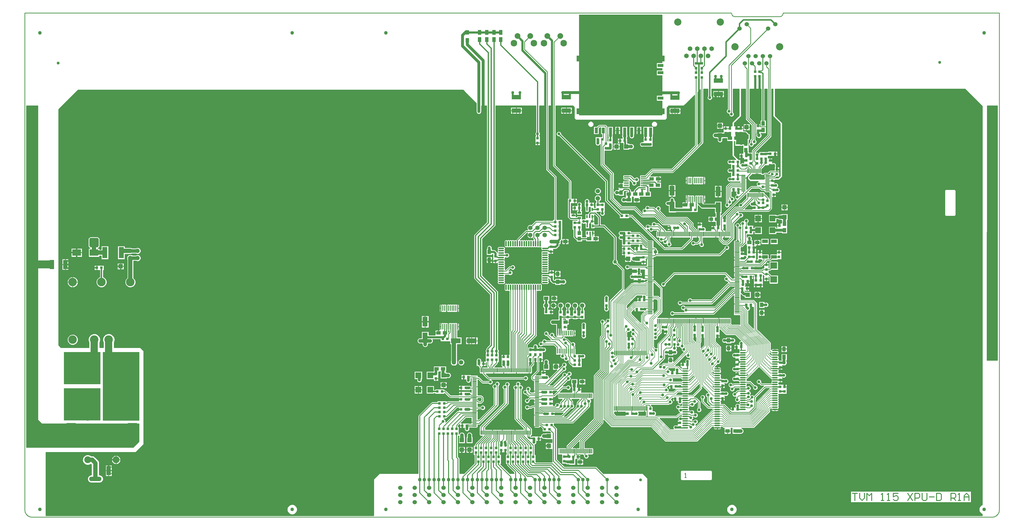
<source format=gtl>
%FSLAX24Y24*%
%MOIN*%
G70*
G01*
G75*
%ADD10C,0.0100*%
%ADD11R,0.0380X0.0380*%
%ADD12O,0.0630X0.0110*%
%ADD13R,0.0500X0.0650*%
%ADD14O,0.0189X0.0787*%
%ADD15O,0.0787X0.0189*%
%ADD16R,0.0189X0.0787*%
%ADD17R,0.0500X0.0600*%
%ADD18R,0.0600X0.0500*%
%ADD19R,0.1200X0.0900*%
%ADD20R,0.1614X0.0827*%
%ADD21R,0.0600X0.1250*%
%ADD22R,0.1250X0.0600*%
%ADD23O,0.0110X0.0669*%
%ADD24R,0.0110X0.0669*%
%ADD25O,0.0110X0.0709*%
%ADD26O,0.0157X0.0701*%
%ADD27R,0.0157X0.0701*%
%ADD28O,0.0138X0.0846*%
%ADD29R,0.0709X0.1378*%
%ADD30R,0.1378X0.0709*%
%ADD31R,0.0709X0.1575*%
%ADD32R,0.0709X0.0110*%
%ADD33O,0.0709X0.0110*%
%ADD34O,0.0709X0.0110*%
%ADD35R,0.0600X0.0600*%
%ADD36R,0.1575X0.1181*%
%ADD37R,0.0138X0.0846*%
%ADD38R,0.0551X0.0492*%
%ADD39O,0.0701X0.0157*%
%ADD40R,0.0800X0.0800*%
%ADD41R,0.0787X0.0512*%
%ADD42R,0.0945X0.0906*%
%ADD43O,0.0787X0.0177*%
%ADD44R,0.0787X0.0177*%
%ADD45O,0.0110X0.0630*%
%ADD46R,0.0110X0.0630*%
%ADD47C,0.0400*%
%ADD48R,0.0433X0.0787*%
%ADD49R,0.0787X0.0787*%
%ADD50R,0.0787X0.0394*%
%ADD51R,0.0236X0.0433*%
%ADD52R,0.0472X0.0315*%
%ADD53R,0.0492X0.0551*%
%ADD54R,0.0600X0.1000*%
%ADD55R,0.0380X0.0425*%
%ADD56R,0.0630X0.0110*%
%ADD57O,0.0630X0.0110*%
%ADD58C,0.0120*%
%ADD59C,0.0110*%
%ADD60C,0.0400*%
%ADD61C,0.0500*%
%ADD62C,0.0150*%
%ADD63C,0.0200*%
%ADD64C,0.0080*%
%ADD65C,0.0600*%
%ADD66C,0.1000*%
%ADD67C,0.0320*%
%ADD68C,0.0300*%
%ADD69C,0.0290*%
%ADD70C,0.0380*%
%ADD71C,0.0390*%
%ADD72C,0.0180*%
%ADD73C,0.0130*%
%ADD74C,0.0250*%
%ADD75C,0.0280*%
%ADD76C,0.0170*%
%ADD77C,0.0140*%
%ADD78C,0.0220*%
%ADD79C,0.0090*%
%ADD80C,0.0157*%
%ADD81C,0.0310*%
%ADD82C,0.0270*%
%ADD83C,0.0350*%
%ADD84R,0.5050X0.4500*%
%ADD85R,0.5050X0.9550*%
%ADD86R,0.1350X0.1400*%
%ADD87R,0.0300X0.1229*%
%ADD88R,0.0670X0.0700*%
%ADD89C,0.0620*%
%ADD90P,0.0620X8X0*%
%ADD91C,0.0787*%
%ADD92C,0.0906*%
%ADD93C,0.1000*%
%ADD94C,0.0650*%
%ADD95C,0.0600*%
%ADD96C,0.0500*%
%ADD97C,0.0945*%
%ADD98C,0.1181*%
D10*
X129685Y99065D02*
X129668Y99175D01*
X129618Y99274D01*
X129540Y99354D01*
X131420Y90092D02*
X131442Y90158D01*
X131444Y89994D02*
X131420Y90092D01*
Y89895D02*
X131444Y89994D01*
Y89797D02*
X131420Y89895D01*
Y89699D02*
X131444Y89797D01*
X135325Y89502D02*
X135292Y89485D01*
X131444Y89600D02*
X131420Y89699D01*
Y89502D02*
X131444Y89600D01*
Y89403D02*
X131420Y89502D01*
Y89305D02*
X131444Y89403D01*
X130508Y89675D02*
X130495Y89613D01*
X131444Y89206D02*
X131420Y89305D01*
X160445Y88405D02*
X160418Y88505D01*
X160345Y88578D01*
X160245Y88605D01*
X160445Y88405D02*
X160418Y88505D01*
X160345Y88578D01*
X160245Y88605D01*
X159095D02*
X158995Y88578D01*
X158922Y88505D01*
X158895Y88405D01*
X159095Y88605D02*
X158995Y88578D01*
X158922Y88505D01*
X158895Y88405D01*
X135835Y89175D02*
X135820Y89276D01*
X135778Y89370D01*
X135711Y89447D01*
X135624Y89503D01*
X135526Y89531D01*
X135423Y89531D01*
X135325Y89502D01*
X135688Y88885D02*
X135767Y88964D01*
X135818Y89064D01*
X135835Y89175D01*
X136035Y88525D02*
X136023Y88616D01*
X135989Y88701D01*
X135934Y88775D01*
X135862Y88832D01*
X135779Y88870D01*
X135688Y88885D01*
X135525Y88198D02*
X135623Y88169D01*
X135726Y88169D01*
X135824Y88197D01*
X135911Y88253D01*
X135978Y88330D01*
X136020Y88424D01*
X136035Y88525D01*
X135492Y88215D02*
X135525Y88198D01*
X133841Y88406D02*
X133874Y88304D01*
X133952Y88231D01*
X134056Y88204D01*
X133940Y88089D02*
X133912Y88194D01*
X133837Y88272D01*
X133733Y88303D01*
X133627Y88280D01*
X134070Y87977D02*
X133940Y88038D01*
X134070Y87977D02*
X133940Y88038D01*
X134535Y87425D02*
X134519Y87505D01*
X134473Y87573D01*
X134535Y87425D02*
X134519Y87506D01*
X134473Y87574D01*
X133041Y89725D02*
X132943Y89685D01*
X132860Y89619D01*
X132801Y89532D01*
X132769Y89431D01*
X132769Y89325D01*
X132799Y89223D01*
X132857Y89135D01*
X133385Y88468D02*
X133453Y88422D01*
X133534Y88406D01*
X133386Y88467D02*
X133454Y88422D01*
X133534Y88406D01*
X133627Y88280D02*
X133528Y88304D01*
X133430Y88280D01*
X133331Y88304D01*
X133233Y88280D01*
X133134Y88304D01*
X133036Y88280D01*
X132938Y88304D01*
X132839Y88280D01*
X132741Y88304D01*
X132642Y88280D01*
X132075Y89135D02*
X131995Y89119D01*
X131927Y89073D01*
X132075Y89135D02*
X131994Y89119D01*
X131926Y89073D01*
X131420Y89108D02*
X131444Y89206D01*
Y89010D02*
X131420Y89108D01*
Y88911D02*
X131444Y89010D01*
Y88813D02*
X131420Y88911D01*
Y88714D02*
X131444Y88813D01*
Y88616D02*
X131420Y88714D01*
X132642Y88280D02*
X132544Y88304D01*
X132445Y88280D01*
X132347Y88304D01*
X132249Y88280D01*
X132150Y88304D01*
X132052Y88280D01*
X131953Y88304D01*
X131855Y88280D01*
X131750Y88303D01*
X131345Y87569D02*
X131350Y87522D01*
X130683Y86780D02*
X130588Y86783D01*
X130495Y86761D01*
X130411Y86714D01*
X130342Y86648D01*
X130293Y86565D01*
X130268Y86473D01*
X130268Y86377D01*
X130293Y86285D01*
X129965Y88308D02*
X129948Y88275D01*
X129918Y88170D01*
X129921Y88061D01*
X129956Y87958D01*
X130021Y87870D01*
X129928Y87826D01*
X129851Y87758D01*
X129796Y87671D01*
X129768Y87572D01*
X129769Y87469D01*
X129800Y87370D01*
X129857Y87285D01*
X129936Y87219D01*
X130031Y87178D01*
X129424Y86915D02*
X129517Y86927D01*
X129604Y86963D01*
X129679Y87020D01*
X129737Y87095D01*
X129773Y87182D01*
X129785Y87275D01*
X129435Y86825D02*
X129424Y86915D01*
X128760Y99764D02*
X128689Y99694D01*
X128641Y99608D01*
X128617Y99512D01*
X128620Y99413D01*
X128651Y99319D01*
X128706Y99236D01*
X128781Y99172D01*
X128871Y99130D01*
X128968Y99115D01*
X128968Y99017D01*
X128994Y98922D01*
X129045Y98838D01*
X129117Y98771D01*
X129204Y98726D01*
X129300Y98706D01*
X129398Y98712D01*
X129490Y98745D01*
X129571Y98802D01*
X129633Y98878D01*
X129672Y98968D01*
X129685Y99065D01*
X126675Y101375D02*
X126663Y101465D01*
X126630Y101550D01*
X126576Y101623D01*
X126056Y101625D02*
X125997Y101544D01*
X125963Y101449D01*
X125956Y101350D01*
X125977Y101252D01*
X126024Y101163D01*
X126094Y101091D01*
X126180Y101041D01*
X126278Y101017D01*
X126378Y101020D01*
X126473Y101051D01*
X126556Y101108D01*
X126620Y101184D01*
X126661Y101276D01*
X126675Y101375D01*
X127075Y96535D02*
X126977Y96523D01*
X126884Y96488D01*
X126803Y96432D01*
X126738Y96358D01*
X126692Y96270D01*
X126668Y96174D01*
Y96076D01*
X126692Y95980D01*
X126738Y95892D01*
X126803Y95818D01*
X126884Y95762D01*
X126977Y95727D01*
X127075Y95715D01*
Y96535D02*
X126977Y96523D01*
X126884Y96488D01*
X126803Y96432D01*
X126738Y96358D01*
X126692Y96270D01*
X126668Y96174D01*
Y96076D01*
X126692Y95980D01*
X126738Y95892D01*
X126803Y95818D01*
X126884Y95762D01*
X126977Y95727D01*
X127075Y95715D01*
X129225Y92752D02*
X129127Y92781D01*
X129024Y92781D01*
X128926Y92753D01*
X128839Y92697D01*
X128772Y92620D01*
X128730Y92526D01*
X128715Y92425D01*
X128730Y92324D01*
X128772Y92230D01*
X128839Y92153D01*
X128926Y92097D01*
X129024Y92069D01*
X129127Y92069D01*
X129225Y92098D01*
X129258Y91535D02*
X129225Y91552D01*
X129127Y91581D01*
X129024Y91581D01*
X128926Y91553D01*
X128839Y91497D01*
X128772Y91420D01*
X128730Y91326D01*
X128715Y91225D01*
X128730Y91124D01*
X128772Y91030D01*
X128839Y90953D01*
X128926Y90897D01*
X129024Y90869D01*
X129127Y90869D01*
X129225Y90898D01*
X129258Y90915D01*
X129225Y90352D02*
X129127Y90381D01*
X129024Y90381D01*
X128926Y90353D01*
X128839Y90297D01*
X128772Y90220D01*
X128730Y90126D01*
X128715Y90025D01*
X128730Y89924D01*
X128772Y89830D01*
X128839Y89753D01*
X128926Y89697D01*
X129024Y89669D01*
X129127Y89669D01*
X129225Y89698D01*
X129153Y89613D02*
X129073Y89597D01*
X129005Y89552D01*
X129153Y89613D02*
X129073Y89597D01*
X129004Y89551D01*
X129785Y87275D02*
X129770Y87378D01*
X129727Y87472D01*
X129658Y87549D01*
X129570Y87604D01*
X129470Y87632D01*
X129367Y87630D01*
X129083Y86465D02*
X129174Y86479D01*
X129259Y86516D01*
X129332Y86573D01*
X129388Y86647D01*
X129423Y86733D01*
X129435Y86825D01*
X128577Y89124D02*
X128531Y89056D01*
X128515Y88975D01*
Y86717D02*
X128444Y86650D01*
X128394Y86566D01*
X128368Y86472D01*
X128369Y86374D01*
X128396Y86280D01*
X128447Y86196D01*
X128519Y86130D01*
X128606Y86085D01*
X128702Y86066D01*
X128799Y86073D01*
X128891Y86106D01*
X128971Y86162D01*
X129033Y86238D01*
X129072Y86328D01*
X129085Y86425D01*
X128577Y89123D02*
X128531Y89055D01*
X128515Y88975D01*
X127365Y95475D02*
X127380Y95374D01*
X127422Y95280D01*
X127489Y95203D01*
X127575Y95148D01*
X127674Y95119D01*
X127776D01*
X127875Y95148D01*
X127961Y95203D01*
X128028Y95280D01*
X128070Y95374D01*
X128085Y95475D01*
X127365D02*
X127380Y95374D01*
X127422Y95280D01*
X127489Y95203D01*
X127575Y95148D01*
X127674Y95119D01*
X127776D01*
X127875Y95148D01*
X127961Y95203D01*
X128028Y95280D01*
X128070Y95374D01*
X128085Y95475D01*
X125373Y94977D02*
X125419Y95045D01*
X125435Y95125D01*
X125373Y94976D02*
X125419Y95044D01*
X125435Y95125D01*
X125707Y90208D02*
X125686Y90304D01*
X125627Y90382D01*
X125540Y90429D01*
X125442Y90434D01*
X125350Y90398D01*
Y89310D02*
X125442Y89273D01*
X125540Y89279D01*
X125627Y89325D01*
X125686Y89403D01*
X125707Y89499D01*
X125350Y90398D02*
X125267Y90433D01*
X125177Y90433D01*
X125094Y90398D01*
Y89310D02*
X125177Y89275D01*
X125267Y89275D01*
X125350Y89310D01*
X125094Y90398D02*
X125011Y90433D01*
X124921Y90433D01*
X124838Y90398D01*
Y89310D02*
X124921Y89275D01*
X125011Y89275D01*
X125094Y89310D01*
X125350Y87819D02*
X125267Y87854D01*
X125177Y87854D01*
X125094Y87819D01*
X125011Y87854D01*
X124921Y87854D01*
X124838Y87819D01*
X125707Y87629D02*
X125686Y87725D01*
X125627Y87804D01*
X125540Y87850D01*
X125442Y87855D01*
X125350Y87819D01*
X125476Y86692D02*
X125565Y86709D01*
X125639Y86758D01*
X125689Y86833D01*
X125707Y86921D01*
X160245Y84905D02*
X160345Y84932D01*
X160418Y85005D01*
X160445Y85105D01*
X160245Y84905D02*
X160345Y84932D01*
X160418Y85005D01*
X160445Y85105D01*
X158895D02*
X158922Y85005D01*
X158995Y84932D01*
X159095Y84905D01*
X158895Y85105D02*
X158922Y85005D01*
X158995Y84932D01*
X159095Y84905D01*
X136025Y85185D02*
X135928Y85173D01*
X135837Y85139D01*
X135757Y85085D01*
X136025Y85185D02*
X135928Y85173D01*
X135837Y85139D01*
X135757Y85085D01*
Y84465D02*
X135837Y84411D01*
X135928Y84377D01*
X136025Y84365D01*
X135757Y84465D02*
X135837Y84411D01*
X135928Y84377D01*
X136025Y84365D01*
X134923Y85827D02*
X134969Y85895D01*
X134985Y85975D01*
X134923Y85826D02*
X134969Y85894D01*
X134985Y85975D01*
X134475Y85465D02*
X134556Y85481D01*
X134624Y85527D01*
X134475Y85465D02*
X134555Y85481D01*
X134623Y85527D01*
X131819Y86522D02*
X131848Y86424D01*
X131904Y86338D01*
X131981Y86272D01*
X132074Y86229D01*
X132175Y86215D01*
X131819Y86522D02*
X131848Y86424D01*
X131904Y86338D01*
X131981Y86272D01*
X132074Y86229D01*
X132175Y86215D01*
X134770Y78638D02*
X134824Y78677D01*
X134770Y78638D02*
X134823Y78677D01*
X132125Y81642D02*
X132162Y81730D01*
X132175Y81825D01*
X133725Y77685D02*
X133645Y77669D01*
X133577Y77623D01*
X133725Y77685D02*
X133644Y77669D01*
X133576Y77623D01*
X133418Y77808D02*
X133498Y77824D01*
X133567Y77870D01*
X133418Y77808D02*
X133498Y77824D01*
X133566Y77869D01*
X129875Y86285D02*
X129795Y86269D01*
X129727Y86223D01*
X130446Y85337D02*
X130400Y85408D01*
X130338Y85465D01*
X129875Y86285D02*
X129794Y86269D01*
X129726Y86223D01*
X129085Y86425D02*
X129083Y86465D01*
X130567Y84670D02*
X130670Y84668D01*
X130770Y84696D01*
X130858Y84751D01*
X130927Y84828D01*
X130970Y84922D01*
X130985Y85025D01*
X131735Y84225D02*
X131720Y84328D01*
X131676Y84422D01*
X131607Y84500D01*
X131518Y84555D01*
X131418Y84582D01*
X131314Y84580D01*
X131215Y84547D01*
X131129Y84488D01*
X131064Y84407D01*
X131025Y84310D01*
X131015Y84206D01*
X131590Y83936D02*
X131668Y84016D01*
X131718Y84115D01*
X131735Y84225D01*
X131015Y84206D02*
X130920Y84232D01*
X130822Y84231D01*
X130727Y84203D01*
X130644Y84151D01*
X130577Y84078D01*
X130534Y83989D01*
X130515Y83892D01*
X130524Y83794D01*
X130559Y83702D01*
X130618Y83623D01*
X130535Y83635D01*
X130985Y85025D02*
X130973Y85118D01*
X130937Y85205D01*
X130880Y85279D01*
X130806Y85336D01*
X130719Y85372D01*
X130626Y85385D01*
X130533Y85373D01*
X130446Y85337D01*
X130535Y83635D02*
X130519Y83731D01*
X130478Y83819D01*
X130415Y83893D01*
X130335Y83948D01*
X130243Y83979D01*
X130146Y83984D01*
X130051Y83963D01*
X129965Y83917D01*
X129894Y83850D01*
X129844Y83767D01*
X129818Y83674D01*
X129818Y83576D01*
X129844Y83483D01*
X129894Y83399D01*
X129965Y83333D01*
X128560Y85057D02*
X128514Y84988D01*
X128498Y84908D01*
X128559Y85056D02*
X128514Y84988D01*
X128498Y84908D01*
X125066Y85966D02*
X125139Y85917D01*
X125225Y85900D01*
X125066Y85966D02*
X125139Y85917D01*
X125225Y85900D01*
X127065Y83775D02*
X127078Y83672D01*
X127117Y83575D01*
X127065Y83775D02*
X127078Y83672D01*
X127117Y83575D01*
X126475Y82891D02*
X126444Y82878D01*
X125785Y83075D02*
X125770Y83176D01*
X125728Y83270D01*
X125661Y83347D01*
X125574Y83403D01*
X125476Y83431D01*
X125373Y83431D01*
X125275Y83402D01*
X126444Y82878D02*
X126345Y82902D01*
X126247Y82878D01*
X125741Y82902D02*
X125774Y82986D01*
X125785Y83075D01*
X126247Y82878D02*
X126149Y82902D01*
X126050Y82878D01*
X125275Y83402D02*
X125242Y83385D01*
X132175Y81825D02*
X132162Y81921D01*
X132124Y82010D01*
X132063Y82086D01*
X131985Y82142D01*
X131894Y82176D01*
X131798Y82185D01*
X131703Y82167D01*
X131616Y82125D01*
X131543Y82061D01*
X131490Y81980D01*
X130774Y80559D02*
X130856Y80575D01*
X130926Y80622D01*
X130774Y80559D02*
X130856Y80575D01*
X130926Y80622D01*
X129673Y81677D02*
X129719Y81745D01*
X129735Y81825D01*
X129673Y81676D02*
X129719Y81744D01*
X129735Y81825D01*
X129826Y81579D02*
X129720Y81552D01*
X129642Y81476D01*
X129611Y81372D01*
X129635Y81266D01*
X129611Y81167D01*
X129635Y81069D01*
X129611Y80971D01*
X129635Y80872D01*
X129611Y80774D01*
X129635Y80675D01*
X129611Y80577D01*
X129635Y80479D01*
X130615D02*
X130639Y80559D01*
X130639Y80380D02*
X130615Y80479D01*
Y80282D02*
X130639Y80380D01*
X129635Y80479D02*
X129611Y80380D01*
X129635Y80282D01*
X130639Y80183D02*
X130615Y80282D01*
Y80085D02*
X130639Y80183D01*
X129635Y80282D02*
X129611Y80183D01*
X129635Y80085D01*
X130636Y80025D02*
X130615Y80085D01*
X129635D02*
X129611Y79986D01*
X129635Y79888D01*
X129611Y79790D01*
X129635Y79691D01*
X129611Y79593D01*
X129635Y79494D01*
X131425Y79474D02*
X131331Y79519D01*
X131228Y79535D01*
X131125Y79521D01*
X129635Y79494D02*
X129611Y79396D01*
X129635Y79297D01*
X129611Y79199D01*
X129635Y79101D01*
X129611Y79002D01*
X129635Y78904D01*
X129611Y78805D01*
X129635Y78707D01*
X129611Y78608D01*
X129635Y78510D01*
X129611Y78412D01*
X129635Y78313D01*
X129611Y78215D01*
X129635Y78116D01*
X129611Y78018D01*
X129635Y77919D01*
X129611Y77821D01*
X129635Y77723D01*
X129611Y77624D01*
X129635Y77526D01*
X128806Y81897D02*
X128902Y81874D01*
X128998Y81895D01*
X128609Y81897D02*
X128708Y81874D01*
X128806Y81897D01*
X128412D02*
X128511Y81874D01*
X128609Y81897D01*
X128216D02*
X128314Y81874D01*
X128412Y81897D01*
X128130Y81874D02*
X128216Y81897D01*
X127428D02*
X127513Y81874D01*
X127231Y81897D02*
X127330Y81874D01*
X127428Y81897D01*
X127034D02*
X127133Y81874D01*
X127231Y81897D01*
X126838D02*
X126936Y81874D01*
X127034Y81897D01*
X126641D02*
X126739Y81874D01*
X126838Y81897D01*
X126444D02*
X126542Y81874D01*
X126641Y81897D01*
X126247D02*
X126345Y81874D01*
X126444Y81897D01*
X126050Y82878D02*
X125952Y82902D01*
X125853Y82878D01*
X126050Y81897D02*
X126149Y81874D01*
X126247Y81897D01*
X125853D02*
X125952Y81874D01*
X126050Y81897D01*
X125853Y82878D02*
X125741Y82902D01*
X125656Y81897D02*
X125755Y81874D01*
X125853Y81897D01*
X125460D02*
X125558Y81874D01*
X125656Y81897D01*
X125374Y81874D02*
X125460Y81897D01*
X128825Y80915D02*
X128905Y80931D01*
X128973Y80977D01*
X128825Y80915D02*
X128906Y80931D01*
X128974Y80977D01*
X128027Y80977D02*
X128095Y80931D01*
X128175Y80915D01*
X128026Y80977D02*
X128094Y80931D01*
X128175Y80915D01*
X127513Y81577D02*
X127529Y81496D01*
X127575Y81428D01*
X127513Y81577D02*
X127530Y81496D01*
X127575Y81428D01*
X129035Y80525D02*
X129022Y80622D01*
X128982Y80712D01*
X128920Y80789D01*
X128840Y80845D01*
X128747Y80878D01*
X128649Y80884D01*
X128553Y80864D01*
X128466Y80818D01*
X128394Y80750D01*
X128344Y80666D01*
X128318Y80571D01*
X128319Y80473D01*
X128623Y80169D02*
X128725Y80169D01*
X128824Y80197D01*
X128910Y80253D01*
X128978Y80330D01*
X129020Y80423D01*
X129035Y80525D01*
X127675Y79310D02*
X127757Y79326D01*
X127827Y79373D01*
X127675Y79310D02*
X127757Y79326D01*
X127827Y79373D01*
X125535Y80925D02*
X125524Y81013D01*
X125492Y81095D01*
X125441Y81167D01*
X125374Y81225D01*
X124832Y81035D02*
X124815Y80934D01*
X124827Y80831D01*
X124868Y80736D01*
X124935Y80657D01*
X125021Y80600D01*
X125119Y80569D01*
X125222Y80568D01*
X125322Y80596D01*
X125409Y80651D01*
X125477Y80729D01*
X125520Y80823D01*
X125535Y80925D01*
X118470Y97289D02*
X118568Y97263D01*
X118669Y97261D01*
X118768Y97284D01*
X118858Y97330D01*
X118934Y97397D01*
X118992Y97480D01*
X119029Y97574D01*
X119041Y97675D01*
X119029Y97772D01*
X118996Y97863D01*
X118942Y97944D01*
X118871Y98011D01*
X118786Y98059D01*
X118692Y98085D01*
X118595Y98090D01*
X118499Y98071D01*
X118410Y98031D01*
X118333Y97971D01*
X118272Y97896D01*
X118231Y97807D01*
X118211Y97712D01*
X118213Y97615D01*
X118239Y97521D01*
X118285Y97435D01*
X118350Y97363D01*
X118421Y95875D02*
X118445Y95948D01*
X118454Y96025D01*
X118421Y95875D02*
X118445Y95948D01*
X118454Y96025D01*
X117064D02*
X117072Y95948D01*
X117097Y95875D01*
X117064Y96025D02*
X117072Y95948D01*
X117097Y95875D01*
X117009Y95225D02*
X116910Y95235D01*
X116812Y95217D01*
X116722Y95173D01*
X116649Y95106D01*
X116596Y95021D01*
X116568Y94925D01*
Y94825D01*
X116596Y94729D01*
X116649Y94644D01*
X116722Y94577D01*
X116812Y94533D01*
X116910Y94515D01*
X117009Y94525D01*
X124838Y90398D02*
X124755Y90433D01*
X124665Y90433D01*
X124582Y90398D01*
X124499Y90433D01*
X124410Y90433D01*
X124327Y90398D01*
X124244Y90433D01*
X124154Y90433D01*
X124071Y90398D01*
X123988Y90433D01*
X123898Y90433D01*
X123815Y90398D01*
X123732Y90433D01*
X123642Y90433D01*
X123559Y90398D01*
X123476Y90433D01*
X123386Y90433D01*
X123303Y90398D01*
X123212Y90434D01*
X123113Y90429D01*
X123027Y90382D01*
X122967Y90304D01*
X122946Y90208D01*
X121175Y90865D02*
X121256Y90881D01*
X121324Y90927D01*
X121175Y90865D02*
X121255Y90881D01*
X121323Y90927D01*
X124582Y89310D02*
X124665Y89275D01*
X124755Y89275D01*
X124838Y89310D01*
X124327D02*
X124410Y89275D01*
X124499Y89275D01*
X124582Y89310D01*
X124071Y89310D02*
X124154Y89275D01*
X124244Y89275D01*
X124327Y89310D01*
X123815D02*
X123898Y89275D01*
X123988Y89275D01*
X124071Y89310D01*
X123559Y89310D02*
X123642Y89275D01*
X123732Y89275D01*
X123815Y89310D01*
X123303D02*
X123386Y89275D01*
X123476Y89275D01*
X123559Y89310D01*
X124838Y87819D02*
X124755Y87854D01*
X124665Y87854D01*
X124582Y87819D01*
X124499Y87854D01*
X124410Y87854D01*
X124327Y87819D01*
X124244Y87854D01*
X124154Y87854D01*
X124071Y87819D01*
X123988Y87854D01*
X123898Y87854D01*
X123815Y87819D01*
X123732Y87854D01*
X123642Y87854D01*
X123559Y87819D01*
X123485Y87852D01*
X123404Y87857D01*
X122946Y89499D02*
X122967Y89403D01*
X123027Y89325D01*
X123113Y89279D01*
X123212Y89273D01*
X123303Y89310D01*
X118275Y91535D02*
X118195Y91519D01*
X118127Y91473D01*
X118275Y91535D02*
X118194Y91519D01*
X118126Y91473D01*
X116803Y90653D02*
X116704Y90631D01*
X116623Y90571D01*
X116574Y90482D01*
X116567Y90381D01*
X116602Y90286D01*
X116569Y90203D01*
X116569Y90113D01*
X116602Y90030D01*
X116569Y89947D01*
X116569Y89857D01*
X116602Y89774D01*
X116569Y89691D01*
X116569Y89601D01*
X116602Y89518D01*
X116569Y89435D01*
X116569Y89346D01*
X116602Y89262D01*
X116571Y89191D01*
X116566Y89113D01*
X116431D02*
X116341Y89096D01*
X116265Y89045D01*
X116431Y89113D02*
X116341Y89096D01*
X116265Y89044D01*
X115125Y96025D02*
X115140Y95924D01*
X115182Y95830D01*
X115249Y95753D01*
X115336Y95698D01*
X115434Y95669D01*
X115536D01*
X115635Y95698D01*
X115721Y95753D01*
X115788Y95830D01*
X115831Y95924D01*
X115845Y96025D01*
X114911D02*
X114898Y96126D01*
X114861Y96221D01*
X114141D02*
X114104Y96129D01*
X114091Y96031D01*
X114102Y95932D01*
X114136Y95839D01*
X114191Y95757D01*
X115125Y96025D02*
X115140Y95924D01*
X115182Y95830D01*
X115249Y95753D01*
X115336Y95698D01*
X115434Y95669D01*
X115536D01*
X115635Y95698D01*
X115721Y95753D01*
X115788Y95830D01*
X115831Y95924D01*
X115845Y96025D01*
X115835Y94575D02*
X115824Y94670D01*
X115791Y94759D01*
X115739Y94839D01*
X115670Y94904D01*
X115587Y94951D01*
X115496Y94979D01*
X115401Y94984D01*
X115307Y94968D01*
X115220Y94930D01*
Y94220D02*
X115307Y94182D01*
X115401Y94166D01*
X115496Y94171D01*
X115587Y94199D01*
X115670Y94246D01*
X115739Y94311D01*
X115791Y94391D01*
X115824Y94480D01*
X115835Y94575D01*
X114811Y95757D02*
X114865Y95837D01*
X114899Y95928D01*
X114911Y96025D01*
X111974Y97573D02*
X111906Y97619D01*
X111825Y97635D01*
X111973Y97573D02*
X111905Y97619D01*
X111825Y97635D01*
X112135Y97325D02*
X112119Y97406D01*
X112073Y97474D01*
X112135Y97325D02*
X112119Y97405D01*
X112073Y97473D01*
X112832Y95825D02*
X112877Y95920D01*
X112892Y96025D01*
X112832Y95825D02*
X112877Y95920D01*
X112892Y96025D01*
X112172D02*
X112188Y95920D01*
X112233Y95825D01*
X112172Y96025D02*
X112188Y95920D01*
X112233Y95825D01*
X112885Y94325D02*
X112875Y94409D01*
X112441Y93975D02*
X112533Y93965D01*
X112625Y93979D01*
X112710Y94016D01*
X112782Y94073D01*
X112838Y94147D01*
X112873Y94233D01*
X112885Y94325D01*
X115491Y90566D02*
X115421Y90613D01*
X115339Y90629D01*
X115112D02*
X115008Y90653D01*
X116537Y89975D02*
X116524Y90074D01*
X116483Y90165D01*
X116419Y90242D01*
X116337Y90298D01*
X116242Y90329D01*
X116143Y90333D01*
X116046Y90310D01*
X115959Y90261D01*
X115889Y90190D01*
X115491Y90566D02*
X115421Y90613D01*
X115339Y90629D01*
X114465Y90653D02*
X114366Y90631D01*
X114285Y90571D01*
X114236Y90482D01*
X114228Y90381D01*
X114263Y90286D01*
X114230Y90203D01*
X114230Y90113D01*
X114263Y90030D01*
X116159Y89615D02*
X116256Y89624D01*
X116347Y89657D01*
X116425Y89714D01*
X116486Y89790D01*
X116524Y89879D01*
X116537Y89975D01*
X116187Y89475D02*
X116159Y89615D01*
X115471Y89527D02*
X115470Y89429D01*
X115496Y89334D01*
X115547Y89250D01*
X115618Y89182D01*
X115705Y89136D01*
X115801Y89116D01*
X115899Y89122D01*
X115992Y89155D01*
X116073Y89211D01*
X116135Y89288D01*
X116174Y89378D01*
X116187Y89475D01*
X115809Y88589D02*
X115758Y88513D01*
X115740Y88423D01*
X115809Y88589D02*
X115758Y88512D01*
X115740Y88423D01*
X115414Y88473D02*
X115396Y88564D01*
X115344Y88641D01*
X115414Y88473D02*
X115396Y88564D01*
X115344Y88641D01*
X115247Y89646D02*
X115210Y89774D01*
X115210Y89518D02*
X115247Y89646D01*
Y89390D02*
X115210Y89518D01*
X115210Y89262D02*
X115247Y89390D01*
Y89134D02*
X115210Y89262D01*
X115210Y89006D02*
X115247Y89134D01*
Y88878D02*
X115210Y89006D01*
X115219Y88766D02*
X115247Y88878D01*
X113035Y90825D02*
X113019Y90905D01*
X112973Y90973D01*
X113035Y90825D02*
X113019Y90906D01*
X112973Y90974D01*
X114263Y90030D02*
X114230Y89947D01*
X114230Y89857D01*
X114263Y89774D01*
X112210Y89725D02*
X112192Y89815D01*
X112141Y89891D01*
X112210Y89725D02*
X112192Y89815D01*
X112141Y89891D01*
X114263Y89774D02*
X114231Y89696D01*
X114228Y89612D01*
X114255Y89533D01*
X113615Y88536D02*
X113520Y88571D01*
X113419Y88583D01*
X113318Y88568D01*
X113224Y88530D01*
X113142Y88470D01*
X113078Y88391D01*
X113035Y88299D01*
Y88046D02*
X113078Y87954D01*
X113142Y87875D01*
X113224Y87815D01*
X113318Y87777D01*
X113419Y87763D01*
X113520Y87774D01*
X113615Y87809D01*
X121435Y87175D02*
X121420Y87276D01*
X121378Y87370D01*
X121311Y87447D01*
X121225Y87502D01*
X121126Y87531D01*
X121024D01*
X120925Y87502D01*
X120839Y87447D01*
X120772Y87370D01*
X120730Y87276D01*
X120715Y87175D01*
X121435D02*
X121420Y87276D01*
X121378Y87370D01*
X121311Y87447D01*
X121225Y87502D01*
X121126Y87531D01*
X121024D01*
X120925Y87502D01*
X120839Y87447D01*
X120772Y87370D01*
X120730Y87276D01*
X120715Y87175D01*
X121709Y86125D02*
X121625Y86135D01*
X121709Y86125D02*
X121625Y86135D01*
X124085Y83875D02*
X124069Y83955D01*
X124023Y84023D01*
X124085Y83875D02*
X124069Y83956D01*
X124023Y84024D01*
X123274Y84773D02*
X123206Y84819D01*
X123125Y84835D01*
X124575Y83251D02*
X124570Y83218D01*
X124562Y83073D02*
X124525Y83122D01*
X124672Y81897D02*
X124758Y81874D01*
X124562Y83073D02*
X124525Y83122D01*
X124475Y81897D02*
X124574Y81874D01*
X124672Y81897D01*
X124279D02*
X124377Y81874D01*
X124475Y81897D01*
X124082D02*
X124180Y81874D01*
X124279Y81897D01*
X124001Y81874D02*
X124082Y81897D01*
X123491D02*
X123571Y81874D01*
X123294Y81897D02*
X123393Y81874D01*
X123491Y81897D01*
X121625Y85415D02*
X121709Y85425D01*
X123273Y84773D02*
X123205Y84819D01*
X123125Y84835D01*
X121625Y85415D02*
X121709Y85425D01*
X123097Y81897D02*
X123196Y81874D01*
X123294Y81897D01*
X122901D02*
X122999Y81874D01*
X123097Y81897D01*
X122704D02*
X122802Y81874D01*
X122901Y81897D01*
X122507D02*
X122605Y81874D01*
X122704Y81897D01*
X122310D02*
X122408Y81874D01*
X122507Y81897D01*
X122113D02*
X122212Y81874D01*
X122310Y81897D01*
X121916D02*
X122015Y81874D01*
X122113Y81897D01*
X121720D02*
X121818Y81874D01*
X121916Y81897D01*
X121523D02*
X121621Y81874D01*
X121720Y81897D01*
X121326D02*
X121424Y81874D01*
X121523Y81897D01*
X121129D02*
X121227Y81874D01*
X121326Y81897D01*
X120475Y87035D02*
X120374Y87020D01*
X120280Y86978D01*
X120203Y86911D01*
X120148Y86825D01*
X120119Y86726D01*
Y86624D01*
X120148Y86525D01*
X120203Y86439D01*
X120280Y86372D01*
X120374Y86330D01*
X120475Y86315D01*
Y87035D02*
X120374Y87020D01*
X120280Y86978D01*
X120203Y86911D01*
X120148Y86825D01*
X120119Y86726D01*
Y86624D01*
X120148Y86525D01*
X120203Y86439D01*
X120280Y86372D01*
X120374Y86330D01*
X120475Y86315D01*
X119450Y85742D02*
X119496Y85812D01*
X119525Y85891D01*
X119535Y85975D01*
X119522Y86072D01*
X119483Y86161D01*
X119422Y86237D01*
X119342Y86294D01*
X119250Y86327D01*
X119153Y86334D01*
X119057Y86315D01*
X118970Y86271D01*
X118898Y86205D01*
X118846Y86122D01*
X118819Y86028D01*
X118674Y86173D02*
X118606Y86219D01*
X118525Y86235D01*
X118673Y86173D02*
X118605Y86219D01*
X118525Y86235D01*
X118867Y83985D02*
X118802Y84054D01*
X118721Y84104D01*
X118630Y84131D01*
X118534Y84133D01*
X118442Y84110D01*
X118359Y84063D01*
X118291Y83996D01*
X118243Y83914D01*
X118218Y83822D01*
X118218Y83727D01*
X118243Y83635D01*
X119274Y83923D02*
X119206Y83969D01*
X119125Y83985D01*
X119273Y83923D02*
X119205Y83969D01*
X119125Y83985D01*
X119677Y83677D02*
X119745Y83631D01*
X119825Y83615D01*
X119676Y83677D02*
X119744Y83631D01*
X119825Y83615D01*
X121026Y82902D02*
X120932Y82878D01*
X120834Y82902D01*
X120735Y82878D01*
X120637Y82902D01*
X120538Y82878D01*
X120440Y82902D01*
X120342Y82878D01*
X120251Y82902D02*
X120195Y83002D01*
X120342Y82878D02*
X120251Y82902D01*
X120194Y83003D01*
X117815Y83076D02*
X117829Y82977D01*
X117869Y82885D01*
X117934Y82808D01*
X118017Y82751D01*
X118113Y82720D01*
X118213Y82717D01*
X118311Y82742D01*
X118398Y82792D01*
X118467Y82865D01*
X118941D02*
X118872Y82788D01*
X118847Y82687D01*
X117625Y83079D02*
X117720Y83065D01*
X117815Y83076D01*
X123938Y81584D02*
X123985Y81654D01*
X124001Y81736D01*
X123938Y81584D02*
X123985Y81654D01*
X124001Y81736D01*
X124317Y81335D02*
X124248Y81408D01*
X124161Y81458D01*
X124064Y81483D01*
X123964Y81480D01*
X123868Y81449D01*
X123785Y81393D01*
X123720Y81316D01*
X123679Y81224D01*
X123665Y81125D01*
X123679Y81026D01*
X123720Y80934D01*
X123785Y80857D01*
X123868Y80801D01*
X123964Y80770D01*
X124064Y80767D01*
X124161Y80792D01*
X124248Y80842D01*
X124317Y80915D01*
X120932Y81897D02*
X121031Y81874D01*
X121129Y81897D01*
X120847Y81874D02*
X120932Y81897D01*
X121035Y80975D02*
X121023Y81066D01*
X120989Y81152D01*
X120934Y81225D01*
X120862Y81283D01*
X124625Y80915D02*
X124706Y80931D01*
X124774Y80977D01*
X124625Y80915D02*
X124705Y80931D01*
X124773Y80977D01*
X122425Y80160D02*
X122507Y80176D01*
X122577Y80223D01*
X120318Y81021D02*
X120319Y80923D01*
X120346Y80829D01*
X120397Y80746D01*
X120469Y80680D01*
X120556Y80635D01*
X120652Y80616D01*
X120749Y80623D01*
X120842Y80656D01*
X120921Y80712D01*
X120983Y80788D01*
X121022Y80878D01*
X121035Y80975D01*
X122425Y80160D02*
X122507Y80176D01*
X122577Y80223D01*
X119160Y81897D02*
X119275Y81874D01*
X119233Y81786D01*
X119215Y81690D01*
X119225Y81593D01*
X119260Y81502D01*
X119318Y81423D01*
X119395Y81363D01*
X119486Y81326D01*
X119583Y81315D01*
X119679Y81330D01*
X119768Y81371D01*
X119769Y81270D01*
X119799Y81172D01*
X119855Y81087D01*
X119932Y81021D01*
X120024Y80979D01*
X120125Y80965D01*
X120225Y80979D01*
X120318Y81021D01*
X118847Y82089D02*
X118875Y81983D01*
X118950Y81905D01*
X119054Y81874D01*
X119160Y81897D01*
X118553Y81364D02*
X118524Y81472D01*
X118445Y81551D01*
X118338Y81579D01*
X118529Y81266D02*
X118553Y81364D01*
Y81167D02*
X118529Y81266D01*
Y81069D02*
X118553Y81167D01*
Y80971D02*
X118529Y81069D01*
Y80872D02*
X118553Y80971D01*
X118990Y80275D02*
X118974Y80357D01*
X118927Y80427D01*
X118990Y80275D02*
X118974Y80357D01*
X118927Y80427D01*
X119873Y80223D02*
X119943Y80176D01*
X120025Y80160D01*
X119873Y80223D02*
X119943Y80176D01*
X120025Y80160D01*
X119185Y79925D02*
X119172Y80028D01*
X119133Y80125D01*
X119071Y80209D01*
X118990Y80274D01*
X119141Y79740D02*
X119174Y79830D01*
X119185Y79925D01*
X118822Y80532D02*
X118752Y80579D01*
X118670Y80595D01*
X118822Y80532D02*
X118752Y80579D01*
X118670Y80595D01*
X118553Y80774D02*
X118529Y80872D01*
X118646Y79181D02*
X118728Y79197D01*
X118798Y79244D01*
X118529Y80675D02*
X118553Y80774D01*
X118552Y80595D02*
X118529Y80675D01*
X118646Y79181D02*
X118728Y79197D01*
X118798Y79244D01*
X118529Y79101D02*
X118552Y79181D01*
X118553Y79002D02*
X118529Y79101D01*
Y78904D02*
X118553Y79002D01*
Y78805D02*
X118529Y78904D01*
Y78707D02*
X118553Y78805D01*
Y78608D02*
X118529Y78707D01*
Y78510D02*
X118553Y78608D01*
Y78412D02*
X118529Y78510D01*
Y78313D02*
X118553Y78412D01*
Y78215D02*
X118529Y78313D01*
Y78116D02*
X118553Y78215D01*
Y78018D02*
X118529Y78116D01*
Y77919D02*
X118553Y78018D01*
X117525Y78984D02*
X117548Y78904D01*
X117524Y78805D01*
X117548Y78707D01*
X117524Y78608D01*
X117548Y78510D01*
X117524Y78412D01*
X117548Y78313D01*
X118553Y77821D02*
X118529Y77919D01*
Y77723D02*
X118553Y77821D01*
Y77624D02*
X118529Y77723D01*
X117548Y78313D02*
X117524Y78215D01*
X117548Y78116D01*
X118529Y77526D02*
X118553Y77624D01*
X116124Y86273D02*
X116056Y86319D01*
X115975Y86335D01*
X116123Y86273D02*
X116055Y86319D01*
X115975Y86335D01*
X117967Y86235D02*
X117894Y86311D01*
X117802Y86362D01*
X117700Y86384D01*
X117595Y86376D01*
X117497Y86338D01*
X117414Y86273D01*
X117354Y86187D01*
X117320Y86088D01*
X117318Y85982D01*
X117214Y85980D01*
X117115Y85947D01*
X117029Y85888D01*
X116964Y85807D01*
X116925Y85710D01*
X116915Y85607D01*
X116936Y85505D01*
X116984Y85413D01*
X116727Y84777D02*
X116795Y84731D01*
X116875Y84715D01*
X116726Y84777D02*
X116794Y84731D01*
X116875Y84715D01*
X118017Y83635D02*
X117948Y83708D01*
X117861Y83758D01*
X117764Y83783D01*
X117663Y83780D01*
X117568Y83749D01*
X117484Y83693D01*
X117420Y83616D01*
X117379Y83524D01*
X117365Y83424D01*
X117379Y83325D01*
X115627Y85077D02*
X115557Y85124D01*
X115475Y85140D01*
X115627Y85077D02*
X115557Y85124D01*
X115475Y85140D01*
X114615Y87505D02*
X114528Y87553D01*
X114431Y87579D01*
X114331Y87580D01*
X114234Y87558D01*
X114145Y87512D01*
X114070Y87447D01*
X114013Y87365D01*
X113977Y87272D01*
X113965Y87173D01*
X113977Y87074D01*
X114013Y86980D01*
X114070Y86899D01*
X114145Y86833D01*
X114234Y86788D01*
X114331Y86765D01*
X114431Y86766D01*
X114528Y86792D01*
X114615Y86840D01*
X112415Y87275D02*
X112431Y87195D01*
X112477Y87127D01*
X112415Y87275D02*
X112431Y87194D01*
X112477Y87126D01*
X111740Y87075D02*
X111758Y86985D01*
X111809Y86909D01*
X111740Y87075D02*
X111758Y86985D01*
X111809Y86909D01*
X113827Y85777D02*
X113895Y85731D01*
X113975Y85715D01*
X113826Y85777D02*
X113894Y85731D01*
X113975Y85715D01*
X111785Y85275D02*
X111770Y85379D01*
X111724Y85475D01*
X111766Y83715D02*
X111689Y83766D01*
X111599Y83784D01*
X111766Y83715D02*
X111689Y83766D01*
X111599Y83784D01*
X116720Y82670D02*
X116653Y82714D01*
X116575Y82730D01*
X116720Y82670D02*
X116653Y82714D01*
X116575Y82730D01*
X116445Y80920D02*
X116421Y80840D01*
X116415Y80757D01*
X116429Y80675D01*
X115474Y80523D02*
X115425Y80560D01*
X115473Y80523D02*
X115425Y80560D01*
X117548Y78116D02*
X117525Y78036D01*
X115435Y78746D02*
X115501Y78670D01*
X115582Y78613D01*
X115676Y78577D01*
X115775Y78565D01*
X115435Y78746D02*
X115501Y78670D01*
X115582Y78613D01*
X115676Y78577D01*
X115775Y78565D01*
X114059Y82875D02*
X113960Y82885D01*
X113861Y82866D01*
X113771Y82822D01*
X113697Y82754D01*
X113645Y82669D01*
X113618Y82572D01*
X113619Y82472D01*
X113647Y82376D01*
X113701Y82291D01*
X113776Y82225D01*
X113701Y82159D01*
X113647Y82074D01*
X113619Y81978D01*
X113618Y81878D01*
X113645Y81781D01*
X113697Y81696D01*
X113771Y81628D01*
X113861Y81584D01*
X113960Y81565D01*
X114059Y81575D01*
X113410Y81977D02*
X113385Y82083D01*
X113314Y82167D01*
X113585Y78525D02*
X113573Y78622D01*
X113539Y78714D01*
X113483Y78795D01*
X113410Y78861D01*
X112940D02*
X112864Y78792D01*
X112807Y78706D01*
X112774Y78609D01*
X112765Y78507D01*
X112783Y78405D01*
X112825Y78312D01*
X112889Y78231D01*
X112971Y78169D01*
X113066Y78130D01*
X113168Y78115D01*
X113270Y78126D01*
X113574Y78430D02*
X113585Y78525D01*
X135912Y66225D02*
X135893Y66320D01*
X135839Y66401D01*
X135758Y66455D01*
X135663Y66474D01*
X135856Y66068D02*
X135897Y66141D01*
X135912Y66225D01*
Y65910D02*
X135897Y65994D01*
X135856Y66068D01*
X134625Y77265D02*
X134706Y77281D01*
X134774Y77327D01*
X134625Y77265D02*
X134705Y77281D01*
X134773Y77327D01*
X134595Y76973D02*
X134525Y77020D01*
X134594Y76973D02*
X134525Y77020D01*
X133726Y76677D02*
X133825Y76621D01*
X133727Y76677D02*
X133825Y76621D01*
X134485Y72575D02*
X134473Y72669D01*
X134436Y72756D01*
X134379Y72830D01*
X134303Y72888D01*
X134216Y72923D01*
X134122Y72935D01*
X134029Y72922D01*
X133942Y72885D01*
Y72265D02*
X134029Y72228D01*
X134122Y72215D01*
X134216Y72227D01*
X134303Y72262D01*
X134379Y72320D01*
X134436Y72394D01*
X134473Y72481D01*
X134485Y72575D01*
X135053Y66474D02*
X134959Y66455D01*
X134879Y66403D01*
X134825Y66324D01*
Y67225D02*
X134810Y67302D01*
X134766Y67366D01*
X134825Y67225D02*
X134810Y67302D01*
X134766Y67367D01*
X131252Y75525D02*
X131235Y75558D01*
X131285Y75375D02*
X131277Y75452D01*
X131252Y75525D01*
X131224Y75175D02*
X131270Y75271D01*
X131285Y75375D01*
X132495Y73238D02*
X132430Y73281D01*
X132353Y73297D01*
X132495Y73238D02*
X132430Y73281D01*
X132353Y73297D01*
X132925Y72725D02*
X132910Y72802D01*
X132866Y72866D01*
X132925Y72725D02*
X132910Y72802D01*
X132866Y72867D01*
X129635Y77526D02*
X129611Y77427D01*
X129635Y77329D01*
X129611Y77231D01*
X129635Y77132D01*
X129611Y77034D01*
X129635Y76935D01*
X129611Y76837D01*
X129635Y76738D01*
X129611Y76640D01*
X129635Y76542D01*
X129611Y76443D01*
X129635Y76345D01*
X129611Y76264D01*
X129611Y75052D02*
X129635Y74967D01*
X128627Y77077D02*
X128557Y77124D01*
X128475Y77140D01*
X128627Y77077D02*
X128557Y77124D01*
X128475Y77140D01*
X128566Y76530D02*
X128468Y76499D01*
X128383Y76442D01*
X128318Y76363D01*
X128277Y76269D01*
X128265Y76167D01*
X128282Y76066D01*
X128326Y75974D01*
X128395Y75898D01*
X128482Y75845D01*
X128581Y75818D01*
X128683Y75820D01*
X128835Y75668D02*
X128710Y75607D01*
X128835Y75668D02*
X128710Y75607D01*
X130615Y73982D02*
X130628Y74013D01*
X130639Y73884D02*
X130615Y73982D01*
X130820Y73820D02*
X130895Y73763D01*
X130982Y73727D01*
X131075Y73715D01*
X130820Y73821D02*
X130895Y73763D01*
X130982Y73727D01*
X131075Y73715D01*
X130615Y73786D02*
X130639Y73884D01*
X129635Y74967D02*
X129611Y74881D01*
X129612Y73858D02*
X129635Y73786D01*
X129521Y74881D02*
X129441Y74865D01*
X129373Y74820D01*
X129521Y74881D02*
X129441Y74865D01*
X129373Y74820D01*
X130639Y73687D02*
X130615Y73786D01*
Y73589D02*
X130639Y73687D01*
Y73490D02*
X130615Y73589D01*
Y73392D02*
X130639Y73490D01*
X129635Y73786D02*
X129611Y73687D01*
X129635Y73589D01*
X129611Y73490D01*
X129635Y73392D01*
X130639Y73297D02*
X130615Y73392D01*
X129635D02*
X129611Y73293D01*
X129635Y73195D01*
X129611Y73097D01*
X129635Y72998D01*
X129611Y72900D01*
X129635Y72801D01*
X129611Y72703D01*
X129635Y72605D01*
X129611Y72506D01*
X129635Y72408D01*
X131935Y72075D02*
X131927Y72152D01*
X131902Y72225D01*
X131668Y71727D02*
X131755Y71763D01*
X131830Y71820D01*
X131887Y71895D01*
X131923Y71982D01*
X131935Y72075D01*
X131675Y71675D02*
X131668Y71727D01*
X131675Y71675D02*
X131668Y71727D01*
X130475Y69840D02*
X130370Y69870D01*
X130475Y69840D02*
X130370Y69870D01*
X130348Y67075D02*
X130365Y67042D01*
X130597Y67576D02*
X130497Y67538D01*
X130413Y67472D01*
X130353Y67385D01*
X130320Y67284D01*
X130318Y67177D01*
X130348Y67075D01*
X129635Y72408D02*
X129611Y72309D01*
X129635Y72211D01*
X129611Y72112D01*
X129635Y72014D01*
X129611Y71916D01*
X129635Y71817D01*
X129611Y71719D01*
X129635Y71620D01*
X129611Y71540D01*
X129316Y70601D02*
X129289Y70706D01*
X129213Y70784D01*
X129109Y70816D01*
X129003Y70792D01*
X129304Y69929D02*
X129316Y70002D01*
X129003Y70792D02*
X128905Y70816D01*
X128806Y70792D01*
X128708Y70816D01*
X128609Y70792D01*
X128458Y68409D02*
X128523Y68365D01*
X128600Y68350D01*
X128609Y70792D02*
X128511Y70816D01*
X128412Y70792D01*
X128458Y68409D02*
X128523Y68365D01*
X128600Y68350D01*
X128412Y70792D02*
X128314Y70816D01*
X128216Y70792D01*
X129885Y67625D02*
X129873Y67719D01*
X129836Y67806D01*
X129779Y67880D01*
X129703Y67938D01*
X129616Y67973D01*
X129522Y67985D01*
X129429Y67972D01*
X129342Y67935D01*
Y67315D02*
X129429Y67278D01*
X129522Y67265D01*
X129616Y67277D01*
X129703Y67312D01*
X129779Y67370D01*
X129836Y67444D01*
X129873Y67531D01*
X129885Y67625D01*
X128508Y67935D02*
X128415Y67974D01*
X128315Y67985D01*
X128216Y67968D01*
X128125Y67924D01*
X128050Y67857D01*
X127996Y67772D01*
X127969Y67675D01*
Y67575D01*
X127996Y67478D01*
X128050Y67393D01*
X128125Y67326D01*
X128216Y67282D01*
X128315Y67265D01*
X128415Y67276D01*
X128508Y67315D01*
X137035Y64525D02*
X137022Y64626D01*
X136985Y64721D01*
X136425Y64167D02*
X136512Y64131D01*
X136606Y64115D01*
X136700Y64122D01*
X136790Y64150D01*
X136872Y64198D01*
X136940Y64263D01*
X136992Y64342D01*
X137024Y64431D01*
X137035Y64525D01*
X136935Y62775D02*
X136920Y62876D01*
X136878Y62970D01*
X136811Y63047D01*
X136724Y63103D01*
X136626Y63131D01*
X136523Y63131D01*
X136425Y63102D01*
Y62448D02*
X136523Y62419D01*
X136626Y62419D01*
X136724Y62447D01*
X136811Y62503D01*
X136878Y62580D01*
X136920Y62674D01*
X136935Y62775D01*
X136425Y63102D02*
X136392Y63085D01*
Y62465D02*
X136425Y62448D01*
X135856Y65753D02*
X135897Y65826D01*
X135912Y65910D01*
Y65595D02*
X135897Y65679D01*
X135856Y65753D01*
X134837Y65717D02*
X134806Y65626D01*
X135856Y65438D02*
X135897Y65511D01*
X135912Y65595D01*
X134749Y65769D02*
X134837Y65717D01*
X135912Y65280D02*
X135897Y65364D01*
X135856Y65438D01*
Y65123D02*
X135897Y65196D01*
X135912Y65280D01*
Y64965D02*
X135897Y65049D01*
X135856Y65123D01*
X136018Y64875D02*
X135950Y64885D01*
X135899D02*
X135912Y64965D01*
Y63390D02*
X135872Y63525D01*
X135856Y63233D02*
X135897Y63307D01*
X135912Y63390D01*
X134833Y63820D02*
X134805Y63727D01*
X135907Y63125D02*
X135856Y63233D01*
X134833Y62247D02*
X134805Y62154D01*
X134815Y62058D01*
X134861Y61973D01*
X134816Y61892D01*
X134805Y61800D01*
X134828Y61711D01*
X134748Y65769D02*
X134837Y65717D01*
X134713Y62304D02*
X134833Y62247D01*
X134713Y62304D02*
X134833Y62247D01*
X135856Y61658D02*
X135908Y61775D01*
X135911Y61525D02*
X135856Y61658D01*
Y60083D02*
X135903Y60175D01*
X135912Y59926D02*
X135897Y60009D01*
X135856Y60083D01*
Y59768D02*
X135897Y59842D01*
X135912Y59926D01*
Y59611D02*
X135897Y59694D01*
X135856Y59768D01*
Y59453D02*
X135897Y59527D01*
X135912Y59611D01*
Y59296D02*
X135897Y59379D01*
X135856Y59453D01*
Y59138D02*
X135897Y59212D01*
X135912Y59296D01*
Y58981D02*
X135897Y59065D01*
X135856Y59138D01*
Y58823D02*
X135897Y58897D01*
X135912Y58981D01*
Y58666D02*
X135897Y58750D01*
X135856Y58823D01*
Y58508D02*
X135897Y58582D01*
X135912Y58666D01*
Y58351D02*
X135897Y58435D01*
X135856Y58508D01*
Y58193D02*
X135897Y58267D01*
X135912Y58351D01*
Y58036D02*
X135897Y58120D01*
X135856Y58193D01*
X133480Y61817D02*
X133485Y61875D01*
X133351Y61352D02*
X133419Y61307D01*
X133499Y61291D01*
X133351Y61352D02*
X133419Y61307D01*
X133499Y61291D01*
X164125Y44790D02*
X164033Y44747D01*
X163948Y44692D01*
X163872Y44626D01*
X163806Y44550D01*
X163751Y44465D01*
X163710Y44373D01*
X163681Y44276D01*
X163667Y44176D01*
Y44074D01*
X163681Y43974D01*
X163710Y43877D01*
X163751Y43785D01*
X163806Y43700D01*
X163872Y43624D01*
X163948Y43558D01*
X164033Y43503D01*
X164125Y43460D01*
X135663Y57787D02*
X135758Y57806D01*
X135839Y57860D01*
X135893Y57941D01*
X135912Y58036D01*
X134833Y58151D02*
X134805Y58054D01*
X134819Y57953D01*
X134871Y57867D01*
X134954Y57808D01*
X135053Y57787D01*
X134666Y57634D02*
X134710Y57698D01*
X134725Y57775D01*
X134666Y57633D02*
X134710Y57698D01*
X134725Y57775D01*
X133485Y61875D02*
X133472Y61971D01*
X133433Y62061D01*
X133373Y62136D01*
X133294Y62193D01*
X133202Y62227D01*
X133105Y62234D01*
X133010Y62216D01*
X132923Y62173D01*
X132851Y62108D01*
X132798Y62026D01*
X132770Y61933D01*
X132767Y61836D01*
X132791Y61742D01*
X132838Y61657D01*
X132907Y61588D01*
X132992Y61541D01*
X133086Y61517D01*
X133183Y61520D01*
X132033Y61964D02*
X131965Y62010D01*
X131884Y62026D01*
X132033Y61964D02*
X131965Y62009D01*
X131884Y62026D01*
X131525Y62875D02*
X131613Y62895D01*
X131525Y62875D02*
X131613Y62895D01*
X131450Y62246D02*
X131525Y62262D01*
X131587Y62304D01*
X131450Y62246D02*
X131524Y62262D01*
X131587Y62304D01*
X130380Y65976D02*
X130372Y65925D01*
X131479Y62762D02*
X131451Y62875D01*
X131479Y62131D02*
X131450Y62246D01*
X131455Y62026D02*
X131479Y62131D01*
X130236Y61925D02*
X130369Y61886D01*
X130236Y61925D02*
X130369Y61886D01*
X130381D02*
X130372Y61797D01*
X130395Y61711D01*
X132985Y61075D02*
X132970Y61178D01*
X132927Y61272D01*
X132858Y61349D01*
X132770Y61404D01*
X132670Y61432D01*
X132567Y61430D01*
X132270Y61133D02*
X132267Y61034D01*
X132292Y60939D01*
X132341Y60853D01*
X132412Y60785D01*
X132499Y60738D01*
X132596Y60716D01*
X132694Y60722D01*
X132788Y60754D01*
X132869Y60810D01*
X132932Y60887D01*
X132971Y60977D01*
X132985Y61075D01*
X132035Y60975D02*
X132022Y61073D01*
X131982Y61163D01*
X131920Y61239D01*
X131839Y61295D01*
X131746Y61328D01*
X131648Y61334D01*
X131552Y61313D01*
X131465Y61267D01*
X131479Y61501D02*
X131455Y61606D01*
X131422Y61343D02*
X131464Y61417D01*
X131479Y61501D01*
X131465Y61267D02*
X131422Y61343D01*
X131759Y60625D02*
X131849Y60660D01*
X131926Y60717D01*
X131985Y60792D01*
X132022Y60880D01*
X132035Y60975D01*
Y60275D02*
X132022Y60370D01*
X131985Y60458D01*
X131926Y60533D01*
X131849Y60590D01*
X131759Y60625D01*
X131934Y60025D02*
X131989Y60099D01*
X132023Y60184D01*
X132035Y60275D01*
X132451Y59956D02*
X132383Y60018D01*
X132302Y60062D01*
X132211Y60083D01*
X132119Y60081D01*
X132030Y60054D01*
X131951Y60007D01*
X130395Y60976D02*
X130371Y60871D01*
X130395Y60766D01*
X129825Y65921D02*
X129724Y65935D01*
X129623Y65920D01*
X129530Y65877D01*
X129453Y65810D01*
X129397Y65724D01*
X129369Y65626D01*
Y65524D01*
X129397Y65426D01*
X129453Y65340D01*
X129530Y65273D01*
X129623Y65230D01*
X129724Y65215D01*
X129825Y65229D01*
Y63971D02*
X129724Y63985D01*
X129623Y63970D01*
X129530Y63927D01*
X129453Y63860D01*
X129397Y63774D01*
X129369Y63676D01*
Y63574D01*
X129397Y63476D01*
X129453Y63390D01*
X129530Y63323D01*
X129623Y63280D01*
X129724Y63265D01*
X129825Y63279D01*
Y62621D02*
X129724Y62635D01*
X129623Y62620D01*
X129530Y62577D01*
X129453Y62510D01*
X129397Y62424D01*
X129369Y62326D01*
Y62224D01*
X129397Y62126D01*
X129453Y62040D01*
X129530Y61973D01*
X129623Y61930D01*
X129724Y61915D01*
X129825Y61929D01*
X128935Y61975D02*
X128920Y62076D01*
X128878Y62170D01*
X128811Y62247D01*
X128724Y62303D01*
X128626Y62331D01*
X128523Y62331D01*
X128425Y62302D01*
X128392Y62285D01*
X128425Y61648D02*
X128523Y61619D01*
X128626Y61619D01*
X128724Y61647D01*
X128811Y61703D01*
X128878Y61780D01*
X128920Y61874D01*
X128935Y61975D01*
X130206Y60766D02*
X130125Y60750D01*
X130057Y60704D01*
X130206Y60766D02*
X130125Y60750D01*
X130057Y60704D01*
X129651Y61711D02*
X129572Y61695D01*
X129505Y61652D01*
X129785Y60875D02*
X129780Y60933D01*
X129651Y61711D02*
X129572Y61695D01*
X129505Y61652D01*
X129435Y61718D01*
X129349Y61763D01*
X129255Y61784D01*
X129159Y61779D01*
X129068Y61749D01*
X128987Y61695D01*
X128924Y61623D01*
X128882Y61536D01*
X128865Y61441D01*
X128874Y61345D01*
X128908Y61255D01*
X128964Y61177D01*
X129039Y61116D01*
X129128Y61078D01*
X129082Y60986D01*
X129065Y60884D01*
X129077Y60781D01*
X129118Y60686D01*
X129184Y60607D01*
X129270Y60550D01*
X129369Y60519D01*
X129472Y60518D01*
X129572Y60546D01*
X129659Y60601D01*
X129727Y60679D01*
X129770Y60773D01*
X129785Y60875D01*
X129833Y60480D02*
X129730Y60482D01*
X129630Y60455D01*
X129543Y60400D01*
X129474Y60323D01*
X129430Y60229D01*
X129415Y60127D01*
X129429Y60024D01*
X129472Y59930D01*
X129540Y59852D01*
X129627Y59797D01*
X129726Y59768D01*
X129830Y59769D01*
X129929Y59799D01*
X129915Y59725D01*
X129929Y59799D02*
X129915Y59725D01*
X128392Y61665D02*
X128425Y61648D01*
X128935Y60225D02*
X128920Y60326D01*
X128878Y60420D01*
X128811Y60497D01*
X128724Y60553D01*
X128626Y60581D01*
X128523Y60581D01*
X128425Y60552D01*
Y59898D02*
X128523Y59869D01*
X128626Y59869D01*
X128724Y59897D01*
X128811Y59953D01*
X128878Y60030D01*
X128920Y60124D01*
X128935Y60225D01*
X128425Y60552D02*
X128392Y60535D01*
Y59915D02*
X128425Y59898D01*
X132784Y59167D02*
X132740Y59101D01*
X132784Y59166D02*
X132740Y59101D01*
X132375Y55425D02*
X132452Y55440D01*
X132517Y55484D01*
X132375Y55425D02*
X132452Y55440D01*
X132516Y55484D01*
X131035Y55025D02*
X131025Y55116D01*
X130994Y55203D01*
X130945Y55281D01*
X130880Y55346D01*
X130802Y55395D01*
X130715Y55425D01*
X131035Y55025D02*
X131025Y55116D01*
X130994Y55203D01*
X130945Y55281D01*
X130880Y55346D01*
X130802Y55395D01*
X130715Y55425D01*
X130625Y54615D02*
X130731Y54629D01*
X130830Y54670D01*
X130915Y54735D01*
X130980Y54820D01*
X131021Y54919D01*
X131035Y55025D01*
X130625Y54615D02*
X130731Y54629D01*
X130830Y54670D01*
X130915Y54735D01*
X130980Y54820D01*
X131021Y54919D01*
X131035Y55025D01*
X130428Y59138D02*
X130378Y59037D01*
Y58925D01*
X130428Y58823D01*
X129915Y59667D02*
X129841Y59596D01*
X129790Y59506D01*
X129766Y59406D01*
X129772Y59303D01*
X129807Y59206D01*
X129868Y59123D01*
X129949Y59061D01*
X130046Y59024D01*
X130148Y59016D01*
X130249Y59037D01*
X130340Y59086D01*
X130413Y59159D01*
X130428Y58823D02*
X130409Y58798D01*
X130328Y58851D01*
X130235Y58880D01*
X130138Y58883D01*
X130043Y58860D01*
X129958Y58813D01*
X129889Y58744D01*
X129841Y58660D01*
X129817Y58565D01*
X129820Y58468D01*
X129848Y58375D01*
X129865Y58342D01*
X128416Y58788D02*
X128347Y58834D01*
X128264Y58851D01*
X128416Y58788D02*
X128347Y58834D01*
X128264Y58851D01*
X129123Y57473D02*
X129196Y57425D01*
X129123Y57473D02*
X129196Y57425D01*
X130085Y44125D02*
X130078Y44224D01*
X130057Y44321D01*
X130024Y44414D01*
X129977Y44501D01*
X129919Y44581D01*
X129850Y44653D01*
X129772Y44714D01*
X129686Y44763D01*
X129594Y44800D01*
X129498Y44824D01*
X129400Y44835D01*
X129301Y44831D01*
X129203Y44814D01*
X129109Y44783D01*
X129020Y44740D01*
X128938Y44684D01*
X128864Y44618D01*
X128801Y44542D01*
X128748Y44458D01*
X128708Y44368D01*
X128681Y44273D01*
X128667Y44175D01*
Y44075D01*
X128681Y43977D01*
X128708Y43882D01*
X128748Y43792D01*
X128801Y43708D01*
X128864Y43632D01*
X128938Y43566D01*
X129020Y43510D01*
X129109Y43467D01*
X129203Y43436D01*
X129301Y43419D01*
X129400Y43415D01*
X129498Y43426D01*
X129594Y43450D01*
X129686Y43487D01*
X129772Y43536D01*
X129850Y43597D01*
X129919Y43669D01*
X129977Y43749D01*
X130024Y43836D01*
X130057Y43929D01*
X130078Y44026D01*
X130085Y44125D01*
X126575Y72615D02*
X126655Y72631D01*
X126723Y72677D01*
X126575Y72615D02*
X126656Y72631D01*
X126724Y72677D01*
X121375Y77140D02*
X121293Y77124D01*
X121223Y77077D01*
X121375Y77140D02*
X121293Y77124D01*
X121223Y77077D01*
X123867Y73385D02*
X123802Y73454D01*
X123721Y73504D01*
X123630Y73531D01*
X123534Y73533D01*
X123442Y73510D01*
X123359Y73463D01*
X123291Y73396D01*
X123243Y73314D01*
X123218Y73222D01*
X123218Y73127D01*
X123243Y73035D01*
X120235Y75425D02*
X120231Y75477D01*
X122467Y73035D02*
X122398Y73108D01*
X122311Y73158D01*
X122214Y73183D01*
X122114Y73180D01*
X122018Y73149D01*
X121935Y73093D01*
X121870Y73016D01*
X121829Y72924D01*
X121815Y72825D01*
X121829Y72726D01*
X121870Y72634D01*
X121935Y72557D01*
X122018Y72501D01*
X122114Y72470D01*
X122214Y72467D01*
X122311Y72492D01*
X122398Y72542D01*
X122467Y72615D01*
X128216Y70792D02*
X128117Y70816D01*
X128019Y70792D01*
X127920Y70816D01*
X127822Y70792D01*
X127723Y70816D01*
X127625Y70792D01*
X126825Y71160D02*
X126907Y71176D01*
X126977Y71223D01*
X126825Y71160D02*
X126907Y71176D01*
X126977Y71223D01*
X127625Y70792D02*
X127527Y70816D01*
X127428Y70792D01*
X127330Y70816D01*
X127231Y70792D01*
X127133Y70816D01*
X127034Y70792D01*
X126936Y70816D01*
X126838Y70792D01*
X126739Y70816D01*
X126641Y70792D01*
X126542Y70816D01*
X126444Y70792D01*
X126345Y70816D01*
X126247Y70792D01*
X126149Y70816D01*
X126050Y70792D01*
X125952Y70816D01*
X125853Y70792D01*
X125755Y70816D01*
X125656Y70792D01*
X125558Y70816D01*
X125460Y70792D01*
X125361Y70816D01*
X125263Y70792D01*
X125164Y70816D01*
X125066Y70792D01*
X124968Y70816D01*
X124869Y70792D01*
X124771Y70816D01*
X124672Y70792D01*
X124574Y70816D01*
X124475Y70792D01*
X124377Y70816D01*
X124279Y70792D01*
X127925Y66675D02*
X127910Y66752D01*
X127866Y66816D01*
X127925Y66675D02*
X127910Y66752D01*
X127866Y66817D01*
X125109Y67276D02*
X125152Y67341D01*
X125168Y67418D01*
X125109Y67276D02*
X125152Y67341D01*
X125168Y67418D01*
X122665Y71817D02*
X122689Y71696D01*
X122752Y71590D01*
X122917Y72385D02*
X122848Y72458D01*
X122761Y72508D01*
X122664Y72533D01*
X122563Y72530D01*
X122468Y72499D01*
X122384Y72443D01*
X122320Y72366D01*
X122279Y72274D01*
X122265Y72174D01*
X122279Y72075D01*
X122320Y71983D01*
X122385Y71906D01*
X122469Y71851D01*
X122565Y71820D01*
X122665Y71817D01*
X121414Y71590D02*
X121344Y71661D01*
X121257Y71710D01*
X121160Y71733D01*
X121060Y71729D01*
X120965Y71698D01*
X120883Y71642D01*
X120819Y71565D01*
X120779Y71474D01*
X120765Y71375D01*
X120779Y71276D01*
X120819Y71185D01*
X120883Y71108D01*
X120965Y71052D01*
X121060Y71021D01*
X121160Y71017D01*
X121257Y71040D01*
X121344Y71089D01*
X121414Y71160D01*
X124279Y70792D02*
X124180Y70816D01*
X124082Y70792D01*
X123983Y70816D01*
X123885Y70792D01*
X123786Y70816D01*
X123688Y70792D01*
X123590Y70816D01*
X123491Y70792D01*
X123393Y70816D01*
X123294Y70792D01*
X123196Y70816D01*
X123097Y70792D01*
X122999Y70816D01*
X122901Y70792D01*
X122802Y70816D01*
X122704Y70792D01*
X122605Y70816D01*
X122507Y70792D01*
X122408Y70816D01*
X122310Y70792D01*
X122212Y70816D01*
X122113Y70792D01*
X122015Y70816D01*
X121916Y70792D01*
X122380Y66478D02*
X122365Y66383D01*
X122376Y66288D01*
X122411Y66198D01*
X122469Y66122D01*
X122545Y66063D01*
X122634Y66027D01*
X122128Y66728D02*
X122165Y66643D01*
X122221Y66570D01*
X122295Y66513D01*
X122380Y66478D01*
X121916Y70792D02*
X121818Y70816D01*
X121720Y70792D01*
X121621Y70816D01*
X121523Y70792D01*
X121424Y70816D01*
X121326Y70792D01*
X121227Y70816D01*
X121129Y70792D01*
X121031Y70816D01*
X120932Y70792D01*
X120834Y70816D01*
X120735Y70792D01*
X120637Y70816D01*
X120538Y70792D01*
X120440Y70816D01*
X120342Y70792D01*
X120243Y70816D01*
X120145Y70792D01*
X121726Y66725D02*
X121822Y66680D01*
X121928Y66665D01*
X122033Y66681D01*
X122128Y66728D01*
X121785Y66525D02*
X121770Y66630D01*
X121724Y66725D01*
X121680Y66271D02*
X121737Y66345D01*
X121773Y66432D01*
X121785Y66525D01*
X121835Y65975D02*
X121817Y66089D01*
X121763Y66191D01*
X121680Y66271D01*
X120145Y70792D02*
X120046Y70816D01*
X119948Y70792D01*
X118739Y75994D02*
X118674Y76037D01*
X118597Y76053D01*
X118739Y75994D02*
X118674Y76037D01*
X118597Y76053D01*
X119927Y75781D02*
X119825Y75781D01*
X119726Y75753D01*
X119640Y75698D01*
X119573Y75620D01*
X119530Y75527D01*
X119515Y75426D01*
X119529Y75324D01*
X119572Y75231D01*
X119639Y75153D01*
X119725Y75098D01*
X119823Y75069D01*
X119926Y75069D01*
X120024Y75097D01*
X120111Y75153D01*
X120178Y75230D01*
X120220Y75324D01*
X120235Y75425D01*
X118553Y77427D02*
X118529Y77526D01*
Y77329D02*
X118553Y77427D01*
Y77231D02*
X118529Y77329D01*
Y77132D02*
X118553Y77231D01*
Y77034D02*
X118529Y77132D01*
Y76935D02*
X118553Y77034D01*
Y76837D02*
X118529Y76935D01*
Y76738D02*
X118553Y76837D01*
Y76640D02*
X118529Y76738D01*
Y76542D02*
X118553Y76640D01*
X116708Y76785D02*
X116675Y76802D01*
X118553Y76443D02*
X118529Y76542D01*
X116675Y76802D02*
X116643Y76815D01*
X118529Y76345D02*
X118553Y76443D01*
Y76246D02*
X118529Y76345D01*
Y76148D02*
X118553Y76246D01*
X116675Y76148D02*
X116708Y76165D01*
X118553Y76053D02*
X118529Y76148D01*
X117525Y76031D02*
X117548Y75951D01*
X117524Y75856D01*
X118529Y75557D02*
X118549Y75618D01*
X117522Y75856D02*
X117445Y75840D01*
X117380Y75797D01*
X117522Y75856D02*
X117445Y75840D01*
X117380Y75797D01*
X116375Y76148D02*
X116474Y76119D01*
X116576D01*
X116675Y76148D01*
X119775Y74875D02*
X119760Y74952D01*
X119716Y75017D01*
X119775Y74875D02*
X119760Y74952D01*
X119716Y75016D01*
X119205Y73828D02*
X119140Y73872D01*
X119063Y73887D01*
X119204Y73829D02*
X119139Y73872D01*
X119063Y73887D01*
X118553Y75459D02*
X118529Y75557D01*
Y75360D02*
X118553Y75459D01*
Y75262D02*
X118529Y75360D01*
Y75164D02*
X118553Y75262D01*
Y75065D02*
X118529Y75164D01*
Y74967D02*
X118553Y75065D01*
Y74868D02*
X118529Y74967D01*
Y74770D02*
X118553Y74868D01*
Y74671D02*
X118529Y74770D01*
Y74573D02*
X118553Y74671D01*
Y74475D02*
X118529Y74573D01*
Y74376D02*
X118553Y74475D01*
Y74278D02*
X118529Y74376D01*
Y74179D02*
X118553Y74278D01*
Y74081D02*
X118529Y74179D01*
Y73982D02*
X118553Y74081D01*
X118553Y73887D02*
X118529Y73982D01*
X116898Y73825D02*
X116872Y73744D01*
X116865Y73659D01*
X116879Y73575D01*
X118529Y73195D02*
X118553Y73290D01*
X115160Y78036D02*
X115090Y78107D01*
X115003Y78156D01*
X114906Y78179D01*
X114806Y78175D01*
X114712Y78144D01*
X114629Y78088D01*
X114565Y78011D01*
X114525Y77920D01*
X114511Y77821D01*
X114525Y77722D01*
X114565Y77631D01*
X114629Y77554D01*
X114712Y77498D01*
X114806Y77467D01*
X114906Y77463D01*
X115003Y77486D01*
X115090Y77535D01*
X115160Y77606D01*
X116643Y76815D02*
X116565Y76833D01*
X116468Y76830D01*
X116375Y76802D01*
X116342Y76785D01*
X115465Y76830D02*
X115368Y76799D01*
X115284Y76742D01*
X115219Y76664D01*
X115178Y76571D01*
X115165Y76470D01*
X115181Y76369D01*
X115224Y76277D01*
X115292Y76201D01*
X115378Y76146D01*
X115476Y76118D01*
X115577Y76119D01*
X115675Y76148D01*
X114490Y77425D02*
X114474Y77507D01*
X114427Y77577D01*
X114490Y77425D02*
X114474Y77507D01*
X114427Y77577D01*
X116342Y76165D02*
X116375Y76148D01*
X115675D02*
X115708Y76165D01*
X115525Y75675D02*
X115448Y75660D01*
X115384Y75616D01*
X115525Y75675D02*
X115448Y75660D01*
X115383Y75616D01*
X114481Y74714D02*
X114490Y74775D01*
X114481Y74714D02*
X114490Y74775D01*
X112321Y73475D02*
X112335Y73575D01*
X112320Y73676D01*
X112278Y73769D01*
X112211Y73847D01*
X112125Y73902D01*
X112027Y73931D01*
X111924Y73931D01*
X111826Y73903D01*
X111740Y73848D01*
X111673Y73771D01*
X111630Y73678D01*
X111615Y73576D01*
X111629Y73475D01*
X112295Y73410D02*
X112321Y73475D01*
X111629D02*
X111655Y73410D01*
X119716Y71474D02*
X119760Y71538D01*
X119775Y71615D01*
X119716Y71473D02*
X119760Y71538D01*
X119775Y71615D01*
X118553Y73097D02*
X118529Y73195D01*
Y72998D02*
X118553Y73097D01*
Y72900D02*
X118529Y72998D01*
Y72801D02*
X118553Y72900D01*
Y72703D02*
X118529Y72801D01*
Y72605D02*
X118553Y72703D01*
Y72506D02*
X118529Y72605D01*
Y72408D02*
X118553Y72506D01*
Y72309D02*
X118529Y72408D01*
Y72211D02*
X118553Y72309D01*
Y72112D02*
X118529Y72211D01*
Y72014D02*
X118553Y72112D01*
Y71916D02*
X118529Y72014D01*
Y71817D02*
X118553Y71916D01*
Y71719D02*
X118529Y71817D01*
Y71620D02*
X118553Y71719D01*
Y71522D02*
X118529Y71620D01*
Y71423D02*
X118553Y71522D01*
X119948Y70792D02*
X119849Y70816D01*
X119751Y70792D01*
X119675Y69148D02*
X119756Y69122D01*
X119841Y69115D01*
X119925Y69129D01*
X119751Y70792D02*
X119653Y70816D01*
X119554Y70792D01*
X119456Y70816D01*
X119357Y70792D01*
X119259Y70816D01*
X119160Y70792D01*
X119616Y68584D02*
X119660Y68648D01*
X119675Y68725D01*
X119616Y68583D02*
X119660Y68648D01*
X119675Y68725D01*
X119160Y70792D02*
X119059Y70816D01*
X119135Y68025D02*
X119128Y68095D01*
X118625Y67698D02*
X118723Y67669D01*
X118826Y67669D01*
X118924Y67697D01*
X119011Y67753D01*
X119078Y67830D01*
X119120Y67924D01*
X119135Y68025D01*
X119084Y67267D02*
X119040Y67202D01*
X119025Y67125D01*
X119084Y67266D02*
X119040Y67202D01*
X119025Y67125D01*
Y66567D02*
X118946Y66601D01*
X118861Y66615D01*
X118775Y66608D01*
X115871Y73100D02*
X115794Y73085D01*
X115730Y73041D01*
X115871Y73100D02*
X115794Y73084D01*
X115729Y73041D01*
X112423Y73227D02*
X112376Y73157D01*
X112360Y73075D01*
X112423Y73227D02*
X112376Y73157D01*
X112360Y73075D01*
X112335Y71975D02*
X112327Y72052D01*
X112302Y72125D01*
X111648D02*
X111619Y72031D01*
X111618Y71932D01*
X111643Y71837D01*
X111693Y71752D01*
X111764Y71683D01*
X111851Y71637D01*
X111947Y71616D01*
X112046Y71622D01*
X112139Y71654D01*
X112219Y71711D01*
X112282Y71787D01*
X112322Y71877D01*
X112335Y71975D01*
X116764Y71247D02*
X116720Y71182D01*
X116705Y71105D01*
X116764Y71246D02*
X116720Y71182D01*
X116705Y71105D01*
X115570Y68181D02*
X115494Y68160D01*
X115425Y68124D01*
X112360Y70634D02*
X112266Y70673D01*
X112165Y70685D01*
X112064Y70668D01*
X111973Y70623D01*
X111897Y70554D01*
X111844Y70467D01*
X111818Y70369D01*
X111820Y70267D01*
X115338Y68948D02*
X115381Y68867D01*
X115443Y68800D01*
X114955Y68772D02*
X115044Y68766D01*
X115133Y68782D01*
X115215Y68819D01*
X115285Y68876D01*
X115338Y68948D01*
X115443Y68800D02*
X115378Y68729D01*
X115335Y68643D01*
X115316Y68549D01*
X115322Y68453D01*
X115354Y68362D01*
X115409Y68283D01*
X115482Y68221D01*
X115570Y68181D01*
X127866Y64784D02*
X127910Y64848D01*
X127925Y64925D01*
X127866Y64783D02*
X127910Y64848D01*
X127925Y64925D01*
X127835Y64675D02*
X127828Y64745D01*
X127405Y64322D02*
X127510Y64317D01*
X127613Y64342D01*
X127703Y64397D01*
X127774Y64475D01*
X127819Y64570D01*
X127835Y64675D01*
X127856Y63518D02*
X127897Y63591D01*
X127912Y63675D01*
Y63360D02*
X127897Y63444D01*
X127856Y63518D01*
X127912Y63675D02*
X127893Y63770D01*
X127839Y63851D01*
X127758Y63905D01*
X127663Y63924D01*
X128047Y62325D02*
X127950Y62345D01*
X127856Y63203D02*
X127897Y63276D01*
X127912Y63360D01*
Y63045D02*
X127897Y63129D01*
X127856Y63203D01*
Y62888D02*
X127897Y62961D01*
X127912Y63045D01*
Y62730D02*
X127897Y62814D01*
X127856Y62888D01*
Y62573D02*
X127897Y62646D01*
X127912Y62730D01*
Y62415D02*
X127897Y62499D01*
X127856Y62573D01*
X127902Y62345D02*
X127912Y62415D01*
Y60840D02*
X127872Y60975D01*
X127856Y60683D02*
X127897Y60757D01*
X127912Y60840D01*
X127053Y63924D02*
X127001Y63918D01*
X126698Y63219D02*
X126760Y63177D01*
X126833Y63160D01*
X126699Y63219D02*
X126833Y63160D01*
X126806Y63076D01*
X126833Y61270D02*
X126805Y61177D01*
X126693Y61290D02*
X126780Y61270D01*
X126693Y61290D02*
X126780Y61270D01*
X125216Y60834D02*
X125260Y60898D01*
X125275Y60975D01*
X125216Y60833D02*
X125260Y60898D01*
X125275Y60975D01*
X127907Y60575D02*
X127856Y60683D01*
X126082Y60385D02*
X125982Y60373D01*
X125890Y60334D01*
X125812Y60270D01*
X125754Y60188D01*
X125721Y60093D01*
X125716Y59993D01*
X125739Y59895D01*
X125789Y59807D01*
X125860Y59736D01*
X127856Y59108D02*
X127908Y59225D01*
X125860Y59125D02*
X125876Y59043D01*
X125923Y58973D01*
X125860Y59125D02*
X125876Y59043D01*
X125923Y58973D01*
X125535Y59433D02*
X125615Y59512D01*
X125667Y59613D01*
X125685Y59725D01*
X127891Y58851D02*
X127912Y58951D01*
X127897Y59034D01*
X127856Y59108D01*
X125685Y59725D02*
X125672Y59822D01*
X125633Y59912D01*
X125571Y59988D01*
X125491Y60044D01*
X125399Y60077D01*
X125302Y60084D01*
X125206Y60065D01*
X125119Y60020D01*
X125047Y59954D01*
X124996Y59870D01*
X124969Y59776D01*
X124968Y59678D01*
X124994Y59584D01*
X125044Y59500D01*
X125115Y59433D01*
Y59075D02*
X125131Y58995D01*
X125177Y58927D01*
X125115Y59075D02*
X125131Y58994D01*
X125177Y58926D01*
X125035Y59075D02*
X125019Y59155D01*
X124973Y59223D01*
X125035Y59075D02*
X125019Y59156D01*
X124973Y59224D01*
X122965Y65532D02*
X122978Y65429D01*
X123019Y65335D01*
X123086Y65256D01*
X123173Y65199D01*
X123272Y65169D01*
X123376Y65169D01*
X123475Y65198D01*
X123515Y62215D02*
X123592Y62230D01*
X123657Y62274D01*
X123515Y62215D02*
X123592Y62230D01*
X123657Y62274D01*
X123479Y62100D02*
X123451Y62215D01*
X123475Y62058D02*
X123479Y62100D01*
X123475Y64984D02*
X123395Y65043D01*
X123301Y65077D01*
X123202Y65084D01*
X123105Y65064D01*
X123017Y65019D01*
X122945Y64951D01*
X122894Y64865D01*
X122868Y64769D01*
X122869Y64670D01*
X122898Y64575D01*
X122915Y64542D01*
X122293Y62274D02*
X122401Y62218D01*
X122293Y62274D02*
X122401Y62218D01*
X122371Y62102D01*
X122399Y61985D01*
X124524Y59673D02*
X124456Y59719D01*
X124375Y59735D01*
X124523Y59673D02*
X124455Y59719D01*
X124375Y59735D01*
X124233Y58765D02*
X124324Y58779D01*
X124409Y58815D01*
X124481Y58872D01*
X124537Y58945D01*
X124572Y59031D01*
X124235Y58725D02*
X124233Y58765D01*
X123714Y60396D02*
X123767Y60434D01*
X123714Y60396D02*
X123766Y60434D01*
X123525Y60325D02*
X123615Y60347D01*
X123525Y60325D02*
X123615Y60346D01*
X122335D02*
X122400Y60327D01*
X123479Y60210D02*
X123451Y60325D01*
X122335Y60347D02*
X122400Y60327D01*
X123451Y60095D02*
X123479Y60210D01*
X122400Y60327D02*
X122371Y60211D01*
X122399Y60095D01*
X122428Y58793D02*
X122376Y58683D01*
X122383Y58561D01*
X122275Y58590D01*
X125931Y58172D02*
X125999Y58127D01*
X126079Y58111D01*
X125930Y58173D02*
X125999Y58127D01*
X126079Y58111D01*
X127912Y55486D02*
X127884Y55601D01*
X127663Y55237D02*
X127758Y55256D01*
X127839Y55310D01*
X127893Y55391D01*
X127912Y55486D01*
X126833Y55601D02*
X126805Y55504D01*
X126819Y55403D01*
X126871Y55317D01*
X126954Y55258D01*
X127053Y55237D01*
X125185Y57975D02*
X125167Y58087D01*
X125115Y58188D01*
X125035Y58267D01*
X124615D02*
X124544Y58200D01*
X124494Y58116D01*
X124468Y58022D01*
X124469Y57924D01*
X124496Y57830D01*
X124547Y57746D01*
X124619Y57680D01*
X124706Y57635D01*
X124802Y57616D01*
X124899Y57623D01*
X124991Y57656D01*
X125071Y57712D01*
X125133Y57788D01*
X125172Y57878D01*
X125185Y57975D01*
X128134Y55484D02*
X128198Y55440D01*
X128275Y55425D01*
X128133Y55484D02*
X128198Y55440D01*
X128275Y55425D01*
X126633Y49362D02*
X126607Y49462D01*
X126533Y49535D01*
X126433Y49562D01*
X126633Y49362D02*
X126607Y49462D01*
X126533Y49535D01*
X126433Y49562D01*
Y48162D02*
X126533Y48188D01*
X126607Y48262D01*
X126633Y48362D01*
X126433Y48162D02*
X126533Y48188D01*
X126607Y48262D01*
X126633Y48362D01*
X124685Y57225D02*
X124671Y57326D01*
X124628Y57419D01*
X124562Y57496D01*
X124476Y57552D01*
X124378Y57581D01*
X124276Y57582D01*
X124178Y57554D01*
X124033Y57015D02*
X124102Y56942D01*
X124189Y56892D01*
X124286Y56867D01*
X124386Y56870D01*
X124482Y56901D01*
X124565Y56957D01*
X124630Y57034D01*
X124671Y57126D01*
X124685Y57225D01*
X124178Y57554D02*
X124185Y57625D01*
X124685Y56325D02*
X124671Y56424D01*
X124630Y56516D01*
X124565Y56593D01*
X124482Y56649D01*
X124386Y56680D01*
X124286Y56683D01*
X124189Y56658D01*
X124102Y56608D01*
X124033Y56535D01*
X124382Y55970D02*
X124479Y56000D01*
X124563Y56055D01*
X124629Y56132D01*
X124671Y56225D01*
X124685Y56325D01*
X124045Y56865D02*
X124037Y56942D01*
X124012Y57015D01*
X123639Y58453D02*
X123725Y58398D01*
X123824Y58369D01*
X123926Y58369D01*
X124025Y58398D01*
X124111Y58453D01*
X124178Y58530D01*
X124220Y58624D01*
X124235Y58725D01*
X123536Y58426D02*
X123639Y58453D01*
X123536Y58426D02*
X123639Y58453D01*
X122383Y58561D02*
X122275Y58590D01*
X123479Y58321D02*
X123455Y58426D01*
X123422Y58163D02*
X123464Y58237D01*
X123479Y58321D01*
Y58006D02*
X123464Y58089D01*
X123422Y58163D01*
X123829Y56535D02*
X123917Y56590D01*
X123986Y56668D01*
X124030Y56762D01*
X124045Y56865D01*
X124185Y57625D02*
X124170Y57726D01*
X124128Y57819D01*
X124061Y57897D01*
X123976Y57952D01*
X123878Y57981D01*
X123775Y57982D01*
X123677Y57953D01*
X123591Y57898D01*
X123554Y57906D02*
X123509Y57911D01*
X123554Y57906D02*
X123509Y57911D01*
X123460D02*
X123479Y58006D01*
X122399Y57176D02*
X122372Y57083D01*
X124505Y53525D02*
X124582Y53540D01*
X124647Y53584D01*
X124505Y53525D02*
X124582Y53540D01*
X124646Y53584D01*
X124385Y55925D02*
X124382Y55970D01*
X124360Y55794D02*
X124385Y55925D01*
X122067Y64066D02*
X122002Y64110D01*
X121925Y64125D01*
X122066Y64066D02*
X122002Y64110D01*
X121925Y64125D01*
X121292Y65665D02*
X121379Y65628D01*
X121472Y65615D01*
X121566Y65627D01*
X121653Y65662D01*
X121729Y65720D01*
X121786Y65794D01*
X121823Y65881D01*
X121835Y65975D01*
X121476Y63725D02*
X121431Y63631D01*
X121415Y63528D01*
X121429Y63425D01*
X121829Y59175D02*
X121815Y59073D01*
X121830Y58971D01*
X121874Y58877D01*
X121942Y58800D01*
X122030Y58746D01*
X122129Y58718D01*
X122232Y58720D01*
X122331Y58750D01*
X122416Y58808D01*
X122214Y58590D02*
X122145Y58660D01*
X122061Y58708D01*
X121966Y58733D01*
X121869Y58731D01*
X121776Y58703D01*
X121693Y58650D01*
X121628Y58578D01*
X121584Y58491D01*
X121566Y58395D01*
X121573Y58298D01*
X121607Y58206D01*
X121664Y58127D01*
X121740Y58066D01*
X121830Y58028D01*
X121926Y58015D01*
X121915Y57921D01*
X121928Y57828D01*
X121966Y57741D01*
X122024Y57667D01*
X122100Y57611D01*
X122188Y57576D01*
X122076D02*
X121999Y57561D01*
X121934Y57517D01*
X122076Y57576D02*
X121999Y57560D01*
X121934Y57517D01*
X121207Y61985D02*
X121235Y62125D01*
X121220Y62229D01*
X121174Y62325D01*
X120852Y63425D02*
X120803Y63503D01*
X120736Y63567D01*
X120655Y63611D01*
X120566Y63633D01*
X120135Y65643D02*
X120243Y65616D01*
X120354Y65624D01*
X120458Y65665D01*
X120073Y65027D02*
X120119Y65095D01*
X120135Y65175D01*
X120073Y65026D02*
X120119Y65094D01*
X120135Y65175D01*
X119875Y64525D02*
X119798Y64510D01*
X119734Y64466D01*
X119875Y64525D02*
X119798Y64510D01*
X119733Y64466D01*
X119545Y64278D02*
X119447Y64284D01*
X119350Y64263D01*
X119263Y64216D01*
X120635Y60725D02*
X120618Y60834D01*
X120569Y60932D01*
X120493Y61011D01*
X120397Y61064D01*
X120602Y60575D02*
X120627Y60648D01*
X120635Y60725D01*
X121185Y59075D02*
X121168Y59184D01*
X121119Y59282D01*
X121043Y59361D01*
X120947Y59414D01*
X120755Y58722D02*
X120860Y58717D01*
X120963Y58742D01*
X121053Y58797D01*
X121124Y58875D01*
X121170Y58970D01*
X121185Y59075D01*
X120575Y58625D02*
X120652Y58640D01*
X120716Y58684D01*
X120575Y58625D02*
X120652Y58640D01*
X120717Y58684D01*
X118885Y57475D02*
X118872Y57569D01*
X118836Y57657D01*
X118777Y57732D01*
X118701Y57789D01*
X118613Y57824D01*
X118519Y57835D01*
X118425Y57821D01*
X118279Y58475D02*
X118223Y58574D01*
X118279Y58475D02*
X118223Y58573D01*
X117330Y57688D02*
X117415Y57664D01*
X117133Y57688D02*
X117231Y57664D01*
X117330Y57688D01*
X116936D02*
X117034Y57664D01*
X117133Y57688D01*
X116739Y57688D02*
X116838Y57664D01*
X116936Y57688D01*
X116542D02*
X116641Y57664D01*
X116739Y57688D01*
X116388Y57671D02*
X116466Y57665D01*
X116542Y57688D01*
X114377Y57688D02*
X114475Y57664D01*
X114574Y57688D01*
X114180D02*
X114279Y57664D01*
X114377Y57688D01*
X113983Y57688D02*
X114082Y57664D01*
X114180Y57688D01*
X113786Y57688D02*
X113885Y57664D01*
X113983Y57688D01*
X113590D02*
X113688Y57664D01*
X113786Y57688D01*
X113393D02*
X113491Y57664D01*
X113590Y57688D01*
X113196D02*
X113294Y57664D01*
X113393Y57688D01*
X116485Y57425D02*
X116474Y57514D01*
X116441Y57598D01*
X116388Y57671D01*
X113075Y57665D02*
X113196Y57688D01*
X121705Y56805D02*
X121782Y56820D01*
X121847Y56864D01*
X121705Y56805D02*
X121782Y56820D01*
X121846Y56864D01*
X122372Y57083D02*
X122271Y57105D01*
X122168Y57097D01*
X122072Y57061D01*
X121990Y56999D01*
X121928Y56915D01*
X121893Y56818D01*
X121887Y56715D01*
X121911Y56615D01*
X121962Y56525D01*
X122433Y49562D02*
X122333Y49535D01*
X122260Y49462D01*
X122233Y49362D01*
X122433Y49562D02*
X122333Y49535D01*
X122260Y49462D01*
X122233Y49362D01*
Y48362D02*
X122260Y48262D01*
X122333Y48188D01*
X122433Y48162D01*
X122233Y48362D02*
X122260Y48262D01*
X122333Y48188D01*
X122433Y48162D01*
X121758Y55835D02*
X121669Y55873D01*
X121573Y55885D01*
X121477Y55872D01*
X121389Y55833D01*
X121313Y55772D01*
X121257Y55694D01*
X121224Y55603D01*
X121215Y55507D01*
X121233Y55412D01*
X121276Y55325D01*
X120084Y53584D02*
X120148Y53540D01*
X120225Y53525D01*
X120083Y53584D02*
X120148Y53540D01*
X120225Y53525D01*
X118763Y57205D02*
X118829Y57282D01*
X118871Y57375D01*
X118885Y57475D01*
X116410Y57205D02*
X116466Y57309D01*
X116485Y57425D01*
X111523Y56027D02*
X111569Y56095D01*
X111585Y56175D01*
X111523Y56026D02*
X111569Y56094D01*
X111585Y56175D01*
X112573Y55584D02*
X112638Y55540D01*
X112715Y55525D01*
X112573Y55584D02*
X112638Y55540D01*
X112715Y55525D01*
X110425Y95109D02*
X110415Y95010D01*
X110433Y94913D01*
X110477Y94824D01*
X110543Y94750D01*
X110627Y94697D01*
X110722Y94669D01*
X110821Y94668D01*
X110917Y94694D01*
X111002Y94746D01*
X111070Y94818D01*
X111115Y94907D01*
X110975Y97635D02*
X110895Y97619D01*
X110827Y97573D01*
X110975Y97635D02*
X110894Y97619D01*
X110826Y97573D01*
X111115Y91975D02*
X111131Y91895D01*
X111177Y91827D01*
X111115Y91975D02*
X111131Y91894D01*
X111177Y91826D01*
X111245Y88375D02*
X111235Y88473D01*
X111204Y88566D01*
X111155Y88651D01*
X111089Y88724D01*
X111010Y88782D01*
X110920Y88822D01*
X110824Y88842D01*
X110726D01*
X110630Y88822D01*
X110540Y88782D01*
X110461Y88724D01*
X110395Y88651D01*
X110346Y88566D01*
X110315Y88473D01*
X110305Y88375D01*
X110315Y88277D01*
X110346Y88184D01*
X110395Y88099D01*
X110461Y88026D01*
X110540Y87968D01*
X110630Y87928D01*
X110726Y87908D01*
X110824D01*
X110920Y87928D01*
X111010Y87968D01*
X111089Y88026D01*
X111155Y88099D01*
X111204Y88184D01*
X111235Y88277D01*
X111245Y88375D01*
X110222Y97675D02*
X110210Y97775D01*
X110174Y97868D01*
X110117Y97951D01*
X110042Y98017D01*
X109954Y98064D01*
X109856Y98088D01*
X109756D01*
X109659Y98064D01*
X109570Y98017D01*
X109495Y97951D01*
X109438Y97868D01*
X109402Y97775D01*
X109390Y97675D01*
X109402Y97575D01*
X109438Y97482D01*
X109495Y97399D01*
X109570Y97333D01*
X109659Y97286D01*
X109756Y97262D01*
X109856D01*
X109954Y97286D01*
X110042Y97333D01*
X110117Y97399D01*
X110174Y97482D01*
X110210Y97575D01*
X110222Y97675D01*
X107140Y89725D02*
X107124Y89807D01*
X107077Y89877D01*
X107140Y89725D02*
X107124Y89807D01*
X107077Y89877D01*
X109602Y86825D02*
X109627Y86898D01*
X109635Y86975D01*
X109621Y87073D01*
X109582Y87163D01*
X109520Y87239D01*
X109439Y87296D01*
X109346Y87328D01*
X109247Y87334D01*
X109151Y87313D01*
X109064Y87267D01*
X108993Y87198D01*
X108943Y87113D01*
X108918Y87018D01*
X108919Y86919D01*
X108948Y86825D01*
X111210Y84775D02*
X111192Y84865D01*
X111141Y84941D01*
X111126Y85475D02*
X111081Y85382D01*
X111065Y85280D01*
X111078Y85178D01*
X111120Y85084D01*
X111186Y85006D01*
X111272Y84949D01*
X111371Y84919D01*
X111474Y84918D01*
X111573Y84947D01*
X111660Y85002D01*
X111727Y85080D01*
X111770Y85173D01*
X111785Y85275D01*
X111210Y84775D02*
X111192Y84865D01*
X111141Y84941D01*
X109745Y85558D02*
X109671Y85536D01*
X109609Y85491D01*
X109745Y85558D02*
X109671Y85536D01*
X109609Y85491D01*
X109483Y85365D02*
X109432Y85290D01*
X109414Y85202D01*
X109483Y85365D02*
X109432Y85290D01*
X109414Y85202D01*
X108585Y86525D02*
X108571Y86626D01*
X108528Y86719D01*
X108462Y86796D01*
X108377Y86852D01*
X108279Y86881D01*
X108177Y86882D01*
X108079Y86854D01*
X107993Y86800D01*
X107925Y86724D01*
X107898Y86675D01*
X107869Y86576D01*
Y86474D01*
X107898Y86375D01*
X108552D02*
X108577Y86448D01*
X108585Y86525D01*
X106590Y84775D02*
X106608Y84685D01*
X106659Y84609D01*
X106590Y84775D02*
X106608Y84685D01*
X106659Y84609D01*
X105735Y96325D02*
X105721Y96425D01*
X105679Y96517D01*
X105614Y96594D01*
X105530Y96650D01*
X105433Y96680D01*
X105332Y96682D01*
X105235Y96657D01*
X105148Y96605D01*
X105079Y96531D01*
X105034Y96440D01*
X105015Y96341D01*
X105025Y96240D01*
X105062Y96147D01*
X105124Y96067D01*
X105206Y96007D01*
X105301Y95973D01*
X105402Y95966D01*
X105090Y90325D02*
X105074Y90407D01*
X105027Y90477D01*
X105090Y90325D02*
X105074Y90407D01*
X105027Y90477D01*
X104510Y91925D02*
X104526Y91843D01*
X104573Y91773D01*
X104510Y91925D02*
X104526Y91843D01*
X104573Y91773D01*
X103560Y91425D02*
X103576Y91343D01*
X103623Y91273D01*
X103560Y91425D02*
X103576Y91343D01*
X103623Y91273D01*
X108860Y72068D02*
X108939Y72126D01*
X109005Y72199D01*
X109054Y72284D01*
X109085Y72377D01*
X109095Y72475D01*
X109085Y72573D01*
X109054Y72666D01*
X109005Y72751D01*
X108939Y72824D01*
X108860Y72882D01*
X108770Y72922D01*
X108674Y72942D01*
X108576D01*
X108480Y72922D01*
X108390Y72882D01*
X108311Y72824D01*
X108245Y72751D01*
X108196Y72666D01*
X108165Y72573D01*
X108155Y72475D01*
X108165Y72377D01*
X108196Y72284D01*
X108245Y72199D01*
X108311Y72126D01*
X108390Y72068D01*
X108975Y84502D02*
X108887Y84530D01*
X108794Y84534D01*
X108704Y84514D01*
X108621Y84472D01*
X108575Y83916D02*
X108663Y83854D01*
X108764Y83820D01*
X108872Y83818D01*
X108975Y83848D01*
X107340Y82025D02*
X107358Y81935D01*
X107409Y81859D01*
X107340Y82025D02*
X107358Y81935D01*
X107409Y81859D01*
X107659Y81609D02*
X107732Y81559D01*
X107819Y81540D01*
X107659Y81609D02*
X107732Y81559D01*
X107819Y81540D01*
X106859Y84409D02*
X106935Y84358D01*
X107025Y84340D01*
X106859Y84409D02*
X106935Y84358D01*
X107025Y84340D01*
X108095Y72475D02*
X108085Y72573D01*
X108054Y72666D01*
X108005Y72751D01*
X107939Y72824D01*
X107860Y72882D01*
X107770Y72922D01*
X107674Y72942D01*
X107576D01*
X107480Y72922D01*
X107390Y72882D01*
X107311Y72824D01*
X107245Y72751D01*
X107196Y72666D01*
X107165Y72573D01*
X107155Y72475D01*
X107165Y72377D01*
X107196Y72284D01*
X107245Y72199D01*
X107311Y72126D01*
X107390Y72068D01*
X107860D02*
X107939Y72126D01*
X108005Y72199D01*
X108054Y72284D01*
X108085Y72377D01*
X108095Y72475D01*
X106860Y72068D02*
X106939Y72126D01*
X107005Y72199D01*
X107054Y72284D01*
X107085Y72377D01*
X107095Y72475D01*
X107085Y72573D01*
X107054Y72666D01*
X107005Y72751D01*
X106939Y72824D01*
X106860Y72882D01*
X106770Y72922D01*
X106674Y72942D01*
X106576D01*
X106480Y72922D01*
X106390Y72882D01*
X106311Y72824D01*
X106245Y72751D01*
X106196Y72666D01*
X106165Y72573D01*
X106155Y72475D01*
X106165Y72377D01*
X106196Y72284D01*
X106245Y72199D01*
X106311Y72126D01*
X106390Y72068D01*
X111785Y70232D02*
X111770Y70328D01*
X111730Y70417D01*
X111667Y70491D01*
X111587Y70547D01*
X111495Y70578D01*
X111397Y70584D01*
X111302Y70563D01*
X111216Y70518D01*
X111145Y70451D01*
X111095Y70368D01*
X111068Y70274D01*
X111068Y70177D01*
X111094Y70083D01*
X111144Y70000D01*
X111215Y69933D01*
X109171Y69725D02*
X109185Y69825D01*
X109170Y69926D01*
X109128Y70019D01*
X109061Y70097D01*
X108975Y70152D01*
X108877Y70181D01*
X108774Y70181D01*
X108676Y70153D01*
X108590Y70098D01*
X108523Y70021D01*
X108480Y69928D01*
X108465Y69826D01*
X108479Y69725D01*
X109145Y69660D02*
X109171Y69725D01*
X108479D02*
X108505Y69660D01*
X111077Y68224D02*
X111031Y68156D01*
X111015Y68075D01*
X109185Y68225D02*
X109177Y68302D01*
X109152Y68375D01*
X108498D02*
X108469Y68281D01*
X108468Y68182D01*
X108493Y68087D01*
X108543Y68002D01*
X108614Y67933D01*
X108701Y67887D01*
X108797Y67866D01*
X108896Y67872D01*
X108989Y67904D01*
X109069Y67961D01*
X109132Y68037D01*
X109171Y68127D01*
X109185Y68225D01*
X111077Y68223D02*
X111031Y68155D01*
X111015Y68075D01*
X107717Y68916D02*
X107695Y69015D01*
X107635Y69096D01*
X107546Y69145D01*
X107445Y69153D01*
X107350Y69118D01*
X107267Y69151D01*
X107177D01*
X107094Y69118D01*
X107011Y69151D01*
X106922D01*
X106838Y69118D01*
X107350Y68171D02*
X107445Y68137D01*
X107546Y68144D01*
X107635Y68193D01*
X107695Y68274D01*
X107717Y68373D01*
X107685Y67075D02*
X107672Y67171D01*
X107634Y67261D01*
X107573Y67336D01*
X107494Y67393D01*
X107403Y67427D01*
X107306Y67434D01*
X107210Y67416D01*
X107123Y67373D01*
X107688Y66722D02*
X107671Y66805D01*
X107688Y66722D02*
X107671Y66805D01*
X107634Y66890D02*
X107672Y66979D01*
X107685Y67075D01*
X107094Y68171D02*
X107177Y68139D01*
X107267D01*
X107350Y68171D01*
X106838D02*
X106922Y68139D01*
X107011D01*
X107094Y68171D01*
X106838Y69118D02*
X106755Y69151D01*
X106666D01*
X106582Y69118D01*
Y68171D02*
X106666Y68139D01*
X106755D01*
X106838Y68171D01*
X106327D02*
X106410Y68139D01*
X106499D01*
X106582Y68171D01*
X106624Y67873D02*
X106556Y67919D01*
X106475Y67935D01*
X106623Y67873D02*
X106555Y67919D01*
X106475Y67935D01*
X106153Y68139D02*
X106243Y68138D01*
X106327Y68171D01*
X106417Y67935D02*
X106345Y68010D01*
X106254Y68061D01*
X106153Y68084D01*
X105744Y81506D02*
X105815Y81615D01*
X105744Y81506D02*
X105815Y81615D01*
X105394Y80656D02*
X105461Y80756D01*
X105485Y80875D01*
X105394Y80656D02*
X105461Y80756D01*
X105485Y80875D01*
X106435Y75775D02*
X106421Y75880D01*
X106381Y75978D01*
X106318Y76062D01*
X106234Y76128D01*
X106137Y76169D01*
X106033Y76185D01*
X105927Y76173D01*
X105829Y76135D01*
Y75415D02*
X105927Y75377D01*
X106033Y75365D01*
X106137Y75381D01*
X106234Y75422D01*
X106318Y75488D01*
X106381Y75572D01*
X106421Y75670D01*
X106435Y75775D01*
X104925Y80315D02*
X105044Y80339D01*
X105144Y80406D01*
X104925Y80315D02*
X105044Y80339D01*
X105144Y80406D01*
X103998Y79461D02*
X103984Y79544D01*
X103943Y79618D01*
Y79303D02*
X103984Y79377D01*
X103998Y79461D01*
Y79146D02*
X103984Y79229D01*
X103943Y79303D01*
Y78988D02*
X103984Y79063D01*
X103998Y79146D01*
Y78831D02*
X103984Y78914D01*
X103943Y78988D01*
Y78673D02*
X103984Y78748D01*
X103998Y78831D01*
Y78516D02*
X103984Y78599D01*
X103943Y78673D01*
Y78358D02*
X103984Y78433D01*
X103998Y78516D01*
Y78201D02*
X103984Y78284D01*
X103943Y78358D01*
Y78043D02*
X103984Y78118D01*
X103998Y78201D01*
Y77886D02*
X103984Y77969D01*
X103943Y78043D01*
Y77729D02*
X103984Y77803D01*
X103998Y77886D01*
Y77571D02*
X103984Y77654D01*
X103943Y77729D01*
Y77414D02*
X103984Y77488D01*
X103998Y77571D01*
Y77256D02*
X103984Y77339D01*
X103943Y77414D01*
Y77099D02*
X103984Y77173D01*
X103998Y77256D01*
Y76941D02*
X103984Y77024D01*
X103943Y77099D01*
X103987Y76868D02*
X103998Y76941D01*
X104065Y76025D02*
X104089Y75906D01*
X104156Y75806D01*
X104406Y75556D02*
X104506Y75489D01*
X104625Y75465D01*
X104065Y76025D02*
X104089Y75906D01*
X104156Y75806D01*
X104406Y75556D02*
X104506Y75489D01*
X104625Y75465D01*
X104025Y76855D02*
X103987Y76868D01*
X104025Y76855D02*
X103987Y76868D01*
X103981Y76220D02*
X104025Y76196D01*
X103981Y76220D02*
X104025Y76196D01*
X103943Y76154D02*
X103981Y76220D01*
X103998Y75996D02*
X103984Y76080D01*
X103943Y76154D01*
Y75839D02*
X103984Y75913D01*
X103998Y75996D01*
Y75681D02*
X103984Y75765D01*
X103943Y75839D01*
X103743Y75427D02*
X103841Y75446D01*
X103923Y75501D01*
X103979Y75584D01*
X103998Y75681D01*
X102945Y75839D02*
X102902Y75755D01*
X102891Y75661D01*
X102916Y75570D01*
X102972Y75494D01*
X103052Y75444D01*
X103145Y75427D01*
X105860Y72068D02*
X105939Y72126D01*
X106005Y72199D01*
X106054Y72284D01*
X106085Y72377D01*
X106095Y72475D01*
X106085Y72573D01*
X106054Y72666D01*
X106005Y72751D01*
X105939Y72824D01*
X105860Y72882D01*
X105770Y72922D01*
X105674Y72942D01*
X105576D01*
X105480Y72922D01*
X105390Y72882D01*
X105311Y72824D01*
X105245Y72751D01*
X105196Y72666D01*
X105165Y72573D01*
X105155Y72475D01*
X105165Y72377D01*
X105196Y72284D01*
X105245Y72199D01*
X105311Y72126D01*
X105390Y72068D01*
X105095Y72475D02*
X105085Y72573D01*
X105054Y72666D01*
X105005Y72751D01*
X104939Y72824D01*
X104860Y72882D01*
X104770Y72922D01*
X104674Y72942D01*
X104576D01*
X104480Y72922D01*
X104390Y72882D01*
X104311Y72824D01*
X104245Y72751D01*
X104196Y72666D01*
X104165Y72573D01*
X104155Y72475D01*
X104165Y72377D01*
X104196Y72284D01*
X104245Y72199D01*
X104311Y72126D01*
X104390Y72068D01*
X104480Y72028D01*
X104576Y72008D01*
X104674D01*
X104770Y72028D01*
X104860Y72068D01*
X104939Y72126D01*
X105005Y72199D01*
X105054Y72284D01*
X105085Y72377D01*
X105095Y72475D01*
X104940Y68958D02*
X104936Y68916D01*
Y68373D02*
X104960Y68268D01*
X105028Y68185D01*
X104780Y68317D02*
X104785Y68375D01*
X104525Y70585D02*
X104427Y70573D01*
X104334Y70538D01*
X104253Y70482D01*
X104188Y70408D01*
X104142Y70320D01*
X104118Y70224D01*
Y70126D01*
X104142Y70030D01*
X104188Y69942D01*
X104253Y69868D01*
X104334Y69812D01*
X104427Y69777D01*
X104525Y69765D01*
Y70585D02*
X104427Y70573D01*
X104334Y70538D01*
X104253Y70482D01*
X104188Y70408D01*
X104142Y70320D01*
X104118Y70224D01*
Y70126D01*
X104142Y70030D01*
X104188Y69942D01*
X104253Y69868D01*
X104334Y69812D01*
X104427Y69777D01*
X104525Y69765D01*
X104785Y68375D02*
X104772Y68472D01*
X104733Y68561D01*
X104672Y68637D01*
X104592Y68694D01*
X104500Y68727D01*
X104403Y68734D01*
X104307Y68715D01*
X104220Y68671D01*
X104148Y68605D01*
X104096Y68522D01*
X104069Y68428D01*
X103980Y68517D02*
X103985Y68575D01*
X103972Y68671D01*
X103933Y68761D01*
X103873Y68836D01*
X103794Y68893D01*
X103702Y68927D01*
X103605Y68934D01*
X103510Y68916D01*
X103423Y68873D01*
X103351Y68808D01*
X103298Y68726D01*
X103270Y68633D01*
X103267Y68536D01*
X103291Y68442D01*
X103338Y68357D01*
X103407Y68288D01*
X103492Y68241D01*
X103586Y68217D01*
X103683Y68220D01*
X103667Y67685D02*
X103596Y67759D01*
X103507Y67810D01*
X103408Y67833D01*
X103305Y67828D01*
X103209Y67794D01*
X103126Y67735D01*
X103063Y67654D01*
X103025Y67558D01*
X103015Y67456D01*
X102918Y67482D01*
X102817Y67480D01*
X102721Y67451D01*
X102637Y67395D01*
X102572Y67319D01*
X102530Y67227D01*
X102515Y67128D01*
X102528Y67028D01*
X102569Y66936D01*
X102633Y66858D01*
X102717Y66802D01*
X102812Y66770D01*
X102913Y66767D01*
X103011Y66792D01*
X103098Y66842D01*
X103167Y66915D01*
X102684Y96075D02*
X102739Y96149D01*
X102773Y96234D01*
X102785Y96325D01*
X102770Y96427D01*
X102727Y96520D01*
X102660Y96598D01*
X102190D02*
X102126Y96525D01*
X102083Y96437D01*
X102065Y96342D01*
X102074Y96245D01*
X102108Y96154D01*
X102166Y96075D01*
X102225Y84290D02*
X102143Y84274D01*
X102073Y84227D01*
X102225Y84290D02*
X102143Y84274D01*
X102073Y84227D01*
X101048Y82555D02*
X100996Y82466D01*
X100964Y82368D01*
X100955Y82266D01*
X100968Y82164D01*
X101003Y82068D01*
X101058Y81981D01*
X101131Y81908D01*
X101218Y81853D01*
X101314Y81818D01*
X101416Y81805D01*
X101518Y81814D01*
X101616Y81846D01*
X101705Y81898D01*
Y81875D02*
X101722Y81791D01*
X101769Y81719D01*
X101705Y81875D02*
X101722Y81791D01*
X101770Y81719D01*
X101568Y83723D02*
X101472Y83743D01*
X101374Y83742D01*
X101277Y83721D01*
X101188Y83681D01*
X101108Y83622D01*
X101043Y83549D01*
X100994Y83463D01*
X100965Y83369D01*
X100955Y83271D01*
X100966Y83173D01*
X100997Y83080D01*
X101048Y82995D01*
X93915Y99425D02*
X93930Y99324D01*
X93972Y99230D01*
X94039Y99153D01*
X94125Y99098D01*
X94224Y99069D01*
X94326D01*
X94425Y99098D01*
X94511Y99153D01*
X94578Y99230D01*
X94620Y99324D01*
X94635Y99425D01*
X100875Y82995D02*
X100791Y82978D01*
X100719Y82931D01*
X100875Y82995D02*
X100791Y82978D01*
X100719Y82930D01*
X96541Y83509D02*
X96592Y83585D01*
X96610Y83675D01*
X96541Y83509D02*
X96592Y83585D01*
X96610Y83675D01*
X93915Y99425D02*
X93930Y99324D01*
X93972Y99230D01*
X94039Y99153D01*
X94125Y99098D01*
X94224Y99069D01*
X94326D01*
X94425Y99098D01*
X94511Y99153D01*
X94578Y99230D01*
X94620Y99324D01*
X94635Y99425D01*
X93659Y82391D02*
X93608Y82315D01*
X93590Y82225D01*
X93659Y82391D02*
X93608Y82315D01*
X93590Y82225D01*
X101862Y81627D02*
X101762Y81619D01*
X101673Y81574D01*
X101571Y81622D01*
X101459D01*
X101358Y81574D01*
X101256Y81622D01*
X101144D01*
X101043Y81574D01*
X102303Y80576D02*
X102406Y80527D01*
X102521Y80529D01*
X101988Y80576D02*
X102089Y80528D01*
X102201D01*
X102303Y80576D01*
X101673D02*
X101774Y80528D01*
X101886D01*
X101988Y80576D01*
X101043Y81574D02*
X100941Y81622D01*
X100829D01*
X100728Y81574D01*
X101358Y80576D02*
X101459Y80528D01*
X101571D01*
X101673Y80576D01*
X99470Y81681D02*
X99420Y81604D01*
X100728Y81574D02*
X100626Y81622D01*
X100514D01*
X100413Y81574D01*
X100311Y81622D01*
X100199D01*
X100098Y81574D01*
X99470Y81681D02*
X99420Y81604D01*
X100098Y81574D02*
X100025Y81614D01*
X101043Y80576D02*
X101144Y80528D01*
X101256D01*
X101358Y80576D01*
X100728D02*
X100829Y80528D01*
X100941D01*
X101043Y80576D01*
X100413D02*
X100514Y80528D01*
X100626D01*
X100728Y80576D01*
X100098D02*
X100199Y80528D01*
X100311D01*
X100413Y80576D01*
X99783D02*
X99884Y80528D01*
X99996D01*
X100098Y80576D01*
X99468D02*
X99569Y80528D01*
X99682D01*
X99783Y80576D01*
X99420Y81604D02*
X99329Y81628D01*
X99236Y81618D01*
X99153Y81574D01*
X99052Y81622D01*
X98939D01*
X98838Y81574D01*
X98737Y81622D01*
X98624D01*
X98523Y81574D01*
X98422Y81622D01*
X98309D01*
X98208Y81574D01*
X98124Y81618D01*
X98031Y81628D01*
X97939Y81603D01*
X97864Y81547D01*
X97814Y81467D01*
X97796Y81374D01*
X99153Y80576D02*
X99254Y80528D01*
X99367D01*
X99468Y80576D01*
X97796Y80776D02*
X97814Y80683D01*
X97864Y80603D01*
X97939Y80547D01*
X98031Y80522D01*
X98124Y80532D01*
X98208Y80576D01*
X97935Y80406D02*
X97916Y80503D01*
X97860Y80586D01*
X97778Y80641D01*
X97681Y80660D01*
X98838Y80576D02*
X98939Y80528D01*
X99052D01*
X99153Y80576D01*
X98523D02*
X98624Y80528D01*
X98737D01*
X98838Y80576D01*
X98208D02*
X98309Y80528D01*
X98422D01*
X98523Y80576D01*
X102918Y80521D02*
X102892Y80429D01*
X102901Y80334D01*
X102945Y80248D01*
Y80248D02*
X102897Y80147D01*
Y80035D01*
X102945Y79933D01*
Y79933D02*
X102897Y79832D01*
Y79720D01*
X102945Y79618D01*
Y79618D02*
X102897Y79517D01*
Y79405D01*
X102945Y79303D01*
Y79303D02*
X102897Y79202D01*
Y79090D01*
X102945Y78988D01*
X97880Y80248D02*
X97921Y80322D01*
X97935Y80406D01*
Y80091D02*
X97921Y80174D01*
X97880Y80248D01*
Y79933D02*
X97921Y80007D01*
X97935Y80091D01*
X98519Y79461D02*
X98505Y79561D01*
X98464Y79653D01*
X98398Y79730D01*
X98314Y79786D01*
X98218Y79816D01*
X98117Y79818D01*
X98019Y79792D01*
X97933Y79741D01*
X97935Y79776D01*
X97921Y79859D01*
X97880Y79933D01*
X97933Y79181D02*
X98019Y79129D01*
X98117Y79103D01*
X98218Y79106D01*
X98314Y79136D01*
X98398Y79192D01*
X98464Y79269D01*
X98505Y79361D01*
X98519Y79461D01*
X97082Y80660D02*
X96989Y80643D01*
X96909Y80593D01*
X96853Y80517D01*
X96828Y80426D01*
X96839Y80332D01*
X96882Y80248D01*
Y80248D02*
X96834Y80147D01*
Y80035D01*
X96882Y79933D01*
X96075Y80391D02*
X96085Y80475D01*
X96594Y80144D02*
X96494Y80211D01*
X96375Y80235D01*
X96594Y80144D02*
X96494Y80211D01*
X96375Y80235D01*
X96882Y79933D02*
X96847Y79874D01*
X96794Y79944D01*
X96847Y79874D02*
X96794Y79944D01*
X96085Y80475D02*
X96071Y80575D01*
X96029Y80667D01*
X95964Y80744D01*
X95880Y80800D01*
X95784Y80830D01*
X95683Y80832D01*
X95585Y80807D01*
X95498Y80755D01*
X95430Y80681D01*
X95384Y80591D01*
X95365Y80491D01*
X95375Y80391D01*
X41685Y81625D02*
X41671Y81731D01*
X41630Y81830D01*
X41565Y81915D01*
X41480Y81980D01*
X41381Y82021D01*
X41275Y82035D01*
X41685Y81625D02*
X41671Y81731D01*
X41630Y81830D01*
X41565Y81915D01*
X41480Y81980D01*
X41381Y82021D01*
X41275Y82035D01*
X41685Y81625D02*
X41671Y81731D01*
X41630Y81830D01*
X41565Y81915D01*
X41480Y81980D01*
X41381Y82021D01*
X41275Y82035D01*
X40475D02*
X40369Y82021D01*
X40270Y81980D01*
X40185Y81915D01*
X40120Y81830D01*
X40079Y81731D01*
X40065Y81625D01*
X40475Y82035D02*
X40369Y82021D01*
X40270Y81980D01*
X40185Y81915D01*
X40120Y81830D01*
X40079Y81731D01*
X40065Y81625D01*
X40475Y82035D02*
X40369Y82021D01*
X40270Y81980D01*
X40185Y81915D01*
X40120Y81830D01*
X40079Y81731D01*
X40065Y81625D01*
X47395Y80075D02*
X47385Y80172D01*
X47355Y80265D01*
X47306Y80350D01*
X47241Y80423D01*
X47163Y80481D01*
X47074Y80521D01*
X46978Y80542D01*
X46881Y80543D01*
X46785Y80524D01*
X46695Y80485D01*
X46155D02*
X46051Y80528D01*
X45940Y80545D01*
X45829Y80535D01*
X46695Y79665D02*
X46785Y79626D01*
X46881Y79607D01*
X46978Y79608D01*
X47074Y79629D01*
X47163Y79669D01*
X47241Y79727D01*
X47306Y79800D01*
X47355Y79885D01*
X47385Y79978D01*
X47395Y80075D01*
Y79075D02*
X47385Y79172D01*
X47355Y79265D01*
X47306Y79350D01*
X47241Y79423D01*
X47163Y79481D01*
X47074Y79521D01*
X46978Y79542D01*
X46881Y79543D01*
X46785Y79524D01*
X46695Y79485D01*
X45829Y79615D02*
X45940Y79605D01*
X46051Y79622D01*
X46155Y79665D01*
X41401Y80435D02*
X41495Y80479D01*
X41574Y80544D01*
X41634Y80627D01*
X41672Y80723D01*
X41685Y80825D01*
X41401Y80435D02*
X41495Y80479D01*
X41574Y80544D01*
X41634Y80627D01*
X41672Y80723D01*
X41685Y80825D01*
X41401Y80435D02*
X41495Y80479D01*
X41574Y80544D01*
X41634Y80627D01*
X41672Y80723D01*
X41685Y80825D01*
X40065D02*
X40078Y80723D01*
X40116Y80627D01*
X40176Y80544D01*
X40255Y80479D01*
X40349Y80435D01*
X40065Y80825D02*
X40078Y80723D01*
X40116Y80627D01*
X40176Y80544D01*
X40255Y80479D01*
X40349Y80435D01*
X40065Y80825D02*
X40078Y80723D01*
X40116Y80627D01*
X40176Y80544D01*
X40255Y80479D01*
X40349Y80435D01*
X102945Y78988D02*
X102897Y78887D01*
Y78775D01*
X102945Y78673D01*
Y78673D02*
X102897Y78572D01*
Y78460D01*
X102945Y78358D01*
Y78358D02*
X102897Y78257D01*
Y78145D01*
X102945Y78043D01*
Y78043D02*
X102897Y77942D01*
Y77830D01*
X102945Y77729D01*
Y77729D02*
X102897Y77627D01*
Y77515D01*
X102945Y77414D01*
X99335Y77775D02*
X99321Y77874D01*
X99280Y77966D01*
X99215Y78043D01*
X99132Y78099D01*
X99036Y78130D01*
X98936Y78133D01*
X98839Y78108D01*
X98752Y78058D01*
X98683Y77985D01*
Y77565D02*
X98752Y77492D01*
X98839Y77442D01*
X98936Y77417D01*
X99036Y77420D01*
X99132Y77451D01*
X99215Y77507D01*
X99280Y77584D01*
X99321Y77676D01*
X99335Y77775D01*
X102945Y77414D02*
X102897Y77312D01*
Y77200D01*
X102945Y77099D01*
Y77099D02*
X102897Y76997D01*
Y76885D01*
X102945Y76784D01*
Y76784D02*
X102897Y76682D01*
Y76570D01*
X102945Y76469D01*
X98575Y77985D02*
X98495Y77969D01*
X98427Y77923D01*
X98575Y77985D02*
X98494Y77969D01*
X98426Y77923D01*
X98985Y77025D02*
X98971Y77123D01*
X98932Y77213D01*
X98869Y77290D01*
X98788Y77346D01*
X98695Y77378D01*
X98596Y77384D01*
X98500Y77363D01*
X98413Y77316D01*
X98417Y76731D02*
X98504Y76686D01*
X98600Y76666D01*
X98698Y76672D01*
X98790Y76705D01*
X98871Y76762D01*
X98933Y76838D01*
X98972Y76928D01*
X98985Y77025D01*
X102945Y76469D02*
X102897Y76367D01*
Y76255D01*
X102945Y76154D01*
Y76154D02*
X102897Y76052D01*
Y75940D01*
X102945Y75839D01*
X102618Y75511D02*
X102516Y75559D01*
X102404D01*
X102303Y75511D01*
X102201Y75559D01*
X102089D01*
X101988Y75511D01*
X103029Y75311D02*
X103012Y75404D01*
X102962Y75484D01*
X102886Y75540D01*
X102795Y75565D01*
X102701Y75555D01*
X102618Y75511D01*
X101988D02*
X101886Y75559D01*
X101774D01*
X101673Y75511D01*
X101571Y75559D01*
X101459D01*
X101358Y75511D01*
X102618Y74513D02*
X102701Y74469D01*
X102795Y74459D01*
X102886Y74484D01*
X102962Y74540D01*
X103012Y74620D01*
X103029Y74713D01*
X102355Y74481D02*
X102445Y74459D01*
X102536Y74470D01*
X102618Y74513D01*
X101358Y75511D02*
X101256Y75559D01*
X101144D01*
X101043Y75511D01*
X100941Y75559D01*
X100829D01*
X100728Y75511D01*
X100626Y75559D01*
X100514D01*
X100413Y75511D01*
X100311Y75559D01*
X100199D01*
X100098Y75511D01*
X99996Y75559D01*
X99884D01*
X99783Y75511D01*
X99682Y75559D01*
X99569D01*
X99468Y75511D01*
X99367Y75559D01*
X99254D01*
X99153Y75511D01*
X99052Y75559D01*
X98939D01*
X98838Y75511D01*
X98737Y75559D01*
X98624D01*
X98523Y75511D01*
X98422Y75559D01*
X98309D01*
X98208Y75511D01*
Y74513D02*
X98290Y74470D01*
X98381Y74459D01*
X98471Y74481D01*
X98208Y75511D02*
X98124Y75555D01*
X98031Y75565D01*
X97939Y75540D01*
X97864Y75484D01*
X97814Y75404D01*
X97796Y75311D01*
Y74713D02*
X97814Y74620D01*
X97864Y74540D01*
X97939Y74484D01*
X98031Y74459D01*
X98124Y74469D01*
X98208Y74513D01*
X97935Y79146D02*
X97933Y79181D01*
X97880Y78988D02*
X97921Y79063D01*
X97935Y79146D01*
Y78831D02*
X97921Y78914D01*
X97880Y78988D01*
Y78673D02*
X97921Y78748D01*
X97935Y78831D01*
Y78516D02*
X97921Y78599D01*
X97880Y78673D01*
Y78358D02*
X97921Y78433D01*
X97935Y78516D01*
X96882Y78358D02*
X96860Y78325D01*
X97935Y78201D02*
X97921Y78284D01*
X97880Y78358D01*
Y78043D02*
X97921Y78118D01*
X97935Y78201D01*
X96860Y78325D02*
X96829Y78231D01*
X96837Y78132D01*
X96882Y78043D01*
X97935Y77886D02*
X97921Y77969D01*
X97880Y78043D01*
Y77729D02*
X97921Y77803D01*
X97935Y77886D01*
Y77571D02*
X97921Y77654D01*
X97880Y77729D01*
X96882Y78043D02*
X96834Y77942D01*
Y77830D01*
X96882Y77729D01*
Y77729D02*
X96834Y77627D01*
Y77515D01*
X96882Y77414D01*
X97912Y77466D02*
X97935Y77571D01*
Y76626D02*
X97912Y76731D01*
X97880Y76469D02*
X97921Y76543D01*
X97935Y76626D01*
Y76311D02*
X97921Y76395D01*
X97880Y76469D01*
Y76154D02*
X97921Y76228D01*
X97935Y76311D01*
Y75996D02*
X97921Y76080D01*
X97880Y76154D01*
Y75839D02*
X97921Y75913D01*
X97935Y75996D01*
X96882Y77414D02*
X96834Y77312D01*
Y77200D01*
X96882Y77099D01*
Y77099D02*
X96834Y76997D01*
Y76885D01*
X96882Y76784D01*
Y76784D02*
X96834Y76682D01*
Y76570D01*
X96882Y76469D01*
Y76469D02*
X96834Y76367D01*
Y76255D01*
X96882Y76154D01*
Y76154D02*
X96834Y76052D01*
Y75940D01*
X96882Y75839D01*
X97935Y75681D02*
X97921Y75765D01*
X97880Y75839D01*
X97681Y75427D02*
X97778Y75446D01*
X97860Y75501D01*
X97916Y75584D01*
X97935Y75681D01*
X96882Y75839D02*
X96839Y75755D01*
X96828Y75661D01*
X96853Y75570D01*
X96909Y75494D01*
X96989Y75444D01*
X97082Y75427D01*
X96960Y74375D02*
X96942Y74465D01*
X96891Y74541D01*
X96960Y74375D02*
X96942Y74465D01*
X96891Y74541D01*
X93590Y76275D02*
X93608Y76185D01*
X93659Y76109D01*
X93590Y76275D02*
X93608Y76185D01*
X93659Y76109D01*
X91200Y72648D02*
X91117Y72683D01*
X91027Y72683D01*
X90944Y72648D01*
X90861Y72683D01*
X90771Y72683D01*
X90688Y72648D01*
X90605Y72683D01*
X90515Y72683D01*
X90432Y72648D01*
X102294Y68197D02*
X102339Y68265D01*
X102355Y68345D01*
X102293Y68196D02*
X102339Y68264D01*
X102355Y68345D01*
X102485Y66775D02*
X102471Y66874D01*
X102430Y66966D01*
X102365Y67043D01*
X102282Y67099D01*
X102186Y67130D01*
X102086Y67133D01*
X101989Y67108D01*
X101902Y67058D01*
X101833Y66985D01*
X101786Y66896D01*
X101766Y66798D01*
X101773Y66698D01*
X102477D02*
X102485Y66775D01*
X91557Y72458D02*
X91536Y72554D01*
X91477Y72632D01*
X91390Y72679D01*
X91292Y72684D01*
X91200Y72648D01*
Y71560D02*
X91292Y71523D01*
X91390Y71529D01*
X91477Y71575D01*
X91536Y71653D01*
X91557Y71749D01*
X90944Y71560D02*
X91027Y71525D01*
X91117Y71525D01*
X91200Y71560D01*
X90688D02*
X90771Y71525D01*
X90861Y71525D01*
X90944Y71560D01*
X91557Y69879D02*
X91536Y69975D01*
X91477Y70054D01*
X91390Y70100D01*
X91292Y70105D01*
X91200Y70069D01*
X91117Y70104D01*
X91027Y70104D01*
X90944Y70069D01*
X90861Y70104D01*
X90771Y70104D01*
X90688Y70069D01*
X90432Y72648D02*
X90349Y72683D01*
X90260Y72683D01*
X90177Y72648D01*
X90432Y71560D02*
X90515Y71525D01*
X90605Y71525D01*
X90688Y71560D01*
X90177Y72648D02*
X90094Y72683D01*
X90004Y72683D01*
X89921Y72648D01*
X90177Y71560D02*
X90260Y71525D01*
X90349Y71525D01*
X90432Y71560D01*
X89921Y71560D02*
X90004Y71525D01*
X90094Y71525D01*
X90177Y71560D01*
X89921Y72648D02*
X89838Y72683D01*
X89748Y72683D01*
X89665Y72648D01*
X89582Y72683D01*
X89492Y72683D01*
X89409Y72648D01*
X89326Y72683D01*
X89236Y72683D01*
X89153Y72648D01*
X89665Y71560D02*
X89748Y71525D01*
X89838Y71525D01*
X89921Y71560D01*
X89409Y71560D02*
X89492Y71525D01*
X89582Y71525D01*
X89665Y71560D01*
X89153D02*
X89236Y71525D01*
X89326Y71525D01*
X89409Y71560D01*
X90688Y70069D02*
X90605Y70104D01*
X90515Y70104D01*
X90432Y70069D01*
X90349Y70104D01*
X90260Y70104D01*
X90177Y70069D01*
X90094Y70104D01*
X90004Y70104D01*
X89921Y70069D01*
X89838Y70104D01*
X89748Y70104D01*
X89665Y70069D01*
X89582Y70104D01*
X89492Y70104D01*
X89409Y70069D01*
X89335Y70102D01*
X89254Y70107D01*
X91297Y68944D02*
X91394Y68951D01*
X91479Y68998D01*
X91537Y69076D01*
X91557Y69171D01*
X90035Y68942D02*
X90095Y68946D01*
X46695Y78665D02*
X46785Y78626D01*
X46881Y78607D01*
X46978Y78608D01*
X47074Y78629D01*
X47163Y78669D01*
X47241Y78727D01*
X47306Y78800D01*
X47355Y78885D01*
X47385Y78978D01*
X47395Y79075D01*
X46676Y75725D02*
X46669Y75822D01*
X46650Y75918D01*
X46619Y76011D01*
X46576Y76098D01*
X46522Y76180D01*
X46458Y76253D01*
X46385Y76318D01*
X45465D02*
X45389Y76251D01*
X45323Y76174D01*
X45268Y76089D01*
X45225Y75997D01*
X45195Y75900D01*
X45178Y75800D01*
X45175Y75699D01*
X45185Y75598D01*
X45209Y75500D01*
X45246Y75405D01*
X45295Y75317D01*
X45356Y75236D01*
X45427Y75164D01*
X45507Y75102D01*
X45595Y75051D01*
X45689Y75013D01*
X45787Y74987D01*
X45887Y74975D01*
X45989Y74977D01*
X46089Y74993D01*
X46186Y75021D01*
X46278Y75063D01*
X46364Y75116D01*
X46442Y75181D01*
X46511Y75256D01*
X46569Y75339D01*
X46615Y75429D01*
X46648Y75525D01*
X46669Y75624D01*
X46676Y75725D01*
X42676Y75725D02*
X42669Y75826D01*
X42648Y75926D01*
X42615Y76021D01*
X42568Y76111D01*
X42510Y76195D01*
X42442Y76269D01*
X42364Y76334D01*
X42278Y76388D01*
X42185Y76429D01*
X41665D02*
X41575Y76389D01*
X41490Y76337D01*
X41413Y76274D01*
X41346Y76202D01*
X41288Y76122D01*
X41241Y76034D01*
X41206Y75941D01*
X41184Y75845D01*
X41175Y75746D01*
X41178Y75647D01*
X41195Y75550D01*
X41225Y75455D01*
X41266Y75365D01*
X41319Y75282D01*
X41383Y75206D01*
X41456Y75139D01*
X41538Y75082D01*
X41626Y75037D01*
X41719Y75003D01*
X41816Y74982D01*
X41914Y74975D01*
X42013Y74980D01*
X42111Y74998D01*
X42205Y75029D01*
X42294Y75071D01*
X42377Y75126D01*
X42452Y75191D01*
X42518Y75265D01*
X42573Y75347D01*
X42617Y75435D01*
X42650Y75529D01*
X42669Y75626D01*
X42676Y75725D01*
X38676D02*
X38669Y75825D01*
X38649Y75923D01*
X38616Y76018D01*
X38571Y76107D01*
X38514Y76190D01*
X38447Y76265D01*
X38370Y76329D01*
X38286Y76383D01*
X38195Y76425D01*
X38099Y76455D01*
X38000Y76472D01*
X37900Y76475D01*
X37800Y76465D01*
X37703Y76442D01*
X37609Y76406D01*
X37521Y76358D01*
X37440Y76298D01*
X37368Y76228D01*
X37306Y76150D01*
X37255Y76064D01*
X37216Y75971D01*
X37189Y75875D01*
X37176Y75775D01*
Y75675D01*
X37189Y75575D01*
X37216Y75479D01*
X37255Y75386D01*
X37306Y75300D01*
X37368Y75222D01*
X37440Y75152D01*
X37521Y75092D01*
X37609Y75044D01*
X37703Y75008D01*
X37800Y74985D01*
X37900Y74975D01*
X38000Y74978D01*
X38099Y74995D01*
X38195Y75025D01*
X38286Y75067D01*
X38370Y75121D01*
X38447Y75185D01*
X38514Y75260D01*
X38571Y75343D01*
X38616Y75432D01*
X38649Y75527D01*
X38669Y75625D01*
X38676Y75725D01*
X89153Y72648D02*
X89062Y72684D01*
X88963Y72679D01*
X88877Y72632D01*
X88817Y72554D01*
X88796Y72458D01*
Y71749D02*
X88817Y71653D01*
X88877Y71575D01*
X88963Y71529D01*
X89062Y71523D01*
X89153Y71560D01*
X87935Y67575D02*
X87923Y67673D01*
X87888Y67765D01*
X87935Y67575D02*
X87923Y67673D01*
X87888Y67765D01*
X87525Y67165D02*
X87631Y67179D01*
X87730Y67220D01*
X87815Y67285D01*
X87880Y67370D01*
X87921Y67469D01*
X87935Y67575D01*
X87525Y67165D02*
X87631Y67179D01*
X87730Y67220D01*
X87815Y67285D01*
X87880Y67370D01*
X87921Y67469D01*
X87935Y67575D01*
X86415Y67075D02*
X86427Y66977D01*
X86462Y66884D01*
X86518Y66803D01*
X86592Y66738D01*
X86680Y66692D01*
X86776Y66668D01*
X86874D01*
X86970Y66692D01*
X87058Y66738D01*
X87132Y66803D01*
X87188Y66884D01*
X87223Y66977D01*
X87235Y67075D01*
X86415D02*
X86427Y66977D01*
X86462Y66884D01*
X86518Y66803D01*
X86592Y66738D01*
X86680Y66692D01*
X86776Y66668D01*
X86874D01*
X86970Y66692D01*
X87058Y66738D01*
X87132Y66803D01*
X87188Y66884D01*
X87223Y66977D01*
X87235Y67075D01*
X43766Y67725D02*
X43759Y67826D01*
X43741Y67925D01*
X43711Y68022D01*
X43670Y68114D01*
X43618Y68201D01*
X43556Y68281D01*
X43485Y68352D01*
X43405Y68415D01*
X43319Y68468D01*
X43227Y68509D01*
X43131Y68540D01*
X43031Y68559D01*
X42930Y68566D01*
X42829Y68560D01*
X42730Y68543D01*
X42633Y68513D01*
X42541Y68473D01*
X42454Y68421D01*
X42374Y68359D01*
X42301Y68289D01*
X42238Y68210D01*
X42185Y68124D01*
X42143Y68032D01*
X42111Y67936D01*
X42092Y67837D01*
X42085Y67736D01*
X42089Y67635D01*
X42106Y67535D01*
X42135Y67438D01*
X42175Y67345D01*
X41766Y67725D02*
X41759Y67826D01*
X41741Y67925D01*
X41711Y68022D01*
X41670Y68114D01*
X41618Y68201D01*
X41556Y68281D01*
X41485Y68352D01*
X41405Y68415D01*
X41319Y68468D01*
X41227Y68509D01*
X41131Y68540D01*
X41031Y68559D01*
X40930Y68566D01*
X40829Y68560D01*
X40730Y68543D01*
X40633Y68513D01*
X40541Y68473D01*
X40454Y68421D01*
X40374Y68359D01*
X40301Y68289D01*
X40238Y68210D01*
X40185Y68124D01*
X40143Y68032D01*
X40111Y67936D01*
X40092Y67837D01*
X40085Y67736D01*
X40089Y67635D01*
X40106Y67535D01*
X40135Y67438D01*
X40175Y67345D01*
X38676Y67725D02*
X38669Y67825D01*
X38649Y67923D01*
X38616Y68018D01*
X38571Y68107D01*
X38514Y68190D01*
X38447Y68265D01*
X38370Y68329D01*
X38286Y68383D01*
X38195Y68425D01*
X38099Y68455D01*
X38000Y68472D01*
X37900Y68475D01*
X37800Y68465D01*
X37703Y68442D01*
X37609Y68406D01*
X37521Y68358D01*
X37440Y68298D01*
X37368Y68228D01*
X37306Y68150D01*
X37255Y68064D01*
X37216Y67971D01*
X37189Y67874D01*
X37176Y67775D01*
Y67675D01*
X37189Y67575D01*
X37216Y67479D01*
X37255Y67386D01*
X37306Y67300D01*
X37368Y67222D01*
X37440Y67152D01*
X37521Y67092D01*
X37609Y67044D01*
X37703Y67008D01*
X37800Y66985D01*
X37900Y66975D01*
X38000Y66978D01*
X38099Y66995D01*
X38195Y67025D01*
X38286Y67067D01*
X38370Y67121D01*
X38447Y67185D01*
X38514Y67260D01*
X38571Y67343D01*
X38616Y67432D01*
X38649Y67527D01*
X38669Y67625D01*
X38676Y67725D01*
X86125Y67985D02*
X86027Y67973D01*
X85934Y67938D01*
X85853Y67882D01*
X85788Y67808D01*
X85742Y67720D01*
X85718Y67624D01*
Y67526D01*
X85742Y67430D01*
X85788Y67342D01*
X85853Y67268D01*
X85934Y67212D01*
X86027Y67177D01*
X86125Y67165D01*
Y67985D02*
X86027Y67973D01*
X85934Y67938D01*
X85853Y67882D01*
X85788Y67808D01*
X85742Y67720D01*
X85718Y67624D01*
Y67526D01*
X85742Y67430D01*
X85788Y67342D01*
X85853Y67268D01*
X85934Y67212D01*
X86027Y67177D01*
X86125Y67165D01*
X43675Y67345D02*
X43714Y67436D01*
X43743Y67530D01*
X43760Y67627D01*
X43766Y67725D01*
X41675Y67345D02*
X41714Y67436D01*
X41743Y67530D01*
X41760Y67627D01*
X41766Y67725D01*
X109085Y65425D02*
X109070Y65526D01*
X109028Y65620D01*
X108961Y65697D01*
X108874Y65753D01*
X108776Y65781D01*
X108673Y65781D01*
X108575Y65752D01*
X108542Y65735D01*
X108575Y65098D02*
X108673Y65069D01*
X108776Y65069D01*
X108874Y65097D01*
X108961Y65153D01*
X109028Y65230D01*
X109070Y65324D01*
X109085Y65425D01*
X108542Y65115D02*
X108575Y65098D01*
X107717Y66397D02*
X107688Y66510D01*
X107704Y65775D02*
X107717Y65853D01*
X106015Y65094D02*
X106025Y64992D01*
X106062Y64897D01*
X106125Y64816D01*
X106207Y64757D01*
X106303Y64722D01*
X106405Y64716D01*
X106504Y64739D01*
X106594Y64789D01*
X106665Y64862D01*
X105585Y65638D02*
X105536Y65546D01*
X105516Y65444D01*
X105525Y65341D01*
X105564Y65244D01*
X105628Y65163D01*
X105713Y65104D01*
X105811Y65071D01*
X105915Y65067D01*
X106015Y65094D01*
X106665Y64575D02*
X106681Y64495D01*
X106727Y64427D01*
X106665Y64575D02*
X106681Y64494D01*
X106727Y64426D01*
X107077Y64077D02*
X107145Y64031D01*
X107225Y64015D01*
X107076Y64077D02*
X107144Y64031D01*
X107225Y64015D01*
X106483Y64223D02*
X106470Y64321D01*
X106430Y64412D01*
X106367Y64488D01*
X106286Y64544D01*
X106193Y64577D01*
X106094Y64582D01*
X105998Y64561D01*
X105911Y64514D01*
X105840Y64445D01*
X105790Y64360D01*
X105766Y64264D01*
X105768Y64165D01*
X106330Y63929D02*
X106412Y64009D01*
X106465Y64110D01*
X106483Y64223D01*
X106435Y63675D02*
X106423Y63768D01*
X106387Y63854D01*
X106330Y63929D01*
X106017Y63320D02*
X106120Y63318D01*
X106220Y63346D01*
X106308Y63401D01*
X106377Y63478D01*
X106420Y63572D01*
X106435Y63675D01*
X107185Y62975D02*
X107172Y63071D01*
X107133Y63161D01*
X107072Y63237D01*
X106993Y63293D01*
X106902Y63327D01*
X106805Y63334D01*
X106709Y63316D01*
X106622Y63272D01*
X106550Y63207D01*
X106498Y63125D01*
X106470Y63032D01*
X105414Y65615D02*
X105489Y65622D01*
X105559Y65652D01*
X103988Y64435D02*
X104023Y64527D01*
X104035Y64625D01*
X103635Y66325D02*
X103623Y66417D01*
X103588Y66503D01*
X103532Y66577D01*
X103460Y66634D01*
X103375Y66671D01*
X103283Y66685D01*
X103191Y66675D01*
Y65975D02*
X103283Y65965D01*
X103375Y65979D01*
X103460Y66016D01*
X103532Y66073D01*
X103588Y66147D01*
X103623Y66233D01*
X103635Y66325D01*
X104035Y64625D02*
X104023Y64723D01*
X103988Y64815D01*
X103932Y64897D01*
X103858Y64962D01*
X103771Y65008D01*
X103675Y65032D01*
X103576Y65032D01*
X103480Y65008D01*
X103392Y64963D01*
X103318Y64897D01*
X103262Y64816D01*
X103227Y64724D01*
X103215Y64626D01*
X103227Y64527D01*
X103262Y64435D01*
X102623Y63227D02*
X102669Y63295D01*
X102685Y63375D01*
X102623Y63226D02*
X102669Y63294D01*
X102685Y63375D01*
X110227Y62874D02*
X110181Y62806D01*
X110165Y62725D01*
X110227Y62873D02*
X110181Y62805D01*
X110165Y62725D01*
X106882Y62620D02*
X106979Y62649D01*
X107063Y62705D01*
X107129Y62782D01*
X107171Y62875D01*
X107185Y62975D01*
X107035Y62325D02*
X107017Y62438D01*
X106964Y62540D01*
X106882Y62620D01*
X106617Y61970D02*
X106720Y61968D01*
X106820Y61996D01*
X106908Y62051D01*
X106977Y62128D01*
X107020Y62222D01*
X107035Y62325D01*
X109854Y60412D02*
X109756Y60436D01*
X109657Y60412D01*
X109559Y60436D01*
X109460Y60412D01*
X109362Y60436D01*
X109264Y60412D01*
X110165Y60255D02*
X110126Y60348D01*
X110050Y60413D01*
X109952Y60436D01*
X109854Y60412D01*
X109264Y60412D02*
X109165Y60436D01*
X109067Y60412D01*
X108968Y60436D01*
X108870Y60412D01*
X108771Y60436D01*
X108673Y60412D01*
X108593Y60435D01*
X108511Y60426D01*
X108476Y60412D01*
X107921Y61261D02*
X107908Y61362D01*
X107871Y61457D01*
X107892Y61111D02*
X107913Y61184D01*
X107921Y61261D01*
X107151Y61457D02*
X107112Y61357D01*
X107101Y61251D01*
X107117Y61145D01*
X107161Y61047D01*
X107861Y60423D02*
X107811Y60435D01*
X107161Y60433D02*
X107098Y60412D01*
X107000Y60436D01*
X106901Y60412D01*
X106470Y63032D02*
X106404Y63103D01*
X106322Y63154D01*
X106229Y63181D01*
X106132Y63182D01*
X106039Y63158D01*
X105955Y63110D01*
X105887Y63041D01*
X105840Y62957D01*
X105817Y62863D01*
X105820Y62767D01*
X104035Y62475D02*
X104023Y62567D01*
X103988Y62653D01*
X103932Y62727D01*
X103860Y62784D01*
X103775Y62821D01*
X103683Y62835D01*
X103591Y62825D01*
X104032Y62429D02*
X104035Y62475D01*
X107035Y61075D02*
X107021Y61174D01*
X106980Y61266D01*
X106915Y61343D01*
X106832Y61399D01*
X106736Y61430D01*
X106636Y61433D01*
X106539Y61408D01*
X106452Y61358D01*
X106383Y61285D01*
Y60865D02*
X106452Y60792D01*
X106539Y60742D01*
X106636Y60717D01*
X106736Y60720D01*
X106832Y60751D01*
X106915Y60807D01*
X106980Y60884D01*
X107021Y60976D01*
X107035Y61075D01*
X106901Y60412D02*
X106803Y60436D01*
X106705Y60412D01*
X106606Y60436D01*
X106508Y60412D01*
X106409Y60436D01*
X106311Y60412D01*
X106212Y60436D01*
X106114Y60412D01*
X106016Y60436D01*
X105917Y60412D01*
X105819Y60436D01*
X105720Y60412D01*
X105622Y60436D01*
X105523Y60412D01*
X101923Y64177D02*
X101969Y64245D01*
X101985Y64325D01*
X101923Y64176D02*
X101969Y64244D01*
X101985Y64325D01*
X101666Y63721D02*
X101661Y63767D01*
X101352Y63010D02*
X101458Y62986D01*
X101563Y63017D01*
X101638Y63096D01*
X101666Y63201D01*
X101302Y64149D02*
X101267Y64102D01*
X101302Y64149D02*
X101267Y64102D01*
X101155Y63010D02*
X101254Y62986D01*
X101352Y63010D01*
X100958D02*
X101057Y62986D01*
X101155Y63010D01*
X100762D02*
X100860Y62986D01*
X100958Y63010D01*
X100565D02*
X100663Y62986D01*
X100762Y63010D01*
X100368D02*
X100466Y62986D01*
X100565Y63010D01*
X100171D02*
X100269Y62986D01*
X100368Y63010D01*
X101527Y62724D02*
X101481Y62656D01*
X101465Y62575D01*
X101527Y62723D02*
X101481Y62655D01*
X101465Y62575D01*
X99974Y63010D02*
X100073Y62986D01*
X100171Y63010D01*
X99777D02*
X99876Y62986D01*
X99974Y63010D01*
X99580D02*
X99679Y62986D01*
X99777Y63010D01*
X99384D02*
X99482Y62986D01*
X99580Y63010D01*
X99187D02*
X99285Y62986D01*
X99384Y63010D01*
X98990D02*
X99088Y62986D01*
X99187Y63010D01*
X98793D02*
X98892Y62986D01*
X98990Y63010D01*
X98596D02*
X98695Y62986D01*
X98793Y63010D01*
X98399D02*
X98498Y62986D01*
X98596Y63010D01*
X97375Y64309D02*
X97366Y64205D01*
X97387Y64102D01*
X97436Y64010D01*
X97511Y63936D01*
X97024Y65925D02*
X97070Y66020D01*
X97085Y66125D01*
X97070Y66227D01*
X97027Y66320D01*
X96960Y66398D01*
X95359Y66641D02*
X95308Y66565D01*
X95290Y66475D01*
X95359Y66641D02*
X95308Y66565D01*
X95290Y66475D01*
Y66398D02*
X95222Y66319D01*
X95179Y66225D01*
X95165Y66122D01*
X95181Y66019D01*
X95226Y65925D01*
X96877Y64362D02*
X96924Y64432D01*
X96940Y64514D01*
X96877Y64362D02*
X96924Y64432D01*
X96940Y64514D01*
X98203Y63010D02*
X98301Y62986D01*
X98399Y63010D01*
X98006D02*
X98104Y62986D01*
X98203Y63010D01*
X97511Y63936D02*
X97415Y63912D01*
X97809Y63010D02*
X97907Y62986D01*
X98006Y63010D01*
X97612D02*
X97710Y62986D01*
X97809Y63010D01*
X97415D02*
X97514Y62986D01*
X97612Y63010D01*
X97415Y63912D02*
X97317Y63936D01*
X97218Y63912D01*
X97120Y63936D01*
X97021Y63912D01*
X96923Y63936D01*
X96825Y63912D01*
X97218Y63010D02*
X97317Y62986D01*
X97415Y63010D01*
X97021D02*
X97120Y62986D01*
X97218Y63010D01*
X96825D02*
X96923Y62986D01*
X97021Y63010D01*
X96825Y63912D02*
X96726Y63936D01*
X96628Y63912D01*
X96529Y63936D01*
X96431Y63912D01*
X95310Y64142D02*
X95326Y64060D01*
X95373Y63990D01*
X95310Y64142D02*
X95326Y64060D01*
X95373Y63990D01*
X96628Y63010D02*
X96726Y62986D01*
X96825Y63010D01*
X96431D02*
X96529Y62986D01*
X96628Y63010D01*
X96234D02*
X96332Y62986D01*
X96431Y63010D01*
X96037D02*
X96136Y62986D01*
X96234Y63010D01*
X95840D02*
X95939Y62986D01*
X96037Y63010D01*
X95644D02*
X95742Y62986D01*
X95840Y63010D01*
X95447D02*
X95545Y62986D01*
X95644Y63010D01*
X95447Y63912D02*
X95348Y63936D01*
X95250Y63912D01*
Y63010D02*
X95348Y62986D01*
X95447Y63010D01*
X101670Y62033D02*
X101738Y61987D01*
X101819Y61971D01*
X101670Y62033D02*
X101738Y61987D01*
X101819Y61971D01*
X101465Y62325D02*
X101481Y62245D01*
X101527Y62177D01*
X101862Y61971D02*
X101885Y61886D01*
X101861Y61788D01*
X101885Y61689D01*
X101861Y61591D01*
X101885Y61492D01*
X101135Y62375D02*
X101121Y62474D01*
X101080Y62566D01*
X101015Y62643D01*
X100932Y62699D01*
X100836Y62730D01*
X100736Y62733D01*
X100639Y62708D01*
X100552Y62658D01*
X100483Y62585D01*
X101465Y62325D02*
X101481Y62244D01*
X101527Y62176D01*
X100483Y62165D02*
X100552Y62092D01*
X100639Y62042D01*
X100736Y62017D01*
X100836Y62020D01*
X100932Y62051D01*
X101015Y62107D01*
X101080Y62184D01*
X101121Y62276D01*
X101135Y62375D01*
X101885Y61492D02*
X101861Y61394D01*
X101885Y61295D01*
X100056Y61435D02*
X100085Y61575D01*
X100435Y61075D02*
X100422Y61171D01*
X100384Y61260D01*
X100323Y61336D01*
X100244Y61393D01*
X100153Y61426D01*
X100056Y61435D01*
X100085Y61575D02*
X100072Y61672D01*
X100033Y61762D01*
X99971Y61838D01*
X99892Y61894D01*
X99799Y61927D01*
X99702Y61934D01*
X99606Y61915D01*
X99519Y61870D01*
X99447Y61804D01*
X99396Y61721D01*
X99369Y61627D01*
X99368Y61529D01*
X99394Y61435D01*
X99291Y61425D01*
X99196Y61387D01*
X99115Y61324D01*
X99056Y61241D01*
X99022Y61145D01*
X99017Y61042D01*
X99040Y60943D01*
X99091Y60854D01*
X99165Y60783D01*
X101885Y61295D02*
X101861Y61197D01*
X101885Y61099D01*
X101861Y61000D01*
X101885Y60902D01*
X101861Y60803D01*
X101885Y60705D01*
X101861Y60606D01*
X101885Y60508D01*
X101485Y60875D02*
X101471Y60976D01*
X101429Y61069D01*
X101362Y61146D01*
X101277Y61201D01*
X101179Y61231D01*
X101078Y61232D01*
X100980Y61204D01*
X100893Y61150D01*
X100825Y61075D01*
X100781Y60983D01*
X100765Y60882D01*
X100777Y60781D01*
X101352Y60595D02*
X101424Y60674D01*
X101469Y60770D01*
X101485Y60875D01*
X101885Y60508D02*
X101862Y60423D01*
X101270Y59806D02*
X101224Y59771D01*
X101270Y59806D02*
X101223Y59770D01*
X100986Y59867D02*
X101054Y59822D01*
X101134Y59806D01*
X100985Y59868D02*
X101053Y59822D01*
X101134Y59806D01*
X100285Y60783D02*
X100365Y60862D01*
X100417Y60963D01*
X100435Y61075D01*
X100777Y60781D02*
X100674Y60781D01*
X100575Y60752D01*
X100489Y60697D01*
X100421Y60618D01*
X100379Y60524D01*
X100365Y60422D01*
X100381Y60320D01*
X100425Y60227D01*
X100493Y60150D01*
X100581Y60095D01*
X100680Y60068D01*
X100783Y60070D01*
X98585Y61525D02*
X98572Y61621D01*
X98533Y61711D01*
X98472Y61787D01*
X98393Y61843D01*
X98302Y61877D01*
X98205Y61884D01*
X98109Y61866D01*
X98022Y61823D01*
X97950Y61757D01*
X97898Y61675D01*
X97870Y61582D01*
X97867Y61485D01*
X95427Y62227D02*
X95495Y62181D01*
X95575Y62165D01*
X95426Y62227D02*
X95494Y62181D01*
X95575Y62165D01*
X97185Y61575D02*
X97171Y61676D01*
X97129Y61768D01*
X97063Y61845D01*
X96978Y61901D01*
X96881Y61931D01*
X96779Y61932D01*
X96681Y61905D01*
X96595Y61852D01*
X96527Y61776D01*
X96482Y61685D01*
X96465Y61585D01*
X96235Y61825D02*
X96218Y61934D01*
X96168Y62034D01*
X96091Y62113D01*
X95993Y62165D01*
X95757D02*
X95660Y62113D01*
X95583Y62035D01*
Y61615D02*
X95652Y61542D01*
X95739Y61492D01*
X95836Y61467D01*
X95936Y61470D01*
X96032Y61501D01*
X96115Y61557D01*
X96180Y61634D01*
X96221Y61726D01*
X96235Y61825D01*
X98435Y61233D02*
X98515Y61312D01*
X98567Y61413D01*
X98585Y61525D01*
X97867Y61485D02*
X97769Y61469D01*
X97679Y61427D01*
X97604Y61362D01*
X97549Y61278D01*
X97520Y61183D01*
X97517Y61083D01*
X97542Y60987D01*
X97593Y60901D01*
X97665Y60833D01*
X97035Y61283D02*
X97115Y61362D01*
X97167Y61463D01*
X97185Y61575D01*
X96465Y61585D02*
X96367Y61568D01*
X96277Y61526D01*
X96203Y61460D01*
X96149Y61377D01*
X96120Y61282D01*
X96117Y61183D01*
X96143Y61087D01*
X96193Y61001D01*
X96265Y60933D01*
X109854Y59471D02*
X109952Y59447D01*
X110050Y59470D01*
X110126Y59535D01*
X110165Y59628D01*
X109761Y59447D02*
X109854Y59471D01*
X109885Y59175D02*
X109870Y59276D01*
X109828Y59370D01*
X109761Y59447D01*
X109735Y58883D02*
X109815Y58962D01*
X109867Y59063D01*
X109885Y59175D01*
X109673Y58327D02*
X109719Y58395D01*
X109735Y58475D01*
X109673Y58326D02*
X109719Y58394D01*
X109735Y58475D01*
X108082Y59471D02*
X108201Y59448D01*
X107886Y59471D02*
X107984Y59447D01*
X108082Y59471D01*
X107877Y59124D02*
X107831Y59056D01*
X107815Y58975D01*
X107877Y59123D02*
X107831Y59055D01*
X107815Y58975D01*
X107689Y59471D02*
X107787Y59447D01*
X107886Y59471D01*
X107815Y58767D02*
X107743Y58699D01*
X107692Y58613D01*
X107667Y58516D01*
X107670Y58417D01*
X109422Y56024D02*
X109398Y55995D01*
X109422Y56023D02*
X109398Y55995D01*
X107492Y59471D02*
X107590Y59447D01*
X107689Y59471D01*
X107295Y59471D02*
X107394Y59447D01*
X107492Y59471D01*
X107385Y59125D02*
X107369Y59206D01*
X107323Y59274D01*
X107385Y59125D02*
X107369Y59205D01*
X107323Y59273D01*
X107143Y59454D02*
X107221Y59448D01*
X107295Y59471D01*
X105720D02*
X105853Y59450D01*
X105523Y59471D02*
X105622Y59447D01*
X105720Y59471D01*
X107535Y58475D02*
X107517Y58587D01*
X107465Y58688D01*
X107385Y58767D01*
X107117Y58120D02*
X107220Y58118D01*
X107320Y58146D01*
X107408Y58201D01*
X107477Y58278D01*
X107520Y58372D01*
X107535Y58475D01*
X105210Y59662D02*
X105237Y59557D01*
X105313Y59478D01*
X105417Y59447D01*
X105523Y59471D01*
X105527Y59124D02*
X105481Y59056D01*
X105465Y58975D01*
X104725Y59715D02*
X104805Y59731D01*
X104873Y59777D01*
X104725Y59715D02*
X104806Y59731D01*
X104874Y59777D01*
X105527Y59123D02*
X105481Y59055D01*
X105465Y58975D01*
Y58838D02*
X105392Y58913D01*
X105300Y58963D01*
X105198Y58984D01*
X105094Y58976D01*
X104997Y58938D01*
X104914Y58873D01*
X104854Y58788D01*
X104821Y58689D01*
X104817Y58585D01*
X107326Y56066D02*
X107406Y56082D01*
X107475Y56128D01*
X107326Y56066D02*
X107406Y56082D01*
X107474Y56127D01*
X105145Y55325D02*
X105128Y55409D01*
X105081Y55481D01*
X105145Y55325D02*
X105128Y55409D01*
X105080Y55481D01*
X110168Y52505D02*
X110140Y52610D01*
X110065Y52688D01*
X109960Y52719D01*
X109854Y52696D01*
X109756Y52720D01*
X109657Y52696D01*
X109854Y51754D02*
X109960Y51730D01*
X110065Y51762D01*
X110140Y51840D01*
X110168Y51945D01*
X109657Y52696D02*
X109559Y52720D01*
X109460Y52696D01*
X109657Y51754D02*
X109756Y51730D01*
X109854Y51754D01*
X109460Y52696D02*
X109362Y52720D01*
X109264Y52696D01*
X109460Y51754D02*
X109559Y51730D01*
X109657Y51754D01*
X109264Y52696D02*
X109165Y52720D01*
X109067Y52696D01*
X108981Y52719D01*
X108168D02*
X108082Y52696D01*
X109535Y51525D02*
X109514Y51645D01*
X109455Y51751D01*
X108819Y51577D02*
X108818Y51479D01*
X108844Y51384D01*
X108894Y51300D01*
X108966Y51232D01*
X109053Y51186D01*
X109149Y51166D01*
X109247Y51172D01*
X109340Y51205D01*
X109420Y51261D01*
X109482Y51337D01*
X109522Y51428D01*
X109535Y51525D01*
X110631Y50030D02*
X110559Y50078D01*
X110475Y50095D01*
X110631Y50031D02*
X110559Y50078D01*
X110475Y50095D01*
X108753Y51731D02*
X108770Y51649D01*
X108816Y51580D01*
X108673Y51754D02*
X108753Y51731D01*
X108770Y51649D01*
X108816Y51580D01*
X108476Y51754D02*
X108575Y51730D01*
X108673Y51754D01*
X108375Y51730D02*
X108476Y51754D01*
X108082Y52696D02*
X107984Y52720D01*
X107886Y52696D01*
X107787Y52720D01*
X107689Y52696D01*
X106458Y53055D02*
X106412Y52987D01*
X106396Y52906D01*
X106458Y53055D02*
X106412Y52986D01*
X106396Y52906D01*
X107689Y52696D02*
X107590Y52720D01*
X107492Y52696D01*
X107394Y52720D01*
X107295Y52696D01*
X106396Y52719D02*
X106311Y52696D01*
X106212Y52720D01*
X106114Y52696D01*
X106016Y52720D01*
X105917Y52696D01*
X105819Y52720D01*
X105720Y52696D01*
Y51754D02*
X105775Y51735D01*
X105720Y52696D02*
X105640Y52719D01*
Y51731D02*
X105720Y51754D01*
X106316Y50475D02*
X106391Y50415D01*
X106480Y50378D01*
X106575Y50365D01*
X106316Y50475D02*
X106391Y50415D01*
X106480Y50378D01*
X106575Y50365D01*
X104405Y50825D02*
X104448Y50695D01*
X104405Y50825D02*
X104448Y50695D01*
X101862Y59412D02*
X101885Y59327D01*
X101861Y59229D01*
X101885Y59130D01*
X101861Y59032D01*
X101885Y58933D01*
X101861Y58835D01*
X101885Y58736D01*
X101862Y58651D01*
X101691D02*
X101611Y58635D01*
X101543Y58590D01*
X101691Y58651D02*
X101611Y58635D01*
X101542Y58589D01*
X101335Y59225D02*
X101330Y59283D01*
X101862Y58231D02*
X101885Y58146D01*
X101575Y58115D02*
X101656Y58131D01*
X101724Y58177D01*
X101575Y58115D02*
X101655Y58131D01*
X101723Y58177D01*
X101885Y58146D02*
X101861Y58047D01*
X101885Y57949D01*
X101033Y59580D02*
X100936Y59583D01*
X100842Y59559D01*
X100757Y59512D01*
X100688Y59443D01*
X100641Y59358D01*
X100617Y59264D01*
X100620Y59167D01*
X100648Y59074D01*
X100701Y58992D01*
X100773Y58927D01*
X100860Y58884D01*
X100955Y58866D01*
X101052Y58873D01*
X101144Y58907D01*
X101223Y58964D01*
X101283Y59039D01*
X101322Y59129D01*
X101335Y59225D01*
X101267Y58535D02*
X101198Y58608D01*
X101111Y58658D01*
X101014Y58683D01*
X100914Y58680D01*
X100818Y58649D01*
X100735Y58593D01*
X100670Y58516D01*
X100629Y58424D01*
X100615Y58325D01*
X100629Y58226D01*
X100670Y58134D01*
X100735Y58057D01*
X100818Y58001D01*
X100914Y57970D01*
X101014Y57967D01*
X101111Y57992D01*
X101198Y58042D01*
X101267Y58115D01*
X101885Y57949D02*
X101861Y57851D01*
X101885Y57752D01*
X101861Y57654D01*
X101885Y57555D01*
X101861Y57457D01*
X101885Y57358D01*
X101861Y57260D01*
X101885Y57162D01*
X101861Y57063D01*
X101885Y56965D01*
X101861Y56866D01*
X101885Y56768D01*
X101861Y56670D01*
X101885Y56571D01*
X101861Y56473D01*
X101885Y56374D01*
X101861Y56276D01*
X101885Y56177D01*
X101861Y56079D01*
X101885Y55981D01*
X102596Y55470D02*
X102680Y55487D01*
X102750Y55535D01*
X102796Y55607D01*
X101885Y55784D02*
X101862Y55677D01*
X101893Y55573D01*
X101971Y55498D01*
X102076Y55470D01*
X101885Y55981D02*
X101861Y55882D01*
X101885Y55784D01*
X101661Y55299D02*
X101645Y55380D01*
X101599Y55448D01*
X101661Y55299D02*
X101644Y55380D01*
X101599Y55448D01*
X100453Y55274D02*
X100368Y55251D01*
X100269Y55274D01*
X100171Y55251D01*
X100073Y55274D01*
X99974Y55251D01*
X99876Y55274D01*
X99777Y55251D01*
X98373Y58697D02*
X98419Y58765D01*
X98435Y58845D01*
X98373Y58697D02*
X98419Y58765D01*
X98435Y58845D01*
X96973Y58477D02*
X97019Y58545D01*
X97035Y58625D01*
X96973Y58476D02*
X97019Y58544D01*
X97035Y58625D01*
X99777Y55251D02*
X99679Y55274D01*
X99580Y55251D01*
X99482Y55274D01*
X99384Y55251D01*
X99285Y55274D01*
X99187Y55251D01*
X99165Y56725D02*
X99181Y56645D01*
X99227Y56577D01*
X99165Y56725D02*
X99181Y56644D01*
X99227Y56576D01*
X99187Y55251D02*
X99088Y55274D01*
X98990Y55251D01*
X98892Y55274D01*
X98793Y55251D01*
X98695Y55274D01*
X98596Y55251D01*
X103275Y54735D02*
X103169Y54721D01*
X103070Y54680D01*
X102985Y54615D01*
X102920Y54530D01*
X102879Y54431D01*
X102865Y54325D01*
X103275Y54735D02*
X103169Y54721D01*
X103070Y54680D01*
X102985Y54615D01*
X102920Y54530D01*
X102879Y54431D01*
X102865Y54325D01*
X102925Y54111D02*
X102990Y54030D01*
X103074Y53967D01*
X103171Y53928D01*
X103275Y53915D01*
X102925Y54111D02*
X102990Y54030D01*
X103074Y53967D01*
X103171Y53928D01*
X103275Y53915D01*
X102285Y53475D02*
X102275Y53559D01*
X102010Y53125D02*
X102099Y53160D01*
X102176Y53217D01*
X102235Y53292D01*
X102272Y53380D01*
X102285Y53475D01*
X102035Y53025D02*
X102010Y53125D01*
X102035Y53025D02*
X102010Y53125D01*
X101666Y55059D02*
X101661Y55105D01*
X98596Y55251D02*
X98498Y55274D01*
X98399Y55251D01*
X98301Y55274D01*
X98203Y55251D01*
X98104Y55274D01*
X98006Y55251D01*
X97907Y55274D01*
X97809Y55251D01*
X97710Y55274D01*
X97612Y55251D01*
X101478Y54326D02*
X101573Y54363D01*
X101641Y54440D01*
X101666Y54539D01*
X97612Y55251D02*
X97514Y55274D01*
X97415Y55251D01*
X97317Y55274D01*
X97218Y55251D01*
X97120Y55274D01*
X97021Y55251D01*
X96923Y55274D01*
X96825Y55251D01*
X96726Y55274D01*
X96628Y55251D01*
X96529Y55274D01*
X96431Y55251D01*
X96332Y55274D01*
X96234Y55251D01*
X96136Y55274D01*
X96037Y55251D01*
X95939Y55274D01*
X95840Y55251D01*
X95742Y55274D01*
X95644Y55251D01*
X95545Y55274D01*
X95447Y55251D01*
X95348Y55274D01*
X95250Y55251D01*
X98105Y50375D02*
X98122Y50291D01*
X98169Y50219D01*
X98105Y50375D02*
X98122Y50291D01*
X98170Y50219D01*
X94635Y64825D02*
X94621Y64925D01*
X94579Y65017D01*
X94514Y65094D01*
X94430Y65150D01*
X94334Y65180D01*
X94233Y65182D01*
X94135Y65157D01*
X94048Y65105D01*
X93980Y65031D01*
X93934Y64941D01*
X93915Y64841D01*
X93925Y64741D01*
X94625Y64741D02*
X94635Y64825D01*
X92295Y64575D02*
X92285Y64673D01*
X92254Y64766D01*
X92205Y64851D01*
X92139Y64924D01*
X92060Y64982D01*
X91970Y65022D01*
X91874Y65042D01*
X91776D01*
X91680Y65022D01*
X91590Y64982D01*
X91511Y64924D01*
X91445Y64851D01*
X91396Y64766D01*
X91365Y64673D01*
X91355Y64575D01*
X91365Y64477D01*
X91396Y64384D01*
X91445Y64299D01*
X91511Y64226D01*
X91590Y64168D01*
X91680Y64128D01*
X91776Y64108D01*
X91874D01*
X91970Y64128D01*
X92060Y64168D01*
X92139Y64226D01*
X92205Y64299D01*
X92254Y64384D01*
X92285Y64477D01*
X92295Y64575D01*
X95250Y63912D02*
X95151Y63936D01*
X95053Y63912D01*
X94955Y63936D01*
X94856Y63912D01*
X94771Y63935D01*
X94727Y64025D01*
X94771Y63935D02*
X94727Y64025D01*
X94166D02*
X94223Y63923D01*
X94166Y64025D02*
X94223Y63923D01*
X94745Y62986D02*
X94762Y62911D01*
X94806Y62847D01*
X94659Y63010D02*
X94745Y62986D01*
X94762Y62911D01*
X94806Y62847D01*
X94346Y63201D02*
X94373Y63096D01*
X94449Y63017D01*
X94553Y62986D01*
X94659Y63010D01*
X94371Y62526D02*
X94302Y62572D01*
X94222Y62588D01*
X94370Y62527D02*
X94302Y62572D01*
X94222Y62588D01*
X93201Y62360D02*
X93224Y62280D01*
X90435Y62775D02*
X90421Y62881D01*
X90380Y62980D01*
X90315Y63065D01*
X90230Y63130D01*
X90131Y63171D01*
X90025Y63185D01*
X90435Y62775D02*
X90421Y62881D01*
X90380Y62980D01*
X90315Y63065D01*
X90230Y63130D01*
X90131Y63171D01*
X90025Y63185D01*
Y62365D02*
X90131Y62379D01*
X90230Y62420D01*
X90315Y62485D01*
X90380Y62570D01*
X90421Y62669D01*
X90435Y62775D01*
X90025Y62365D02*
X90131Y62379D01*
X90230Y62420D01*
X90315Y62485D01*
X90380Y62570D01*
X90421Y62669D01*
X90435Y62775D01*
X94126Y62083D02*
X94148Y62155D01*
X93224Y62280D02*
X93200Y62181D01*
X93224Y62083D01*
X94150Y61984D02*
X94126Y62083D01*
Y61886D02*
X94150Y61984D01*
Y61788D02*
X94126Y61886D01*
X94627Y61677D02*
X94695Y61631D01*
X94775Y61615D01*
X94626Y61677D02*
X94694Y61631D01*
X94775Y61615D01*
X94126Y61689D02*
X94150Y61788D01*
Y61591D02*
X94126Y61689D01*
X93185Y62075D02*
X93175Y62159D01*
X93224Y62083D02*
X93200Y61984D01*
X93224Y61886D01*
X92475Y62159D02*
X92465Y62059D01*
X92484Y61959D01*
X92530Y61869D01*
X92598Y61795D01*
X92685Y61743D01*
X92783Y61718D01*
X92884Y61720D01*
X92980Y61750D01*
X93064Y61806D01*
X93129Y61883D01*
X93171Y61975D01*
X93185Y62075D01*
X93224Y61886D02*
X93200Y61788D01*
X93224Y61689D01*
X93200Y61591D01*
X93224Y61492D01*
X94126D02*
X94150Y61591D01*
Y61394D02*
X94126Y61492D01*
Y61295D02*
X94150Y61394D01*
X93224Y61492D02*
X93200Y61394D01*
X93224Y61295D01*
X94150Y61197D02*
X94126Y61295D01*
Y61099D02*
X94150Y61197D01*
Y61000D02*
X94126Y61099D01*
Y60902D02*
X94150Y61000D01*
Y60803D02*
X94126Y60902D01*
Y60705D02*
X94150Y60803D01*
X93224Y61295D02*
X93207Y61249D01*
X93132Y61319D01*
X93042Y61365D01*
X92942Y61385D01*
X92841Y61375D01*
X93201Y60785D02*
X93224Y60705D01*
X92841Y60675D02*
X92937Y60665D01*
X93032Y60681D01*
X93120Y60722D01*
X93194Y60785D01*
X94150Y60606D02*
X94126Y60705D01*
Y60508D02*
X94150Y60606D01*
X93224Y60705D02*
X93200Y60606D01*
X93224Y60508D01*
X94150Y60410D02*
X94126Y60508D01*
Y60311D02*
X94150Y60410D01*
Y60213D02*
X94126Y60311D01*
X93224Y60508D02*
X93200Y60407D01*
X93126Y60474D01*
X93037Y60517D01*
X92939Y60535D01*
X92841Y60525D01*
X85665Y62125D02*
X85680Y62024D01*
X85722Y61930D01*
X85789Y61853D01*
X85875Y61798D01*
X85974Y61769D01*
X86076D01*
X86175Y61798D01*
X86261Y61853D01*
X86328Y61930D01*
X86370Y62024D01*
X86385Y62125D01*
X85665D02*
X85680Y62024D01*
X85722Y61930D01*
X85789Y61853D01*
X85875Y61798D01*
X85974Y61769D01*
X86076D01*
X86175Y61798D01*
X86261Y61853D01*
X86328Y61930D01*
X86370Y62024D01*
X86385Y62125D01*
X89724Y60673D02*
X89656Y60719D01*
X89575Y60735D01*
X89723Y60673D02*
X89655Y60719D01*
X89575Y60735D01*
X94985Y59625D02*
X94969Y59706D01*
X94923Y59774D01*
X94985Y59625D02*
X94969Y59705D01*
X94923Y59773D01*
X94730Y59967D02*
X94661Y60013D01*
X94581Y60029D01*
X94729Y59968D02*
X94661Y60013D01*
X94581Y60029D01*
X94923Y59077D02*
X94969Y59145D01*
X94985Y59225D01*
X94923Y59076D02*
X94969Y59144D01*
X94985Y59225D01*
X94575Y58815D02*
X94656Y58831D01*
X94724Y58877D01*
X94575Y58815D02*
X94655Y58831D01*
X94723Y58877D01*
X95185Y58275D02*
X95170Y58378D01*
X95126Y58473D01*
X95056Y58551D01*
X94967Y58606D01*
X94866Y58633D01*
X94762Y58629D01*
X94663Y58596D01*
X94577Y58536D01*
X94513Y58454D01*
X94557Y58034D02*
X94630Y57972D01*
X94718Y57931D01*
X94812Y57915D01*
X94908Y57925D01*
X94998Y57959D01*
X95075Y58016D01*
X95135Y58091D01*
X95172Y58180D01*
X95185Y58275D01*
X94126Y60114D02*
X94150Y60213D01*
X94150Y60029D02*
X94126Y60114D01*
X94126Y59524D02*
X94150Y59609D01*
X94150Y59425D02*
X94126Y59524D01*
X94150Y58829D02*
X94225Y58815D01*
X94150Y58829D02*
X94225Y58815D01*
X94126Y58736D02*
X94150Y58829D01*
X94150Y58638D02*
X94126Y58736D01*
Y58540D02*
X94150Y58638D01*
X94150Y58454D02*
X94126Y58540D01*
Y57949D02*
X94150Y58034D01*
X94150Y57851D02*
X94126Y57949D01*
Y57752D02*
X94150Y57851D01*
Y57654D02*
X94126Y57752D01*
Y57555D02*
X94150Y57654D01*
Y57457D02*
X94126Y57555D01*
Y57358D02*
X94150Y57457D01*
Y57260D02*
X94126Y57358D01*
Y57162D02*
X94150Y57260D01*
Y57063D02*
X94126Y57162D01*
Y56965D02*
X94150Y57063D01*
Y56866D02*
X94126Y56965D01*
Y56768D02*
X94150Y56866D01*
X94149Y56685D02*
X94126Y56768D01*
X94279Y55869D02*
X94360Y55885D01*
X94428Y55931D01*
X94279Y55869D02*
X94359Y55885D01*
X94427Y55930D01*
X94126Y55784D02*
X94150Y55869D01*
X93200Y56853D02*
X93224Y56768D01*
X93200Y56670D01*
X93224Y56571D01*
X93200Y56473D01*
X93224Y56374D01*
X93200Y56276D01*
X93224Y56177D01*
X93201Y56097D01*
X94150Y55685D02*
X94126Y55784D01*
X92912Y56097D02*
X92865Y56125D01*
X92782Y56142D01*
X92699Y56125D01*
X90132Y59671D02*
X90200Y59625D01*
X90281Y59609D01*
X90132Y59671D02*
X90201Y59625D01*
X90281Y59609D01*
X89982Y59242D02*
X89901Y59226D01*
X89833Y59180D01*
X89982Y59242D02*
X89901Y59226D01*
X89833Y59180D01*
X87825Y59095D02*
X87741Y59078D01*
X87669Y59031D01*
X91354Y57864D02*
X91273Y57848D01*
X91205Y57802D01*
X91354Y57864D02*
X91273Y57848D01*
X91205Y57802D01*
X87825Y59095D02*
X87741Y59078D01*
X87669Y59030D01*
X89825Y56865D02*
X89906Y56881D01*
X89974Y56927D01*
X89825Y56865D02*
X89905Y56881D01*
X89973Y56927D01*
X89685Y56375D02*
X89672Y56470D01*
X89635Y56558D01*
X89576Y56633D01*
X89499Y56690D01*
X89409Y56725D01*
X89668Y56265D02*
X89685Y56375D01*
X95250Y55251D02*
X95165Y55274D01*
X94413Y55710D02*
X94367Y55641D01*
X94351Y55561D01*
X94346Y54539D02*
X94373Y54434D01*
X94449Y54356D01*
X94553Y54325D01*
X94659Y54348D01*
X94778Y54325D01*
X94412Y55709D02*
X94367Y55641D01*
X94351Y55561D01*
X93935Y55470D02*
X94042Y55499D01*
X94121Y55578D01*
X94150Y55685D01*
X94351Y55105D02*
X94346Y55059D01*
X92985Y55325D02*
X92975Y55409D01*
X92275Y55409D02*
X92265Y55309D01*
X92284Y55209D01*
X92330Y55119D01*
X92398Y55045D01*
X92485Y54993D01*
X92583Y54968D01*
X92684Y54970D01*
X92780Y55000D01*
X92864Y55056D01*
X92929Y55133D01*
X92971Y55225D01*
X92985Y55325D01*
X93385Y54475D02*
X93373Y54573D01*
X93338Y54666D01*
X93282Y54747D01*
X93208Y54812D01*
X93120Y54858D01*
X93024Y54882D01*
X92926D01*
X92830Y54858D01*
X92742Y54812D01*
X92668Y54747D01*
X92612Y54666D01*
X92577Y54573D01*
X92565Y54475D01*
X93385D02*
X93373Y54573D01*
X93338Y54666D01*
X93282Y54747D01*
X93208Y54812D01*
X93120Y54858D01*
X93024Y54882D01*
X92926D01*
X92830Y54858D01*
X92742Y54812D01*
X92668Y54747D01*
X92612Y54666D01*
X92577Y54573D01*
X92565Y54475D01*
X93727Y53274D02*
X93681Y53206D01*
X93665Y53125D01*
X93727Y53273D02*
X93681Y53205D01*
X93665Y53125D01*
X92335Y54475D02*
X92323Y54574D01*
X92287Y54667D01*
X92231Y54748D01*
X92156Y54814D01*
X92067Y54860D01*
X91970Y54882D01*
X91871Y54881D01*
X91774Y54856D01*
X91687Y54809D01*
X91614Y54742D01*
X91558Y54659D01*
X91525Y54565D01*
X92335Y54475D02*
X92323Y54574D01*
X92287Y54667D01*
X92231Y54748D01*
X92156Y54814D01*
X92067Y54860D01*
X91970Y54882D01*
X91871Y54881D01*
X91774Y54856D01*
X91687Y54809D01*
X91614Y54742D01*
X91558Y54659D01*
X91525Y54565D01*
X91595Y51175D02*
X91578Y51259D01*
X91531Y51331D01*
X91595Y51175D02*
X91578Y51259D01*
X91530Y51331D01*
X85920Y57281D02*
X85872Y57209D01*
X85855Y57125D01*
X85919Y57281D02*
X85872Y57209D01*
X85855Y57125D01*
X44576Y51022D02*
X44568Y51121D01*
X44545Y51218D01*
X44507Y51309D01*
X44455Y51394D01*
X44391Y51469D01*
X44315Y51534D01*
X44231Y51586D01*
X44139Y51624D01*
X44042Y51647D01*
X43944Y51655D01*
X43845Y51647D01*
X43748Y51624D01*
X43656Y51586D01*
X43572Y51534D01*
X43496Y51469D01*
X43432Y51394D01*
X43380Y51309D01*
X43342Y51218D01*
X43319Y51121D01*
X43311Y51022D01*
X43319Y50923D01*
X43342Y50827D01*
X43380Y50735D01*
X43432Y50651D01*
X43496Y50575D01*
X43572Y50511D01*
X43656Y50459D01*
X43748Y50421D01*
X43845Y50398D01*
X43944Y50390D01*
X44042Y50398D01*
X44139Y50421D01*
X44231Y50459D01*
X44315Y50511D01*
X44391Y50575D01*
X44455Y50651D01*
X44507Y50735D01*
X44545Y50827D01*
X44568Y50923D01*
X44576Y51022D01*
X41017Y51411D02*
X40933Y51480D01*
X40838Y51530D01*
X40735Y51562D01*
X40628Y51572D01*
X41017Y51411D02*
X40933Y51480D01*
X40838Y51530D01*
X40735Y51562D01*
X40628Y51572D01*
X40475D02*
X40394Y51632D01*
X40305Y51680D01*
X40210Y51715D01*
X40111Y51737D01*
X40011Y51745D01*
X39910Y51738D01*
X39811Y51718D01*
X39716Y51684D01*
X39626Y51637D01*
X39544Y51578D01*
X39471Y51508D01*
X39409Y51428D01*
X39358Y51341D01*
X39320Y51247D01*
X39295Y51149D01*
X39285Y51049D01*
X39288Y50948D01*
X39305Y50848D01*
X39336Y50752D01*
X39381Y50661D01*
X39437Y50578D01*
X39505Y50503D01*
X39582Y50438D01*
X39668Y50384D01*
X39760Y50343D01*
X39857Y50315D01*
X39957Y50301D01*
X40058Y50302D01*
X40158Y50316D01*
X40255Y50344D01*
X40348Y50385D01*
X40433Y50439D01*
X41625Y50575D02*
X41614Y50682D01*
X41583Y50785D01*
X41532Y50881D01*
X41464Y50964D01*
X41625Y50575D02*
X41614Y50682D01*
X41583Y50785D01*
X41532Y50881D01*
X41464Y50964D01*
X69085Y44125D02*
X69078Y44224D01*
X69057Y44321D01*
X69024Y44414D01*
X68977Y44501D01*
X68919Y44581D01*
X68850Y44653D01*
X68772Y44714D01*
X68686Y44763D01*
X68594Y44800D01*
X68498Y44824D01*
X68400Y44835D01*
X68301Y44831D01*
X68203Y44814D01*
X68109Y44783D01*
X68020Y44740D01*
X67938Y44684D01*
X67864Y44618D01*
X67801Y44542D01*
X67748Y44458D01*
X67708Y44368D01*
X67681Y44273D01*
X67667Y44175D01*
Y44075D01*
X67681Y43977D01*
X67708Y43882D01*
X67748Y43792D01*
X67801Y43708D01*
X67864Y43632D01*
X67938Y43566D01*
X68020Y43510D01*
X68109Y43467D01*
X68203Y43436D01*
X68301Y43419D01*
X68400Y43415D01*
X68498Y43426D01*
X68594Y43450D01*
X68686Y43487D01*
X68772Y43536D01*
X68850Y43597D01*
X68919Y43669D01*
X68977Y43749D01*
X69024Y43836D01*
X69057Y43929D01*
X69078Y44026D01*
X69085Y44125D01*
X42175Y48375D02*
X42167Y48471D01*
X42142Y48563D01*
X42101Y48650D01*
X42046Y48729D01*
X41979Y48796D01*
X41900Y48851D01*
X41813Y48892D01*
X41721Y48917D01*
X41625Y48925D01*
Y47825D02*
X41721Y47833D01*
X41813Y47858D01*
X41900Y47899D01*
X41979Y47954D01*
X42046Y48021D01*
X42101Y48100D01*
X42142Y48187D01*
X42167Y48279D01*
X42175Y48375D01*
X40525Y48925D02*
X40424Y48916D01*
X40326Y48888D01*
X40235Y48843D01*
X40154Y48781D01*
X40086Y48706D01*
X40033Y48620D01*
X39996Y48526D01*
X39977Y48426D01*
Y48324D01*
X39996Y48224D01*
X40033Y48130D01*
X40086Y48044D01*
X40154Y47969D01*
X40235Y47907D01*
X40326Y47862D01*
X40424Y47834D01*
X40525Y47825D01*
X134827Y95873D02*
X134874Y95943D01*
X134890Y96025D01*
X134827Y95873D02*
X134874Y95943D01*
X134890Y96025D01*
X133415Y96415D02*
X133375Y96450D01*
X133535Y96125D02*
X133521Y96231D01*
X133480Y96330D01*
X133415Y96415D01*
X135535Y91975D02*
X135520Y92076D01*
X135478Y92170D01*
X135411Y92247D01*
X135324Y92303D01*
X135226Y92331D01*
X135123Y92331D01*
X135025Y92302D01*
X135275Y91055D02*
X135325Y91061D01*
X135275Y91055D02*
X135325Y91061D01*
X135345Y90191D02*
X135433Y90243D01*
X135345Y90191D02*
X135433Y90243D01*
X135025Y92302D02*
X134992Y92285D01*
X134622Y90794D02*
X134576Y90799D01*
X134436D02*
X134487Y90837D01*
X133851Y90651D02*
X133841Y90567D01*
X133864Y90486D01*
X133841Y90388D01*
X133864Y90289D01*
X133697Y90612D02*
X133778Y90617D01*
X133851Y90651D01*
X133233Y90724D02*
X133350Y90701D01*
X133411Y90642D01*
X133490Y90610D01*
X133574Y90612D01*
X133036Y90724D02*
X133134Y90700D01*
X133233Y90724D01*
X132839D02*
X132938Y90700D01*
X133036Y90724D01*
X133864Y90289D02*
X133841Y90191D01*
X133864Y90092D01*
X133843Y90025D01*
X132684Y97775D02*
X132627Y97877D01*
X132690Y97725D02*
X132684Y97775D01*
X132690Y97725D02*
X132684Y97775D01*
X132627Y97877D01*
X131260Y98425D02*
X131276Y98343D01*
X131323Y98273D01*
X131260Y98425D02*
X131276Y98343D01*
X131323Y98273D01*
X131444Y96644D02*
X131344Y96711D01*
X131225Y96735D01*
X131444Y96644D02*
X131344Y96711D01*
X131225Y96735D01*
X132705Y96425D02*
X132721Y96324D01*
X132705Y96425D02*
X132721Y96324D01*
X132740Y96267D02*
X132717Y96168D01*
X132719Y96065D01*
X132747Y95967D01*
X132797Y95878D01*
X132868Y95805D01*
X132955Y95752D01*
X133053Y95721D01*
X133155Y95716D01*
X133255Y95736D01*
X133347Y95780D01*
X133425Y95846D01*
X133485Y95929D01*
X133522Y96024D01*
X133535Y96125D01*
X132835Y95225D02*
X132818Y95335D01*
X132768Y95434D01*
X132690Y95514D01*
X132435Y94867D02*
X132535Y94870D01*
X132631Y94901D01*
X132715Y94957D01*
X132780Y95034D01*
X132821Y95125D01*
X132835Y95225D01*
X131907Y95509D02*
X131885Y95476D01*
X131907Y95509D02*
X131885Y95476D01*
X131880Y95465D02*
X131860Y95375D01*
X131880Y95465D02*
X131860Y95375D01*
X131735Y94757D02*
X131781Y94668D01*
X131849Y94595D01*
X131935Y94543D01*
X132031Y94518D01*
X132131Y94519D01*
X132227Y94549D01*
X132311Y94603D01*
X132376Y94678D01*
X132419Y94769D01*
X132435Y94867D01*
X131860Y95164D02*
X131785Y95088D01*
X131735Y94993D01*
X133125Y93684D02*
X133041Y93744D01*
X132944Y93778D01*
X132840Y93783D01*
X132740Y93759D01*
X132642Y90724D02*
X132741Y90700D01*
X132839Y90724D01*
X132173Y94127D02*
X132126Y94057D01*
X132110Y93975D01*
X132173Y94127D02*
X132126Y94057D01*
X132110Y93975D01*
X132445Y90724D02*
X132544Y90700D01*
X132642Y90724D01*
X132249D02*
X132347Y90700D01*
X132445Y90724D01*
X132175Y90701D02*
X132249Y90724D01*
X132110Y93759D02*
X132002Y93784D01*
X131891Y93775D01*
X131665Y96385D02*
X131594Y96494D01*
X131665Y96385D02*
X131594Y96494D01*
X130475Y94667D02*
X130561Y94631D01*
X130652Y94616D01*
X130745Y94621D01*
X130834Y94647D01*
X130915Y94693D01*
X131025Y92302D02*
X130928Y92331D01*
X130826Y92332D01*
X130728Y92304D01*
X130642Y92250D01*
X130575Y92174D01*
X131058Y92285D02*
X131025Y92302D01*
X133528Y90829D02*
X133546Y90915D01*
X133975Y90985D02*
X133894Y90969D01*
X133826Y90923D01*
X133975Y90985D02*
X133895Y90969D01*
X133827Y90923D01*
X134705Y91265D02*
X134624Y91249D01*
X134556Y91203D01*
X134705Y91265D02*
X134625Y91249D01*
X134557Y91203D01*
X90385Y58835D02*
X93675D01*
X89475Y58275D02*
X89825D01*
X90788Y58638D02*
X93675D01*
X89475Y57675D02*
X89825D01*
X89375Y55325D02*
Y55675D01*
X91354Y57654D01*
X93675D01*
X88775Y55325D02*
Y55825D01*
X89325Y56375D01*
X93675Y58244D02*
X94606D01*
X94825Y58275D01*
X161725Y102575D02*
X164125Y100175D01*
X135655Y98595D02*
X164125D01*
X135735Y98515D02*
X164125D01*
X135415Y98835D02*
X164125D01*
X135495Y98755D02*
X164125D01*
X135575Y98675D02*
X164125D01*
X135975Y98275D02*
X164125D01*
X136055Y98195D02*
X164125D01*
X136135Y98115D02*
X164125D01*
X135815Y98435D02*
X164125D01*
X135895Y98355D02*
X164125D01*
X136375Y97875D02*
X164125D01*
X136375Y97795D02*
X164125D01*
X136375Y97715D02*
X164125D01*
X136215Y98035D02*
X164125D01*
X136295Y97955D02*
X164125D01*
X136375Y97635D02*
X164125D01*
X136375Y97555D02*
X164125D01*
X136375Y97475D02*
X164125D01*
X136375Y97395D02*
X164125D01*
X136375Y97315D02*
X164125D01*
X136375Y97235D02*
X164125D01*
X136375Y97155D02*
X164125D01*
X136375Y97075D02*
X164125D01*
X136375Y96995D02*
X164125D01*
X136375Y96915D02*
X164125D01*
X136375Y96835D02*
X164125D01*
X136375Y96755D02*
X164125D01*
X136375Y96675D02*
X164125D01*
X136375Y96595D02*
X164125D01*
X136375Y96515D02*
X164125D01*
X136375Y96435D02*
X164125D01*
X136375Y96355D02*
X164125D01*
X136375Y96275D02*
X164125D01*
X136375Y96195D02*
X164125D01*
X136375Y96115D02*
X164125D01*
X136375Y96035D02*
X164125D01*
X136375Y95955D02*
X164125D01*
X136375Y95875D02*
X164125D01*
X136375Y95795D02*
X164125D01*
X136375Y95715D02*
X164125D01*
X135375Y101235D02*
X163065D01*
X135375Y101315D02*
X162985D01*
X135375Y101155D02*
X163145D01*
X135375Y100995D02*
X163305D01*
X135375Y101075D02*
X163225D01*
X135375Y100915D02*
X163385D01*
X135375Y100755D02*
X163545D01*
X135375Y100835D02*
X163465D01*
X135375Y100675D02*
X163625D01*
X135375Y100595D02*
X163705D01*
X135375Y100515D02*
X163785D01*
X135375Y102035D02*
X162265D01*
X135375Y102115D02*
X162185D01*
X135375Y101955D02*
X162345D01*
X135375Y101875D02*
X162425D01*
X135375Y101795D02*
X162505D01*
X135375Y101635D02*
X162665D01*
X135375Y101715D02*
X162585D01*
X135375Y101555D02*
X162745D01*
X135375Y101475D02*
X162825D01*
X135375Y101395D02*
X162905D01*
X135375Y100115D02*
X164125D01*
X135375Y100035D02*
X164125D01*
X135375Y99955D02*
X164125D01*
X135375Y99875D02*
X164125D01*
X135375Y99795D02*
X164125D01*
X135375Y99715D02*
X164125D01*
X135375Y99635D02*
X164125D01*
X135375Y99555D02*
X164125D01*
X135375Y99475D02*
X164125D01*
X135375Y99395D02*
X164125D01*
X135375Y100355D02*
X163945D01*
X135375Y100435D02*
X163865D01*
X135375Y100275D02*
X164025D01*
X135375Y100195D02*
X164105D01*
X135375Y99315D02*
X164125D01*
X135375Y99235D02*
X164125D01*
X135375Y99155D02*
X164125D01*
X135375Y99075D02*
X164125D01*
X135375Y98995D02*
X164125D01*
X135375Y98915D02*
X164125D01*
X136375Y95635D02*
X164125D01*
X136375Y95555D02*
X164125D01*
X136375Y95475D02*
X164125D01*
X136375Y95395D02*
X164125D01*
X136375Y95315D02*
X164125D01*
X136375Y95235D02*
X164125D01*
X136375Y95155D02*
X164125D01*
X136375Y95075D02*
X164125D01*
X136375Y94995D02*
X164125D01*
X136375Y94915D02*
X164125D01*
X136375Y94835D02*
X164125D01*
X136375Y94755D02*
X164125D01*
X136375Y94675D02*
X164125D01*
X136375Y94595D02*
X164125D01*
X136375Y94515D02*
X164125D01*
X136375Y94435D02*
X164125D01*
X136375Y94355D02*
X164125D01*
X136375Y94275D02*
X164125D01*
X136375Y94195D02*
X164125D01*
X136375Y94115D02*
X164125D01*
X136375Y94035D02*
X164125D01*
X136375Y93955D02*
X164125D01*
X136375Y93875D02*
X164125D01*
X136375Y93795D02*
X164125D01*
X136375Y93715D02*
X164125D01*
X136375Y93635D02*
X164125D01*
X136375Y93555D02*
X164125D01*
X136375Y93475D02*
X164125D01*
X136375Y93395D02*
X164125D01*
X136375Y93315D02*
X164125D01*
X136375Y93235D02*
X164125D01*
X136375Y93155D02*
X164125D01*
X136375Y93075D02*
X164125D01*
X136375Y92995D02*
X164125D01*
X136375Y92915D02*
X164125D01*
X136375Y92835D02*
X164125D01*
X136375Y92755D02*
X164125D01*
X136375Y92675D02*
X164125D01*
X136375Y92595D02*
X164125D01*
X136375Y92515D02*
X164125D01*
X136375Y92435D02*
X164125D01*
X136375Y92355D02*
X164125D01*
X136375Y92275D02*
X164125D01*
X136375Y92195D02*
X164125D01*
X136375Y92115D02*
X164125D01*
X136375Y92035D02*
X164125D01*
X136375Y91955D02*
X164125D01*
X136375Y91875D02*
X164125D01*
X136375Y91795D02*
X164125D01*
X136375Y91715D02*
X164125D01*
X136375Y91635D02*
X164125D01*
X136375Y91555D02*
X164125D01*
X136375Y91475D02*
X164125D01*
X136375Y91395D02*
X164125D01*
X136375Y91315D02*
X164125D01*
X136375Y91235D02*
X164125D01*
X136375Y91155D02*
X164125D01*
X136375Y91075D02*
X164125D01*
X136375Y90995D02*
X164125D01*
X136375Y90915D02*
X164125D01*
X136375Y90835D02*
X164125D01*
X136375Y90755D02*
X164125D01*
X136375Y90675D02*
X164125D01*
X136375Y90595D02*
X164125D01*
X136375Y90515D02*
X164125D01*
X136375Y90435D02*
X164125D01*
X136355Y90355D02*
X164125D01*
X136275Y90275D02*
X164125D01*
X136195Y90195D02*
X164125D01*
X136115Y90115D02*
X164125D01*
X136035Y90035D02*
X164125D01*
X135955Y89955D02*
X164125D01*
X135325Y89875D02*
X164125D01*
X135325Y89795D02*
X164125D01*
X135325Y89715D02*
X164125D01*
X135325Y89635D02*
X164125D01*
X135760Y89395D02*
X164125D01*
X135807Y89315D02*
X164125D01*
X135830Y89235D02*
X164125D01*
X135325Y89555D02*
X164125D01*
X135674Y89475D02*
X164125D01*
X135875Y102575D02*
X161725D01*
X135375D02*
X135875D01*
X135435Y98815D02*
Y102575D01*
X135375Y102515D02*
X161785D01*
X129875Y102575D02*
X130375D01*
X135375Y98875D02*
Y102575D01*
Y102355D02*
X161945D01*
X135375Y102435D02*
X161865D01*
X135375Y102275D02*
X162025D01*
X129540Y102515D02*
X130375D01*
X135375Y102195D02*
X162105D01*
X129675Y99149D02*
Y102575D01*
X129595Y99303D02*
Y102575D01*
X130375Y98875D02*
Y102575D01*
X129540D02*
X129875D01*
X129540Y99354D02*
Y102575D01*
X129674Y99155D02*
X130375D01*
X129685Y99075D02*
X130375D01*
X129678Y98995D02*
X130375D01*
X129584Y99315D02*
X130375D01*
X129642Y99235D02*
X130375D01*
X136235Y98015D02*
Y102575D01*
X136155Y98095D02*
Y102575D01*
X136315Y97935D02*
Y102575D01*
X135995Y98255D02*
Y102575D01*
X136075Y98175D02*
Y102575D01*
X135835Y98415D02*
Y102575D01*
X135755Y98495D02*
Y102575D01*
X135915Y98335D02*
Y102575D01*
X135595Y98655D02*
Y102575D01*
X135675Y98575D02*
Y102575D01*
X135515Y98735D02*
Y102575D01*
X130315Y98815D02*
Y102575D01*
X130235Y98735D02*
Y102575D01*
X130155Y98655D02*
Y102575D01*
X130075Y98575D02*
Y102575D01*
X129995Y98495D02*
Y102575D01*
X129915Y98415D02*
Y102575D01*
X129835Y98335D02*
Y102575D01*
X129755Y98255D02*
Y102575D01*
X129675Y98175D02*
Y98981D01*
X129540Y102435D02*
X130375D01*
X129540Y102355D02*
X130375D01*
X129540Y102275D02*
X130375D01*
X129540Y102195D02*
X130375D01*
X129540Y102115D02*
X130375D01*
X129540Y102035D02*
X130375D01*
X129540Y101955D02*
X130375D01*
X129540Y101875D02*
X130375D01*
X129540Y101795D02*
X130375D01*
X129540Y101715D02*
X130375D01*
X129540Y101635D02*
X130375D01*
X129540Y101555D02*
X130375D01*
X129540Y101475D02*
X130375D01*
X129540Y101395D02*
X130375D01*
X129540Y101315D02*
X130375D01*
X129540Y101235D02*
X130375D01*
X129540Y101155D02*
X130375D01*
X129540Y101075D02*
X130375D01*
X129540Y100995D02*
X130375D01*
X129540Y100915D02*
X130375D01*
X129540Y100835D02*
X130375D01*
X129540Y100755D02*
X130375D01*
X129540Y100675D02*
X130375D01*
X129540Y100595D02*
X130375D01*
X129540Y100515D02*
X130375D01*
X129540Y100435D02*
X130375D01*
X129540Y100355D02*
X130375D01*
X129540Y100275D02*
X130375D01*
X129540Y100195D02*
X130375D01*
X129540Y100115D02*
X130375D01*
X129540Y100035D02*
X130375D01*
X129540Y99955D02*
X130375D01*
X129540Y99875D02*
X130375D01*
X129540Y99795D02*
X130375D01*
X129540Y99715D02*
X130375D01*
X129540Y99635D02*
X130375D01*
X129540Y99555D02*
X130375D01*
X129540Y99475D02*
X130375D01*
X129540Y99395D02*
X130375D01*
X135375Y98875D02*
X136375Y97875D01*
Y90375D02*
Y97875D01*
X135925Y89925D02*
X136375Y90375D01*
X135325Y89925D02*
X135925D01*
X131429Y89875D02*
X131725D01*
X131442Y90158D02*
X131875Y89725D01*
X133041D01*
X132955Y89692D02*
Y89725D01*
X131444Y89795D02*
X131805D01*
X131428Y89715D02*
X133007D01*
X131430Y90115D02*
X131485D01*
X131435Y90056D02*
Y90129D01*
X131440Y90035D02*
X131565D01*
X131441Y89955D02*
X131645D01*
X131435Y89859D02*
Y89932D01*
X135675Y89474D02*
Y89925D01*
X135595Y89514D02*
Y89925D01*
X135755Y89401D02*
Y89925D01*
X135515Y89533D02*
Y89925D01*
X135435Y89533D02*
Y89925D01*
X135355Y89514D02*
Y89925D01*
X135325Y89525D02*
Y89925D01*
X132875Y89634D02*
Y89725D01*
X131441Y89635D02*
X132876D01*
X131435Y89662D02*
Y89735D01*
X132795Y89519D02*
Y89725D01*
X131439Y89555D02*
X132813D01*
X131435Y89465D02*
Y89538D01*
X131444Y89395D02*
X132766D01*
X131432Y89475D02*
X132779D01*
X129652Y98915D02*
X130375D01*
X129602Y98835D02*
X130335D01*
X129508Y98755D02*
X130255D01*
X129425Y97925D02*
X130375Y98875D01*
X129425Y93275D02*
X129925Y92775D01*
X129875D02*
X129925D01*
X129875D02*
X129925D01*
Y89675D02*
X130508D01*
X129835Y92775D02*
Y92865D01*
X129875Y89675D02*
X129925D01*
X129595Y98095D02*
Y98827D01*
X129515Y98015D02*
Y98759D01*
X129435Y97935D02*
Y98722D01*
X129425Y97425D02*
Y97925D01*
Y93275D02*
Y95315D01*
X129755Y92775D02*
Y92945D01*
X129675Y92775D02*
Y93025D01*
X129595Y92775D02*
Y93105D01*
X129515Y92775D02*
Y93185D01*
X129435Y92775D02*
Y93265D01*
X130475Y89613D02*
Y89675D01*
X130395Y89613D02*
Y89675D01*
X130315Y89613D02*
Y89675D01*
X130235Y89613D02*
Y89675D01*
X131425Y89315D02*
X132770D01*
X131435Y89268D02*
Y89342D01*
X130155Y89613D02*
Y89675D01*
X131442Y89235D02*
X132793D01*
X130075Y89613D02*
Y89675D01*
X129995Y89613D02*
Y89675D01*
X129915Y89613D02*
Y89675D01*
X129875D02*
X129925D01*
X129835Y89613D02*
Y89675D01*
X129755Y89613D02*
Y89675D01*
X129675Y89613D02*
Y89675D01*
X129595Y89613D02*
Y89675D01*
X129515Y89613D02*
Y89675D01*
X129435Y89613D02*
Y89675D01*
X160315Y88592D02*
Y102575D01*
X160235Y88605D02*
Y102575D01*
X160155Y88605D02*
Y102575D01*
X160075Y88605D02*
Y102575D01*
X159995Y88605D02*
Y102575D01*
X159915Y88605D02*
Y102575D01*
X160307Y88595D02*
X164125D01*
X159835Y88605D02*
Y102575D01*
X160412Y88515D02*
X164125D01*
X159755Y88605D02*
Y102575D01*
X159095Y88605D02*
X160245D01*
X159675D02*
Y102575D01*
X159595Y88605D02*
Y102575D01*
X159515Y88605D02*
Y102575D01*
X159435Y88605D02*
Y102575D01*
X159355Y88605D02*
Y102575D01*
X159275Y88605D02*
Y102575D01*
X159195Y88605D02*
Y102575D01*
X159115Y88605D02*
Y102575D01*
X159035Y88596D02*
Y102575D01*
X158955Y88548D02*
Y102575D01*
X160395Y88537D02*
Y102575D01*
X160443Y88435D02*
X164125D01*
X160445Y88355D02*
X164125D01*
X160445Y85105D02*
Y88405D01*
Y88275D02*
X164125D01*
X158895Y85105D02*
Y88405D01*
X137115Y86585D02*
Y102575D01*
X137035Y86585D02*
Y102575D01*
X136955Y86585D02*
Y102575D01*
X136875Y86585D02*
Y102575D01*
X136795Y86585D02*
Y102575D01*
X136715Y86585D02*
Y102575D01*
X136635Y86585D02*
Y102575D01*
X136555Y86585D02*
Y102575D01*
X136475Y86585D02*
Y102575D01*
X136395Y86585D02*
Y102575D01*
X135834Y89155D02*
X164125D01*
X135821Y89075D02*
X164125D01*
X135858Y88835D02*
X164125D01*
X135787Y88995D02*
X164125D01*
X135724Y88915D02*
X164125D01*
X136028Y88595D02*
X159033D01*
X136035Y88515D02*
X158928D01*
X136024Y88435D02*
X158897D01*
X135952Y88755D02*
X164125D01*
X136002Y88675D02*
X164125D01*
X135915Y88793D02*
Y89925D01*
X135835Y89175D02*
Y89925D01*
X135995Y88690D02*
Y89995D01*
X135992Y88355D02*
X158895D01*
X135835Y88847D02*
Y89175D01*
X135934Y88275D02*
X158895D01*
X135755Y88876D02*
Y88949D01*
X136315Y86585D02*
Y90315D01*
X136235Y86585D02*
Y90235D01*
X136155Y85185D02*
Y90155D01*
X136075Y85185D02*
Y90075D01*
X135995Y85184D02*
Y88360D01*
X135915Y85170D02*
Y88257D01*
X135835Y85138D02*
Y88203D01*
X134543Y88204D02*
X134565Y88182D01*
X134056Y88204D02*
X134543D01*
X134395Y87652D02*
Y88204D01*
X134475Y87572D02*
Y88204D01*
X134235Y87812D02*
Y88204D01*
X134155Y87892D02*
Y88204D01*
X134315Y87732D02*
Y88204D01*
X133995Y88025D02*
Y88213D01*
X134075Y87972D02*
Y88204D01*
X160445Y88195D02*
X164125D01*
X160445Y88115D02*
X164125D01*
X160445Y88035D02*
X164125D01*
X160445Y87955D02*
X164125D01*
X160445Y87875D02*
X164125D01*
X160445Y87795D02*
X164125D01*
X160445Y87715D02*
X164125D01*
X160445Y87635D02*
X164125D01*
X160445Y87555D02*
X164125D01*
X160445Y87475D02*
X164125D01*
X160445Y87395D02*
X164125D01*
X135819Y88195D02*
X158895D01*
X135525Y88115D02*
X158895D01*
X135525Y87525D02*
Y88175D01*
Y88035D02*
X158895D01*
X135525Y87955D02*
X158895D01*
X135525Y87875D02*
X158895D01*
X135525Y87795D02*
X158895D01*
X135525Y87715D02*
X158895D01*
X135525Y87635D02*
X158895D01*
X135525Y87555D02*
X158895D01*
X160445Y87315D02*
X164125D01*
X160445Y87235D02*
X164125D01*
X160445Y87155D02*
X164125D01*
X160445Y87075D02*
X164125D01*
X160445Y86995D02*
X164125D01*
X160445Y86915D02*
X164125D01*
X160445Y86835D02*
X164125D01*
X160445Y86755D02*
X164125D01*
X160445Y86675D02*
X164125D01*
X160445Y86595D02*
X164125D01*
X136215Y86585D02*
X137135D01*
X135755Y85085D02*
Y88174D01*
X135675Y85085D02*
Y88165D01*
X135515Y85135D02*
Y87525D01*
X135595Y85085D02*
Y88174D01*
X160445Y86515D02*
X164125D01*
X137135D02*
X158895D01*
X137135Y85665D02*
Y86585D01*
X136215Y85665D02*
Y86585D01*
X133960Y88035D02*
X134565D01*
X134092Y87955D02*
X134565D01*
X133912Y88195D02*
X134552D01*
X133938Y88115D02*
X134565D01*
X134985Y87525D02*
X135525D01*
X134985Y87475D02*
X158895D01*
X134172Y87875D02*
X134565D01*
X134985Y87395D02*
X158895D01*
X134252Y87795D02*
X134565D01*
X134332Y87715D02*
X134565D01*
X134070Y87977D02*
X134473Y87574D01*
X134529Y87475D02*
X134565D01*
X134412Y87635D02*
X134565D01*
X134490Y87555D02*
X134565D01*
X134985Y87315D02*
X158895D01*
X134985Y87235D02*
X158895D01*
X134985Y87155D02*
X158895D01*
X134985Y87075D02*
X158895D01*
X134985Y86995D02*
X158895D01*
X134985Y86915D02*
X158895D01*
X134985Y86835D02*
X158895D01*
X134985Y86755D02*
X158895D01*
X134985Y86675D02*
X158895D01*
X134985Y86595D02*
X158895D01*
X135435Y85135D02*
Y87525D01*
X135355Y85135D02*
Y87525D01*
X135275Y85135D02*
Y87525D01*
X134565Y87375D02*
Y88182D01*
X135195Y85135D02*
Y87525D01*
X135115Y85135D02*
Y87525D01*
X134985Y85975D02*
Y87525D01*
X135035Y85135D02*
Y87525D01*
X134535Y87375D02*
Y87425D01*
X134985Y86515D02*
X136215D01*
X133138Y88715D02*
X133385Y88468D01*
X133355Y88302D02*
Y88498D01*
X133115Y88303D02*
Y88715D01*
X132162D02*
X133138D01*
X132955Y88303D02*
Y88715D01*
X133534Y88406D02*
X133841D01*
X133755Y88301D02*
Y88406D01*
X133515Y88303D02*
Y88407D01*
X132715Y89135D02*
Y89725D01*
X132635Y89135D02*
Y89725D01*
X132555Y89135D02*
Y89725D01*
X132475Y89135D02*
Y89725D01*
X132395Y89135D02*
Y89725D01*
X132795Y89135D02*
Y89231D01*
X132315Y89135D02*
Y89725D01*
X132715Y88302D02*
Y88715D01*
X132235Y89135D02*
Y89725D01*
X132155Y89135D02*
Y89725D01*
X133835Y88273D02*
Y88406D01*
X133435Y88282D02*
Y88431D01*
X133275Y88296D02*
Y88578D01*
X133195Y88295D02*
Y88658D01*
X133035Y88280D02*
Y88715D01*
X133675Y88298D02*
Y88406D01*
X133595Y88293D02*
Y88406D01*
X132875Y88294D02*
Y88715D01*
X132795Y88297D02*
Y88715D01*
X132635Y88283D02*
Y88715D01*
X132555Y88303D02*
Y88715D01*
X132475Y88292D02*
Y88715D01*
X132395Y88298D02*
Y88715D01*
X132315Y88301D02*
Y88715D01*
X132235Y88286D02*
Y88715D01*
X132075Y89135D02*
Y89725D01*
X131995Y89119D02*
Y89725D01*
X131915Y89062D02*
Y89725D01*
X131438Y89155D02*
X132840D01*
X131835Y88982D02*
Y89765D01*
X132075Y89135D02*
X132857D01*
X131434Y89075D02*
X131928D01*
X131444Y88995D02*
X131848D01*
X131755Y88902D02*
Y89845D01*
X131675Y88822D02*
Y89925D01*
X131435Y89071D02*
Y89145D01*
X131422Y88915D02*
X131768D01*
X131435Y88875D02*
Y88948D01*
X131443Y88835D02*
X131688D01*
X132122Y88675D02*
X133178D01*
X132155Y88303D02*
Y88708D01*
X132075Y88290D02*
Y88628D01*
X131442Y88589D02*
X131926Y89073D01*
X131750Y88303D02*
X132162Y88715D01*
X131962Y88515D02*
X133338D01*
X132042Y88595D02*
X133258D01*
X131995Y88299D02*
Y88548D01*
X131882Y88435D02*
X133427D01*
X131802Y88355D02*
X133850D01*
X131595Y88742D02*
Y90005D01*
X131515Y88662D02*
Y90085D01*
X131436Y88755D02*
X131608D01*
X131435Y88678D02*
Y88751D01*
X131915Y88300D02*
Y88468D01*
X131835Y88289D02*
Y88388D01*
X131436Y88675D02*
X131528D01*
X133832Y88275D02*
X133896D01*
X133940Y88038D02*
Y88089D01*
X133915Y88189D02*
Y88256D01*
X131242Y87795D02*
X131345D01*
X131162Y87715D02*
X131345D01*
X131082Y87635D02*
X131345D01*
Y87569D02*
Y87898D01*
X131275Y87372D02*
Y87828D01*
X131002Y87555D02*
X131345D01*
X131195Y87292D02*
Y87748D01*
X131350Y87447D02*
Y87522D01*
X130922Y87475D02*
X131350D01*
X130842Y87395D02*
X131298D01*
X130762Y87315D02*
X131218D01*
X130682Y87235D02*
X131138D01*
X131115Y87212D02*
Y87668D01*
X131035Y87132D02*
Y87588D01*
X130955Y87052D02*
Y87508D01*
X130875Y86972D02*
Y87428D01*
X130683Y86780D02*
X131350Y87447D01*
X130602Y87155D02*
X131058D01*
X130522Y87075D02*
X130978D01*
X130795Y86892D02*
Y87348D01*
X130442Y86995D02*
X130898D01*
X130362Y86915D02*
X130818D01*
X130715Y86812D02*
Y87268D01*
X130635Y86785D02*
Y87188D01*
X130555Y86778D02*
Y87108D01*
X130475Y86752D02*
Y87028D01*
X130395Y86702D02*
Y86948D01*
X130282Y86835D02*
X130738D01*
X130315Y86608D02*
Y86868D01*
X130202Y86755D02*
X130481D01*
X130235Y86285D02*
Y86788D01*
X129995Y87861D02*
Y87899D01*
X129915Y88125D02*
Y88275D01*
Y87817D02*
Y88125D01*
X129995Y87142D02*
Y87189D01*
X129915Y87062D02*
Y87233D01*
X129783Y87235D02*
X129912D01*
X129764Y87155D02*
X130008D01*
X129835Y87738D02*
Y88275D01*
X129675Y87534D02*
Y88275D01*
X129755Y87419D02*
Y88275D01*
X129515Y87624D02*
Y88275D01*
X129595Y87592D02*
Y88275D01*
X129651Y87555D02*
X129766D01*
X129724Y87475D02*
X129768D01*
X129783Y87315D02*
X129833D01*
X129435Y87635D02*
Y88275D01*
X129425Y87635D02*
X129782D01*
X129724Y87075D02*
X129928D01*
X129651Y86995D02*
X129848D01*
X129835Y86982D02*
Y87312D01*
X129624Y86177D02*
X131345Y87898D01*
X130122Y86675D02*
X130366D01*
X130155Y86285D02*
Y86708D01*
X130075Y86285D02*
Y86628D01*
X130042Y86595D02*
X130308D01*
X129995Y86285D02*
Y86548D01*
X129755Y86902D02*
Y87131D01*
X129675Y86822D02*
Y87016D01*
X129595Y86742D02*
Y86958D01*
X129425Y86915D02*
X129768D01*
X129515Y86662D02*
Y86926D01*
X129435Y86835D02*
X129688D01*
X129435Y86825D02*
Y86915D01*
Y86582D02*
Y86825D01*
X129428Y86755D02*
X129608D01*
X128310Y102275D02*
X128760D01*
X128310Y102195D02*
X128760D01*
X128310Y102115D02*
X128760D01*
X128310Y102035D02*
X128760D01*
X128235Y102335D02*
Y102575D01*
X128310Y101955D02*
X128760D01*
X128310Y101875D02*
X128760D01*
X128310Y101795D02*
X128760D01*
X128310Y101715D02*
X128760D01*
X128310Y101635D02*
X128760D01*
X128155Y102335D02*
Y102575D01*
X128075Y102335D02*
Y102575D01*
X127995Y102335D02*
Y102575D01*
X127915Y102335D02*
Y102575D01*
X127835Y102335D02*
Y102575D01*
X127755Y102335D02*
Y102575D01*
X127675Y102335D02*
Y102575D01*
X127595Y102335D02*
Y102575D01*
X127515Y102335D02*
Y102575D01*
X128760Y99764D02*
Y102575D01*
X128715Y99724D02*
Y102575D01*
X128635Y99593D02*
Y102575D01*
X128555Y97425D02*
Y102575D01*
X128475Y97425D02*
Y102575D01*
X128310Y101415D02*
Y102335D01*
X128395Y97425D02*
Y102575D01*
X128310Y101555D02*
X128760D01*
X128310Y101475D02*
X128760D01*
X128315Y97425D02*
Y102575D01*
X128155Y97935D02*
Y101415D01*
X128235Y97425D02*
Y101415D01*
X128075Y97935D02*
Y101415D01*
X127995Y97935D02*
Y101415D01*
X127915Y97935D02*
Y101415D01*
X127835Y97935D02*
Y101415D01*
X127755Y97935D02*
Y101415D01*
X127675Y97935D02*
Y101415D01*
X127595Y97935D02*
Y101415D01*
X126578Y102575D02*
X128760D01*
X126674Y101395D02*
X128760D01*
X126670Y101315D02*
X128760D01*
X126578Y102515D02*
X128760D01*
X126578Y102435D02*
X128760D01*
X126578Y102355D02*
X128760D01*
X126647Y101235D02*
X128760D01*
X126600Y101155D02*
X128760D01*
X126514Y101075D02*
X128760D01*
X125435Y100995D02*
X128760D01*
X125435Y100915D02*
X128760D01*
X127435Y102335D02*
Y102575D01*
X127355Y102335D02*
Y102575D01*
X127275Y102335D02*
Y102575D01*
X126740Y102335D02*
X128310D01*
X126740Y101415D02*
X128310D01*
X125435Y100835D02*
X128760D01*
X125435Y100755D02*
X128760D01*
X125435Y100675D02*
X128760D01*
X125435Y100595D02*
X128760D01*
X125435Y100515D02*
X128760D01*
X125435Y100435D02*
X128760D01*
X125435Y100355D02*
X128760D01*
X125435Y100275D02*
X128760D01*
X125435Y100195D02*
X128760D01*
X125435Y100115D02*
X128760D01*
X125435Y100035D02*
X128760D01*
X125435Y99955D02*
X128760D01*
X125435Y99875D02*
X128760D01*
X127515Y97935D02*
Y101415D01*
X127435Y97935D02*
Y101415D01*
X127355Y97935D02*
Y101415D01*
X125435Y99795D02*
X128760D01*
X127275Y97935D02*
Y101415D01*
X125435Y99715D02*
X128707D01*
X125435Y99635D02*
X128653D01*
X125435Y99555D02*
X128624D01*
X125435Y99475D02*
X128615D01*
X125435Y99395D02*
X128624D01*
X129355Y97425D02*
Y98706D01*
X129275Y97425D02*
Y98708D01*
X129195Y97425D02*
Y98729D01*
X128185Y97875D02*
X129425D01*
X128185Y97795D02*
X129425D01*
X128185Y97715D02*
X129425D01*
X128185Y97635D02*
X129425D01*
X128875Y97425D02*
X129425D01*
X128185Y97555D02*
X129425D01*
X128185Y97475D02*
X129425D01*
X128955Y97425D02*
Y99116D01*
X128875Y97425D02*
Y99129D01*
X128795Y97425D02*
Y99163D01*
X128715Y97425D02*
Y99226D01*
X128635Y97425D02*
Y99357D01*
X129115Y97425D02*
Y98773D01*
X129035Y97425D02*
Y98852D01*
X128775Y97425D02*
X128875D01*
X128775D02*
X128875D01*
X128185D02*
Y97935D01*
Y97425D02*
X128775D01*
X128175Y96775D02*
Y97015D01*
X128185Y95715D02*
X128665D01*
X128175Y96725D02*
Y96775D01*
X128185Y95715D02*
X128665D01*
X128085Y95635D02*
X128665D01*
X128085Y95555D02*
X128665D01*
X128155Y96585D02*
Y97015D01*
X128075Y96585D02*
Y97015D01*
X127995Y96585D02*
Y97015D01*
X127915Y96585D02*
Y97015D01*
X127835Y96585D02*
Y97015D01*
X128175Y96725D02*
Y96775D01*
Y96585D02*
Y96725D01*
X128185Y95665D02*
Y95715D01*
X128175Y96535D02*
Y96585D01*
X128085Y95665D02*
X128185D01*
X125435Y98675D02*
X130175D01*
X125435Y98595D02*
X130095D01*
X125435Y98515D02*
X130015D01*
X125435Y98435D02*
X129935D01*
X125435Y98355D02*
X129855D01*
X125435Y98275D02*
X129775D01*
X125435Y98195D02*
X129695D01*
X125435Y98115D02*
X129615D01*
X125435Y98035D02*
X129535D01*
X125435Y97955D02*
X129455D01*
X125435Y99235D02*
X128707D01*
X125435Y99315D02*
X128653D01*
X125435Y99155D02*
X128810D01*
X125435Y99075D02*
X128965D01*
X125435Y98995D02*
X128972D01*
X125435Y98835D02*
X129048D01*
X125435Y98915D02*
X128998D01*
X127265Y97935D02*
X128185D01*
X125435Y98755D02*
X129142D01*
X125435Y97875D02*
X127265D01*
Y97015D02*
X128175D01*
X127755Y96585D02*
Y97015D01*
X125435Y96995D02*
X128175D01*
X125435Y96915D02*
X128175D01*
X125435Y96835D02*
X128175D01*
X125435Y96755D02*
X128175D01*
X127265Y96585D02*
X128175D01*
X125435Y96675D02*
X128175D01*
X125435Y96595D02*
X128175D01*
X127675Y96585D02*
Y97015D01*
X127595Y96585D02*
Y97015D01*
X127515Y96585D02*
Y97015D01*
X127435Y96585D02*
Y97015D01*
X127355Y96585D02*
Y97015D01*
X127265Y95665D02*
X127365D01*
X125435Y95635D02*
X127365D01*
X127195Y102335D02*
Y102575D01*
X127115Y102335D02*
Y102575D01*
X127035Y102335D02*
Y102575D01*
X126955Y102335D02*
Y102575D01*
X126875Y102335D02*
Y102575D01*
X126795Y102335D02*
Y102575D01*
X126578Y102275D02*
X126740D01*
X126577Y102195D02*
X126740D01*
X126577Y102115D02*
X126740D01*
X126577Y102035D02*
X126740D01*
X126577Y101955D02*
X126740D01*
X125435Y102575D02*
X126058D01*
X125435Y102515D02*
X126058D01*
X125435Y102435D02*
X126058D01*
X125435Y102355D02*
X126058D01*
X125435Y102275D02*
X126058D01*
X125435Y102195D02*
X126057D01*
X125435Y102115D02*
X126057D01*
X126576Y101875D02*
X126740D01*
X125435Y102035D02*
X126057D01*
X125435Y101955D02*
X126057D01*
X126576Y101795D02*
X126740D01*
X126627Y101555D02*
X126740D01*
X127195Y96535D02*
Y101415D01*
X126576Y101715D02*
X126740D01*
X126576Y101635D02*
X126740D01*
X127115Y96535D02*
Y101415D01*
X127035Y96533D02*
Y101415D01*
X126955Y96517D02*
Y101415D01*
X126875Y96483D02*
Y101415D01*
X126795Y96425D02*
Y101415D01*
X126635Y101540D02*
Y102575D01*
X126576Y101623D02*
X126578Y102575D01*
X126715Y96321D02*
Y102575D01*
X126056Y101625D02*
X126058Y102575D01*
X125995Y101540D02*
Y102575D01*
X126661Y101475D02*
X126740D01*
Y101415D02*
Y102335D01*
X125435Y101875D02*
X126056D01*
X124935Y102435D02*
X125015D01*
X124855Y102355D02*
X125015D01*
X125435Y101795D02*
X126056D01*
X124775Y102275D02*
X125015D01*
X124695Y102195D02*
X125015D01*
X125435Y101715D02*
X126056D01*
X125435Y101635D02*
X126056D01*
X125435Y101555D02*
X126003D01*
X125435Y101475D02*
X125969D01*
X125435Y101395D02*
X125956D01*
X124635Y102135D02*
X125015Y102515D01*
X124635Y102115D02*
X125015D01*
X124635Y102035D02*
X125015D01*
X124635Y101955D02*
X125015D01*
X124635Y101875D02*
X125015D01*
X124635Y101795D02*
X125015D01*
X124635Y101715D02*
X125015D01*
X124635Y101635D02*
X125015D01*
X124635Y101555D02*
X125015D01*
X124635Y101475D02*
X125015D01*
X125435Y101315D02*
X125960D01*
X124635Y101395D02*
X125015D01*
X125435Y101235D02*
X125983D01*
X124635Y101315D02*
X125015D01*
X124635Y101235D02*
X125015D01*
X125435Y101155D02*
X126030D01*
X124635D02*
X125015D01*
X125435Y101075D02*
X126116D01*
X124635D02*
X125015D01*
X124635Y100995D02*
X125015D01*
X124635Y100915D02*
X125015D01*
X124635Y100835D02*
X125015D01*
X124635Y100755D02*
X125015D01*
X124635Y100675D02*
X125015D01*
X124635Y100595D02*
X125015D01*
X124635Y100515D02*
X125015D01*
X124635Y100435D02*
X125015D01*
X124635Y100355D02*
X125015D01*
X124635Y100275D02*
X125015D01*
X124635Y100195D02*
X125015D01*
X125435Y97795D02*
X127265D01*
X125435Y97715D02*
X127265D01*
X125435Y97635D02*
X127265D01*
X125435Y97555D02*
X127265D01*
X124635Y100115D02*
X125015D01*
X125435Y97475D02*
X127265D01*
X125435Y97395D02*
X127265D01*
X125435Y97315D02*
X127265D01*
X125435Y97235D02*
X127265D01*
X125435Y97155D02*
X127265D01*
X125435Y97075D02*
X127265D01*
X124635Y100035D02*
X125015D01*
X124635Y99955D02*
X125015D01*
X124635Y99875D02*
X125015D01*
X124635Y99795D02*
X125015D01*
X124635Y99715D02*
X125015D01*
X124635Y99635D02*
X125015D01*
X124635Y99555D02*
X125015D01*
X124635Y99475D02*
X125015D01*
X124635Y99395D02*
X125015D01*
X124635Y99315D02*
X125015D01*
X127265Y97015D02*
Y97935D01*
X127275Y96585D02*
Y97015D01*
X127265Y96535D02*
Y96585D01*
X127075Y96535D02*
X127265D01*
X127075Y95715D02*
X127265D01*
X127075D02*
X127265D01*
Y95665D02*
Y95715D01*
X125435D02*
X127075D01*
X125435Y96515D02*
X126949D01*
X125435Y96435D02*
X126807D01*
X125435Y96355D02*
X126736D01*
X125435Y96275D02*
X126693D01*
X125435Y96195D02*
X126671D01*
X125435Y96035D02*
X126675D01*
X125435Y96115D02*
X126665D01*
X125435Y95955D02*
X126702D01*
X125435Y95875D02*
X126750D01*
X125435Y95795D02*
X126832D01*
X124635Y99235D02*
X125015D01*
X124635Y99155D02*
X125015D01*
X124635Y99075D02*
X125015D01*
X124635Y98995D02*
X125015D01*
X124635Y98915D02*
X125015D01*
X124635Y98835D02*
X125015D01*
X124635Y98755D02*
X125015D01*
X124635Y98675D02*
X125015D01*
X124635Y98595D02*
X125015D01*
X124635Y98515D02*
X125015D01*
X124635Y98435D02*
X125015D01*
X124635Y98355D02*
X125015D01*
X124635Y98275D02*
X125015D01*
X124635Y98195D02*
X125015D01*
X124635Y98115D02*
X125015D01*
X124635Y98035D02*
X125015D01*
X124635Y97955D02*
X125015D01*
X124635Y97875D02*
X125015D01*
X124635Y97795D02*
X125015D01*
X124635Y97715D02*
X125015D01*
X124635Y97635D02*
X125015D01*
X124635Y97555D02*
X125015D01*
X124635Y97475D02*
X125015D01*
X124635Y97395D02*
X125015D01*
X124635Y97315D02*
X125015D01*
X124635Y97235D02*
X125015D01*
X124635Y97155D02*
X125015D01*
X124635Y97075D02*
X125015D01*
X124635Y96995D02*
X125015D01*
X124635Y96915D02*
X125015D01*
X124635Y96835D02*
X125015D01*
X124635Y96755D02*
X125015D01*
X124635Y96675D02*
X125015D01*
X124635Y96595D02*
X125015D01*
X124635Y96515D02*
X125015D01*
X124635Y96435D02*
X125015D01*
X124635Y96355D02*
X125015D01*
X124635Y96275D02*
X125015D01*
X124635Y96195D02*
X125015D01*
X124635Y96115D02*
X125015D01*
X128665Y95315D02*
X129425D01*
X128665D02*
X129425D01*
X127993Y95235D02*
X129425D01*
X127890Y95155D02*
X129425D01*
X125429Y95075D02*
X129425D01*
X125390Y94995D02*
X129425D01*
X125312Y94915D02*
X129425D01*
X125232Y94835D02*
X129425D01*
X129225Y92775D02*
X129875D01*
X125152Y94755D02*
X129425D01*
X125072Y94675D02*
X129425D01*
X129355Y92775D02*
Y95315D01*
X128665D02*
Y95715D01*
X129275Y92775D02*
Y95315D01*
X128085Y95475D02*
X128665D01*
X128076Y95395D02*
X128665D01*
X124992Y94595D02*
X129425D01*
X128047Y95315D02*
X128665D01*
X129195Y92764D02*
Y95315D01*
X124912Y94515D02*
X129425D01*
X124832Y94435D02*
X129425D01*
X129115Y92783D02*
Y95315D01*
X129035Y92783D02*
Y95315D01*
X129195Y91564D02*
Y92086D01*
X128955Y92764D02*
Y95315D01*
X129225Y91575D02*
Y92075D01*
X129115Y91583D02*
Y92067D01*
X129035Y91583D02*
Y92067D01*
X128875Y92724D02*
Y95315D01*
X128795Y92651D02*
Y95315D01*
X128715Y92425D02*
Y95315D01*
X128635Y89182D02*
Y95715D01*
X128555Y89098D02*
Y95715D01*
X128955Y91564D02*
Y92086D01*
X128875Y91524D02*
Y92126D01*
X128795Y91451D02*
Y92199D01*
X128715Y91225D02*
Y92425D01*
Y90025D02*
Y91225D01*
X124752Y94355D02*
X129425D01*
X124672Y94275D02*
X129425D01*
X124592Y94195D02*
X129425D01*
X124512Y94115D02*
X129425D01*
X123632Y93235D02*
X129465D01*
X123472Y93075D02*
X129625D01*
X123552Y93155D02*
X129545D01*
X123392Y92995D02*
X129705D01*
X123312Y92915D02*
X129785D01*
X123232Y92835D02*
X129865D01*
X124432Y94035D02*
X129425D01*
X124352Y93955D02*
X129425D01*
X124272Y93875D02*
X129425D01*
X124192Y93795D02*
X129425D01*
X124112Y93715D02*
X129425D01*
X124032Y93635D02*
X129425D01*
X123952Y93555D02*
X129425D01*
X123872Y93475D02*
X129425D01*
X123792Y93395D02*
X129425D01*
X123712Y93315D02*
X129425D01*
X123152Y92755D02*
X128931D01*
X123072Y92675D02*
X128816D01*
X122512Y92115D02*
X128892D01*
X122432Y92035D02*
X129225D01*
X122352Y91955D02*
X129225D01*
X122272Y91875D02*
X129225D01*
X122192Y91795D02*
X129225D01*
X122112Y91715D02*
X129225D01*
X122032Y91635D02*
X129225D01*
X121952Y91555D02*
X128931D01*
X122992Y92595D02*
X128758D01*
X122912Y92515D02*
X128726D01*
X122832Y92435D02*
X128715D01*
X122752Y92355D02*
X128722D01*
X122672Y92275D02*
X128748D01*
X121872Y91475D02*
X128816D01*
X122592Y92195D02*
X128798D01*
X121792Y91395D02*
X128758D01*
X121712Y91315D02*
X128726D01*
X121632Y91235D02*
X128715D01*
X129225Y90375D02*
Y90875D01*
X129355Y89613D02*
Y89675D01*
X129225D02*
X129875D01*
X129195Y90364D02*
Y90886D01*
X129275Y89613D02*
Y89675D01*
X129195Y89613D02*
Y89686D01*
X129153Y89613D02*
X130495D01*
X129115Y90383D02*
Y90867D01*
X129035Y90383D02*
Y90867D01*
X128955Y90364D02*
Y90886D01*
X128875Y90324D02*
Y90926D01*
X128795Y90251D02*
Y90999D01*
X129115Y89610D02*
Y89667D01*
X129035Y89577D02*
Y89667D01*
X128955Y89502D02*
Y89686D01*
X128875Y89422D02*
Y89726D01*
X128795Y89342D02*
Y89799D01*
X129335Y88275D02*
X129948D01*
X129335D02*
X129925D01*
X129335Y88195D02*
X129922D01*
X129335Y88115D02*
X129915D01*
X129335Y88035D02*
X129926D01*
X129335Y87875D02*
X130016D01*
X129335Y87955D02*
X129958D01*
X129335Y87795D02*
X129887D01*
X129335Y87715D02*
X129819D01*
X129327Y86474D02*
X130031Y87178D01*
X129362Y87635D02*
X129425D01*
X129355Y87642D02*
Y88275D01*
X129335Y87662D02*
Y88275D01*
Y87662D02*
X129367Y87630D01*
X129402Y86675D02*
X129528D01*
X129352Y86595D02*
X129448D01*
X129355Y86502D02*
Y86599D01*
X129275Y86422D02*
Y86526D01*
X118432Y90835D02*
X129225D01*
X121311Y90915D02*
X128892D01*
X118352Y90755D02*
X129225D01*
X118272Y90675D02*
X129225D01*
X118192Y90595D02*
X129225D01*
X125654Y90355D02*
X128931D01*
X125707Y89715D02*
X128892D01*
X125707Y89635D02*
X130497D01*
X118112Y90515D02*
X129225D01*
X125508Y90435D02*
X129225D01*
X125697Y90275D02*
X128816D01*
X121552Y91155D02*
X128722D01*
X125707Y90195D02*
X128758D01*
X121472Y91075D02*
X128748D01*
X121392Y90995D02*
X128798D01*
X125707Y90115D02*
X128726D01*
X125707Y90035D02*
X128715D01*
X125707Y89955D02*
X128722D01*
X125707Y89875D02*
X128748D01*
X125707Y89795D02*
X128798D01*
X125707Y89555D02*
X129008D01*
X128715Y89262D02*
Y90025D01*
X128577Y89124D02*
X129004Y89551D01*
X125706Y89475D02*
X128928D01*
X125682Y89395D02*
X128848D01*
X127989Y89155D02*
X128608D01*
X125614Y89315D02*
X128768D01*
X121589Y89235D02*
X128688D01*
X127989Y89075D02*
X128540D01*
X127989Y88995D02*
X128516D01*
X127989Y88915D02*
X128515D01*
X127989Y88835D02*
X128515D01*
X127989Y88755D02*
X128515D01*
X127989Y88675D02*
X128515D01*
X127989Y88595D02*
X128515D01*
X127989Y88515D02*
X128515D01*
X127989Y88435D02*
X128515D01*
X128085Y95475D02*
Y95665D01*
X127915Y89179D02*
Y95169D01*
X128475Y86684D02*
Y95715D01*
X127835Y89179D02*
Y95132D01*
X127755Y89179D02*
Y95116D01*
X127675Y89179D02*
Y95118D01*
X127989Y87481D02*
Y89179D01*
X127595D02*
Y95139D01*
X126961Y89179D02*
X127989D01*
X127195D02*
Y95715D01*
X127115Y89179D02*
Y95715D01*
X127035Y89179D02*
Y95717D01*
X126955Y86685D02*
Y95733D01*
X126875Y86685D02*
Y95767D01*
X127515Y89179D02*
Y95183D01*
X127365Y95475D02*
Y95665D01*
X127435Y89179D02*
Y95262D01*
X127355Y89179D02*
Y95665D01*
X127275Y89179D02*
Y95665D01*
X126795Y86685D02*
Y95826D01*
X126715Y86685D02*
Y95929D01*
X128395Y86569D02*
Y95715D01*
X126635Y86685D02*
Y101210D01*
X126555Y86685D02*
Y101107D01*
X128315Y85462D02*
Y95715D01*
X128235Y85382D02*
Y95715D01*
X128155Y85302D02*
Y95665D01*
X128075Y85222D02*
Y95391D01*
X127995Y85142D02*
Y95237D01*
X126075Y86685D02*
Y101107D01*
X125995Y86685D02*
Y101210D01*
X125915Y86685D02*
Y102575D01*
X125835Y86685D02*
Y102575D01*
X125755Y86685D02*
Y102575D01*
X126475Y86685D02*
Y101053D01*
X126395Y86685D02*
Y101024D01*
X126315Y86685D02*
Y101015D01*
X126235Y86685D02*
Y101024D01*
X126155Y86685D02*
Y101053D01*
X125515Y90434D02*
Y102575D01*
X125435Y95125D02*
Y102575D01*
X125595Y90405D02*
Y102575D01*
X125435Y95555D02*
X127365D01*
X125435Y95475D02*
X127365D01*
X125435Y95315D02*
X127403D01*
X125435Y95395D02*
X127374D01*
X125435Y95235D02*
X127457D01*
X125435Y95155D02*
X127560D01*
X125435Y90433D02*
Y102575D01*
X125355Y90401D02*
Y94958D01*
X121324Y90927D02*
X125373Y94976D01*
X125275Y90431D02*
Y94878D01*
X125252Y90435D02*
X125448D01*
X125195Y90435D02*
Y94798D01*
X125115Y90410D02*
Y94718D01*
X125035Y90426D02*
Y94638D01*
X124996Y90435D02*
X125192D01*
X125675Y90325D02*
Y102575D01*
X125707Y89499D02*
Y90208D01*
X125595Y87826D02*
Y89303D01*
X125515Y87855D02*
Y89274D01*
X125675Y87746D02*
Y89383D01*
X125355Y87822D02*
Y89306D01*
X125435Y87854D02*
Y89275D01*
X125275Y87852D02*
Y89277D01*
X125195Y87857D02*
Y89272D01*
X125035Y87848D02*
Y89281D01*
X125115Y87832D02*
Y89297D01*
X127989Y88355D02*
X128515D01*
X127989Y88275D02*
X128515D01*
X127989Y88195D02*
X128515D01*
X127989Y88115D02*
X128515D01*
X127989Y88035D02*
X128515D01*
X127989Y87955D02*
X128515D01*
X127989Y87875D02*
X128515D01*
X127989Y87795D02*
X128515D01*
X127989Y87715D02*
X128515D01*
X127989Y87635D02*
X128515D01*
X127989Y87555D02*
X128515D01*
X126961Y87481D02*
Y89179D01*
Y87481D02*
X127989D01*
X127915Y86974D02*
Y87481D01*
X127835Y86974D02*
Y87481D01*
X125707Y87635D02*
X126961D01*
X125707Y87555D02*
X126961D01*
X128515Y86717D02*
Y88975D01*
X127755Y86974D02*
Y87481D01*
X127989Y85276D02*
Y86974D01*
X127675D02*
Y87481D01*
X126961Y86974D02*
X127989D01*
Y86915D02*
X128515D01*
X127989Y86835D02*
X128515D01*
X127989Y86755D02*
X128515D01*
X127989Y86675D02*
X128466D01*
X127989Y86595D02*
X128408D01*
X127595Y86974D02*
Y87481D01*
X127515Y86974D02*
Y87481D01*
X127435Y86974D02*
Y87481D01*
X127355Y86974D02*
Y87481D01*
X125707Y86921D02*
Y87629D01*
X127275Y86974D02*
Y87481D01*
X127195Y86974D02*
Y87481D01*
X127115Y86974D02*
Y87481D01*
X127035Y86974D02*
Y87481D01*
X126961Y86685D02*
Y86974D01*
X121589Y89155D02*
X126961D01*
X121589Y89075D02*
X126961D01*
X121589Y88995D02*
X126961D01*
X121589Y88915D02*
X126961D01*
X121589Y88835D02*
X126961D01*
X121589Y88755D02*
X126961D01*
X121589Y88675D02*
X126961D01*
X121589Y88595D02*
X126961D01*
X121589Y88515D02*
X126961D01*
X121589Y88435D02*
X126961D01*
X121589Y88355D02*
X126961D01*
X121589Y88275D02*
X126961D01*
X121589Y88195D02*
X126961D01*
X121589Y88115D02*
X126961D01*
X121589Y88035D02*
X126961D01*
X125636Y87795D02*
X126961D01*
X121589Y87955D02*
X126961D01*
X121589Y87875D02*
X126961D01*
X125707Y87475D02*
X128515D01*
X125707Y87395D02*
X128515D01*
X125707Y87315D02*
X128515D01*
X125690Y87715D02*
X126961D01*
X125707Y87235D02*
X128515D01*
X125707Y87155D02*
X128515D01*
X125707Y87075D02*
X128515D01*
X125707Y86995D02*
X128515D01*
X125707Y86915D02*
X126961D01*
X125690Y86835D02*
X126961D01*
X125636Y86755D02*
X126961D01*
X125675Y86685D02*
Y86804D01*
X125595Y86685D02*
Y86724D01*
X125483Y86685D02*
X126961D01*
X125483D02*
X126961D01*
X160445Y86435D02*
X164125D01*
X160445Y86355D02*
X164125D01*
X160445Y86275D02*
X164125D01*
X160445Y86195D02*
X164125D01*
X160445Y86115D02*
X164125D01*
X160445Y86035D02*
X164125D01*
X160445Y85955D02*
X164125D01*
X160445Y85875D02*
X164125D01*
X160445Y85795D02*
X164125D01*
X160445Y85715D02*
X164125D01*
X160445Y85635D02*
X164125D01*
X137135Y86435D02*
X158895D01*
X137135Y86355D02*
X158895D01*
X137135Y86275D02*
X158895D01*
X137135Y86195D02*
X158895D01*
X137135Y86115D02*
X158895D01*
X137135Y86035D02*
X158895D01*
X137135Y85955D02*
X158895D01*
X137135Y85875D02*
X158895D01*
X137135Y85795D02*
X158895D01*
X137135Y85715D02*
X158895D01*
X160445Y85555D02*
X164125D01*
X160445Y85475D02*
X164125D01*
X160445Y85395D02*
X164125D01*
X160445Y85315D02*
X164125D01*
X160445Y85235D02*
X164125D01*
X160445Y85155D02*
X164125D01*
X160443Y85075D02*
X164125D01*
X160412Y84995D02*
X164125D01*
X160307Y84915D02*
X164125D01*
X137135Y85235D02*
X158895D01*
X137135Y85155D02*
X158895D01*
X137135Y84315D02*
Y85235D01*
X159095Y84905D02*
X160245D01*
X137135Y85075D02*
X158897D01*
X137135Y84995D02*
X158928D01*
X137135Y84915D02*
X159033D01*
X137115Y85235D02*
Y85665D01*
X137035Y85235D02*
Y85665D01*
X136215D02*
X137135D01*
X134732Y85635D02*
X158895D01*
X136955Y85235D02*
Y85665D01*
X136875Y85235D02*
Y85665D01*
X134652Y85555D02*
X158895D01*
X134539Y85475D02*
X158895D01*
X134985Y86435D02*
X136215D01*
X134985Y86355D02*
X136215D01*
X134985Y86275D02*
X136215D01*
X134985Y86195D02*
X136215D01*
X134985Y86115D02*
X136215D01*
X134985Y86035D02*
X136215D01*
X134984Y85955D02*
X136215D01*
X134960Y85875D02*
X136215D01*
X134892Y85795D02*
X136215D01*
X134812Y85715D02*
X136215D01*
X136795Y85235D02*
Y85665D01*
X136715Y85235D02*
Y85665D01*
X136635Y85235D02*
Y85665D01*
X136555Y85235D02*
Y85665D01*
X136475Y85235D02*
Y85665D01*
X137135Y84835D02*
X164125D01*
X137135Y84755D02*
X164125D01*
X137135Y84675D02*
X164125D01*
X136215Y85235D02*
X137135D01*
X136215D02*
X137135D01*
X136395D02*
Y85665D01*
X136315Y85235D02*
Y85665D01*
X136235Y85235D02*
Y85665D01*
X136215Y85185D02*
Y85235D01*
X136025Y85185D02*
X136215D01*
X135585Y85085D02*
Y85135D01*
X134465D02*
X135585D01*
Y85085D02*
X135757D01*
X137135Y84595D02*
X164125D01*
X137135Y84515D02*
X164125D01*
X137135Y84435D02*
X164125D01*
X137135Y84355D02*
X164125D01*
X137085Y84275D02*
X164125D01*
X137085Y84195D02*
X164125D01*
X137085Y84115D02*
X164125D01*
X137085Y84035D02*
X164125D01*
X137085Y83955D02*
X164125D01*
X137085Y83875D02*
X164125D01*
X137085Y83795D02*
X164125D01*
X137035Y84315D02*
X137135D01*
X136215D02*
Y84365D01*
X136155Y83925D02*
Y84365D01*
X136025D02*
X136215D01*
X136075Y83925D02*
Y84365D01*
X137035Y84285D02*
X137085D01*
X136265D02*
X136315D01*
X136265Y83925D02*
Y84285D01*
X136215Y84315D02*
X136315D01*
X136235Y83925D02*
Y84315D01*
X137085Y83715D02*
X164125D01*
X137085Y83635D02*
X164125D01*
X137085Y83555D02*
X164125D01*
X137085Y83475D02*
X164125D01*
X137085Y83395D02*
X164125D01*
X137085Y83315D02*
X164125D01*
X137085Y83235D02*
X164125D01*
X137085Y83155D02*
X164125D01*
X137085Y83075D02*
X164125D01*
X137085Y82995D02*
X164125D01*
X137085Y82915D02*
X164125D01*
X137085Y83385D02*
Y84285D01*
Y82465D02*
Y83365D01*
Y82835D02*
X164125D01*
X137085Y82755D02*
X164125D01*
X137085Y82675D02*
X164125D01*
X137085Y82595D02*
X164125D01*
X137085Y82515D02*
X164125D01*
X136265Y82465D02*
Y82565D01*
Y82465D02*
X137085D01*
X135995Y83925D02*
Y84366D01*
X135585Y84355D02*
X136215D01*
X135585Y84275D02*
X136265D01*
X135585Y84195D02*
X136265D01*
X135625Y83925D02*
X136265D01*
X135585Y84115D02*
X136265D01*
X135585Y84035D02*
X136265D01*
X135585Y84465D02*
X135757D01*
X135755Y83925D02*
Y84465D01*
X135675Y83925D02*
Y84465D01*
X135585Y84435D02*
X135796D01*
X135585Y84015D02*
Y84465D01*
X135915Y83925D02*
Y84380D01*
X135835Y83925D02*
Y84412D01*
X134465Y84015D02*
X135585D01*
X132375Y83555D02*
X135625D01*
X135585Y82565D02*
X136265D01*
X135585Y82515D02*
X136265D01*
X135755Y81806D02*
Y82565D01*
X135585Y82435D02*
X164125D01*
X132375Y82355D02*
X164125D01*
X132151Y81955D02*
X164125D01*
X132172Y81875D02*
X164125D01*
X134671Y81806D02*
X135779D01*
X132028Y82115D02*
X164125D01*
X132107Y82035D02*
X164125D01*
X135585Y83475D02*
X135625D01*
Y83285D02*
Y83925D01*
X135595Y83285D02*
Y84465D01*
X134465Y83481D02*
X135585D01*
Y83285D02*
Y83481D01*
X135675Y81806D02*
Y82565D01*
X135585Y83395D02*
X135625D01*
X135595Y81806D02*
Y82565D01*
X135585Y83315D02*
X135625D01*
X135585Y83285D02*
X135625D01*
X134955Y85135D02*
Y85867D01*
X134624Y85527D02*
X134923Y85826D01*
X134875Y85135D02*
Y85778D01*
X134795Y85135D02*
Y85698D01*
X134715Y85135D02*
Y85618D01*
X134635Y85135D02*
Y85538D01*
X134555Y85135D02*
Y85481D01*
X134475Y85135D02*
Y85465D01*
X133585Y85075D02*
X134465D01*
X133585Y84995D02*
X134465D01*
X133515Y85135D02*
Y85465D01*
X133585Y84915D02*
X134465D01*
X133585Y84835D02*
X134465D01*
X133585Y84755D02*
X134465D01*
X133585Y84675D02*
X134465D01*
X133585Y84595D02*
X134465D01*
X133585Y84515D02*
X134465D01*
Y84015D02*
Y85135D01*
X134395Y81806D02*
Y85465D01*
X134315Y81806D02*
Y85465D01*
X133585Y84435D02*
X134465D01*
X133585Y84355D02*
X134465D01*
X133585Y84275D02*
X134465D01*
X133585Y84195D02*
X134465D01*
X135515Y83481D02*
Y84015D01*
X133585Y84115D02*
X134465D01*
X133585Y84035D02*
X134465D01*
X134235Y81806D02*
Y85465D01*
X134155Y81806D02*
Y85465D01*
X134075Y81806D02*
Y85465D01*
X133995Y81806D02*
Y85465D01*
X133915Y81806D02*
Y85465D01*
X133835Y81806D02*
Y85465D01*
X133755Y81806D02*
Y85465D01*
X133675Y81806D02*
Y85465D01*
X133585Y84015D02*
Y85135D01*
X133595Y81806D02*
Y85465D01*
X133435Y85135D02*
Y85465D01*
X133355Y85135D02*
Y85465D01*
X133275Y85135D02*
Y85465D01*
X133195Y85135D02*
Y85465D01*
X133115Y85135D02*
Y85465D01*
X133035Y85135D02*
Y85465D01*
X132955Y85135D02*
Y85465D01*
X132875Y85135D02*
Y85465D01*
X132795Y85135D02*
Y85465D01*
X131835Y85885D02*
Y86457D01*
X131732Y86435D02*
X131843D01*
X131755Y85885D02*
Y86458D01*
X132175Y85885D02*
Y86215D01*
X132155Y85885D02*
Y86216D01*
X132075Y85885D02*
Y86229D01*
X131995Y85885D02*
Y86263D01*
X131915Y85885D02*
Y86326D01*
X132715Y85135D02*
Y85465D01*
X132635Y85135D02*
Y85465D01*
X132555Y85135D02*
Y85465D01*
X132475Y85135D02*
Y85465D01*
X132465Y85135D02*
X133585D01*
X131732Y84275D02*
X132465D01*
X132315Y83625D02*
Y85465D01*
X132235Y83625D02*
Y85465D01*
X132395Y83285D02*
Y85465D01*
X132155Y83625D02*
Y85465D01*
X132075Y83625D02*
Y85465D01*
X132465Y84015D02*
Y85135D01*
X131995Y83625D02*
Y85465D01*
X131915Y83625D02*
Y85465D01*
X131835Y83625D02*
Y85465D01*
X131755Y83625D02*
Y85465D01*
X135435Y83481D02*
Y84015D01*
X135355Y83481D02*
Y84015D01*
X135275Y83481D02*
Y84015D01*
X135195Y83481D02*
Y84015D01*
X135115Y83481D02*
Y84015D01*
X135035Y83481D02*
Y84015D01*
X134955Y83481D02*
Y84015D01*
X134875Y83481D02*
Y84015D01*
X134795Y83481D02*
Y84015D01*
X134715Y83481D02*
Y84015D01*
X134635Y83481D02*
Y84015D01*
X134555Y83481D02*
Y84015D01*
X134475Y83481D02*
Y84015D01*
X133585Y83475D02*
X134465D01*
X133585Y83395D02*
X134465D01*
X133585Y83315D02*
X134465D01*
X133585Y83235D02*
X134465D01*
X133585Y83155D02*
X134465D01*
X133585Y83075D02*
X134465D01*
X133585Y82995D02*
X134465D01*
X133585Y82915D02*
X134465D01*
X135585Y82361D02*
Y82565D01*
X135515Y81806D02*
Y82361D01*
X135435Y81806D02*
Y82361D01*
X134465D02*
X135585D01*
X135355Y81806D02*
Y82361D01*
X135275Y81806D02*
Y82361D01*
X135195Y81806D02*
Y82361D01*
X135115Y81806D02*
Y82361D01*
X135035Y81806D02*
Y82361D01*
X134955Y81806D02*
Y82361D01*
X133585Y82835D02*
X134465D01*
Y82361D02*
Y83481D01*
X133585Y82361D02*
Y83481D01*
Y82755D02*
X134465D01*
X133585Y82675D02*
X134465D01*
X134875Y81806D02*
Y82361D01*
X134795Y81806D02*
Y82361D01*
X134715Y81806D02*
Y82361D01*
X133585Y82595D02*
X134465D01*
X134475Y81806D02*
Y82361D01*
X133515Y83481D02*
Y84015D01*
X133435Y83481D02*
Y84015D01*
X133355Y83481D02*
Y84015D01*
X132465D02*
X133585D01*
X133275Y83481D02*
Y84015D01*
X133195Y83481D02*
Y84015D01*
X133115Y83481D02*
Y84015D01*
X133035Y83481D02*
Y84015D01*
X132955Y83481D02*
Y84015D01*
X132465Y83481D02*
X133585D01*
X132875D02*
Y84015D01*
X132795Y83481D02*
Y84015D01*
X132715Y83481D02*
Y84015D01*
X132635Y83481D02*
Y84015D01*
X132555Y83481D02*
Y84015D01*
X132475Y83481D02*
Y84015D01*
X132375Y83475D02*
X132465D01*
Y83285D02*
Y83481D01*
X132375Y83395D02*
X132465D01*
X132375Y83315D02*
X132465D01*
X132375Y83285D02*
X132465D01*
X132375Y82665D02*
X132465D01*
X133585Y82515D02*
X134465D01*
X132375Y82595D02*
X132465D01*
X132375Y82515D02*
X132465D01*
X133585Y82435D02*
X134465D01*
X133515Y81806D02*
Y82361D01*
X133435Y81806D02*
Y82361D01*
X132465D02*
X133585D01*
X133411Y81806D02*
X134519D01*
X132465Y82361D02*
Y82665D01*
X132375Y83285D02*
Y83625D01*
Y82325D02*
Y82665D01*
Y82435D02*
X132465D01*
X132155Y81943D02*
Y82325D01*
X131995Y82137D02*
Y82325D01*
X131915Y82171D02*
Y82325D01*
X132075Y82074D02*
Y82325D01*
X131835Y82184D02*
Y82325D01*
X131755Y82180D02*
Y82325D01*
X135779Y81795D02*
X164125D01*
X135779Y81715D02*
X164125D01*
X135779Y81635D02*
X164125D01*
X135779Y81555D02*
X164125D01*
X135779Y81475D02*
X164125D01*
X135779Y81395D02*
X164125D01*
X135779Y81315D02*
X164125D01*
X135779Y81235D02*
X164125D01*
X135779Y81155D02*
X164125D01*
X135779Y81075D02*
X164125D01*
X135779Y80995D02*
X164125D01*
X136235Y80225D02*
Y82565D01*
X136155Y80225D02*
Y82565D01*
X136075Y80225D02*
Y82565D01*
X135995Y80225D02*
Y82565D01*
X135915Y80225D02*
Y82565D01*
X135835Y80225D02*
Y82565D01*
X135779Y80974D02*
Y81806D01*
X135755Y80225D02*
Y80974D01*
X135675Y80225D02*
Y80974D01*
X135595Y80225D02*
Y80974D01*
X136275Y80195D02*
X164125D01*
X136275Y80115D02*
X164125D01*
X136275Y79575D02*
Y80225D01*
X135575D02*
X136275D01*
Y80035D02*
X164125D01*
X136275Y79955D02*
X164125D01*
X136275Y79875D02*
X164125D01*
X136275Y79795D02*
X164125D01*
X135515Y79641D02*
Y80974D01*
X135435Y79641D02*
Y80974D01*
X135355Y79641D02*
Y80974D01*
X135275Y79641D02*
Y80974D01*
X135195Y79641D02*
Y80974D01*
X135575Y79641D02*
Y80225D01*
X135115Y79641D02*
Y80974D01*
X135035Y79641D02*
Y80974D01*
X134955Y79641D02*
Y80974D01*
X134519Y81795D02*
X134671D01*
X134519Y81715D02*
X134671D01*
Y80974D02*
X135779D01*
X134519Y81635D02*
X134671D01*
X134519Y81555D02*
X134671D01*
X133375Y80915D02*
X164125D01*
X133375Y80835D02*
X164125D01*
X132775Y80755D02*
X164125D01*
X132775Y80675D02*
X164125D01*
X132775Y80595D02*
X164125D01*
X134519Y81475D02*
X134671D01*
Y80974D02*
Y81806D01*
X134519Y80974D02*
Y81806D01*
Y81395D02*
X134671D01*
X134519Y81315D02*
X134671D01*
X134519Y81235D02*
X134671D01*
X134519Y81155D02*
X134671D01*
X134519Y81075D02*
X134671D01*
X134519Y80995D02*
X134671D01*
X133411Y80974D02*
X134519D01*
X132775Y80515D02*
X164125D01*
X132775Y80435D02*
X164125D01*
X133625Y80195D02*
X135575D01*
X132775Y80355D02*
X164125D01*
X132775Y80275D02*
X164125D01*
X133625Y80115D02*
X135575D01*
X133625Y80035D02*
X135575D01*
X133625Y79955D02*
X135575D01*
X133625Y79875D02*
X135575D01*
X133625Y79795D02*
X135575D01*
X134875Y79641D02*
Y80974D01*
X134795Y79641D02*
Y80974D01*
X134715Y79641D02*
Y80974D01*
X134635Y79082D02*
Y82361D01*
X134555Y79035D02*
Y82361D01*
X134475Y79641D02*
Y80974D01*
X134395Y79641D02*
Y80974D01*
X134315Y79641D02*
Y80974D01*
X134235Y79641D02*
Y80974D01*
X134155Y79641D02*
Y80974D01*
X136275Y79715D02*
X164125D01*
X136275Y79635D02*
X164125D01*
X136275Y79555D02*
X164125D01*
X136275Y79475D02*
X164125D01*
X136275Y79395D02*
X164125D01*
X136275Y79315D02*
X164125D01*
X136275Y79235D02*
X164125D01*
X136275Y79155D02*
X164125D01*
X136275Y79075D02*
X164125D01*
X136275Y78995D02*
X164125D01*
X136275Y78915D02*
X164125D01*
X136275Y79525D02*
Y79575D01*
Y79525D02*
Y79575D01*
Y78875D02*
Y79525D01*
X135779Y78875D02*
X136275D01*
X135779Y78809D02*
Y78875D01*
Y78835D02*
X164125D01*
X135755Y78638D02*
Y78809D01*
X135675Y78638D02*
Y78809D01*
X135595Y78638D02*
Y78809D01*
X135515Y78638D02*
Y78809D01*
X135807Y78595D02*
X164125D01*
X135807Y78515D02*
X164125D01*
X135807Y78435D02*
X164125D01*
X135807Y78355D02*
X164125D01*
X135807Y78275D02*
X164125D01*
X135807Y78195D02*
X164125D01*
X135807Y78115D02*
X164125D01*
X135807Y78035D02*
X164125D01*
X135807Y77955D02*
X164125D01*
X135807Y77875D02*
X164125D01*
X135435Y78638D02*
Y78809D01*
X135355Y78638D02*
Y78809D01*
X135275Y78638D02*
Y78809D01*
X135195Y78638D02*
Y78809D01*
X135115Y78638D02*
Y78809D01*
X135807Y77795D02*
X164125D01*
X135807Y77715D02*
X164125D01*
X135807Y77635D02*
X164125D01*
X135035Y78638D02*
Y78809D01*
X135807Y77555D02*
X164125D01*
X134671Y79641D02*
X135575D01*
X134519Y79635D02*
X134671D01*
X134519Y79555D02*
X134671D01*
X133625Y79715D02*
X135575D01*
X134519Y79475D02*
X134671D01*
X134902Y78755D02*
X164125D01*
X134956Y78809D02*
X135779D01*
X134955Y78638D02*
Y78808D01*
X134824Y78677D02*
X134956Y78809D01*
X134822Y78675D02*
X164125D01*
X134519Y79395D02*
X134671D01*
Y79118D02*
Y79641D01*
X134519Y79035D02*
Y79641D01*
X133625D02*
X134519D01*
Y79315D02*
X134671D01*
X134519Y79235D02*
X134671D01*
X134519Y79155D02*
X134671D01*
X134588Y79035D02*
X134671Y79118D01*
X134519Y79075D02*
X134628D01*
X134519Y79035D02*
X134588D01*
X134875Y78638D02*
Y78728D01*
X134770Y78638D02*
X135807D01*
X134312Y78615D02*
X134543D01*
X134292Y78595D02*
X134543D01*
X134525Y77825D02*
Y78475D01*
Y77775D02*
Y77825D01*
X134212Y78515D02*
X134543D01*
X134172Y78475D02*
X134525D01*
X134475D02*
Y78615D01*
X134395Y78475D02*
Y78615D01*
X134543Y77690D02*
Y78615D01*
X134315Y78475D02*
Y78615D01*
X134172Y78475D02*
X134312Y78615D01*
X134525Y77775D02*
Y77825D01*
X134235Y78475D02*
Y78538D01*
X134525Y77685D02*
Y77775D01*
X133375Y81635D02*
X133411D01*
Y80974D02*
Y81806D01*
X133375Y80815D02*
Y81635D01*
Y81555D02*
X133411D01*
X133375Y81475D02*
X133411D01*
X133375Y81395D02*
X133411D01*
X133375Y81315D02*
X133411D01*
X133375Y81235D02*
X133411D01*
X133375Y81155D02*
X133411D01*
X133375Y81075D02*
X133411D01*
X133375Y80995D02*
X133411D01*
X133355Y81635D02*
Y82361D01*
X133275Y81635D02*
Y82361D01*
X133195Y81635D02*
Y82361D01*
X133115Y81635D02*
Y82361D01*
X133035Y81635D02*
Y82361D01*
X132955Y81635D02*
Y82361D01*
X132875Y81635D02*
Y82361D01*
X134075Y79641D02*
Y80974D01*
X133995Y79641D02*
Y80974D01*
X133915Y79641D02*
Y80974D01*
X133835Y79641D02*
Y80974D01*
X133755Y79641D02*
Y80974D01*
X133675Y79641D02*
Y80974D01*
X133595Y80225D02*
Y80974D01*
X133625Y79641D02*
Y80225D01*
X133515D02*
Y80974D01*
X132925Y80225D02*
X133625D01*
X133435D02*
Y80974D01*
X133355Y80225D02*
Y80815D01*
X133275Y80225D02*
Y80815D01*
X133195Y80225D02*
Y80815D01*
X133115Y80225D02*
Y80815D01*
X133035Y80225D02*
Y80815D01*
X132955Y80225D02*
Y80815D01*
X132925Y79575D02*
Y80225D01*
X132875Y78925D02*
Y80815D01*
X132795Y81635D02*
Y82361D01*
X132715Y81635D02*
Y82361D01*
X132635Y81635D02*
Y82361D01*
X132555Y81635D02*
Y82361D01*
X132475Y81635D02*
Y82361D01*
X132455Y81635D02*
X133375D01*
X132455D02*
X133375D01*
X132174Y81795D02*
X133411D01*
X132158Y81715D02*
X133411D01*
X132275Y81635D02*
X132455D01*
X132235D02*
Y82325D01*
X132155Y81635D02*
Y81707D01*
X132125Y81635D02*
X132275D01*
Y81555D02*
X132455D01*
X132275Y81475D02*
X132455D01*
X132275Y81395D02*
X132455D01*
X132275Y81315D02*
X132455D01*
X132275Y81235D02*
X132455D01*
X132775Y80815D02*
X133375D01*
X132775Y80225D02*
Y80815D01*
X132795Y78925D02*
Y80815D01*
X132775Y80175D02*
Y80225D01*
Y80195D02*
X132925D01*
X132775Y80175D02*
Y80225D01*
Y79575D02*
Y80175D01*
Y80115D02*
X132925D01*
X132775Y80035D02*
X132925D01*
X132455Y80875D02*
Y81635D01*
X132395Y80875D02*
Y82665D01*
X132315Y80875D02*
Y82325D01*
X132275Y81155D02*
X132455D01*
X132275Y80875D02*
Y81635D01*
Y81075D02*
X132455D01*
X132275Y80995D02*
X132455D01*
X132275Y80915D02*
X132455D01*
X132275Y80875D02*
X132455D01*
X133411Y78809D02*
X133612D01*
X133515Y78712D02*
Y78809D01*
X133435Y78632D02*
Y78809D01*
X133125Y78875D02*
X133411D01*
X133228Y78425D02*
X133612Y78809D01*
X133732Y78035D02*
X133825D01*
X133652Y77955D02*
X133825D01*
X133125Y78755D02*
X133558D01*
X133125Y78675D02*
X133478D01*
X133411Y78809D02*
Y78875D01*
X133355Y78552D02*
Y78875D01*
X133275Y78472D02*
Y78875D01*
X133195Y78425D02*
Y78875D01*
X133125Y78425D02*
Y78875D01*
Y78835D02*
X133411D01*
X133125Y78595D02*
X133398D01*
X133125Y78515D02*
X133318D01*
X133125Y78435D02*
X133238D01*
X133125Y78425D02*
X133228D01*
X133825Y77825D02*
Y78128D01*
Y77775D02*
Y77825D01*
X133755Y77685D02*
Y78058D01*
X133567Y77870D02*
X133825Y78128D01*
X133572Y77875D02*
X133825D01*
Y77775D02*
Y77825D01*
Y77685D02*
Y77775D01*
X133725Y77685D02*
X133825D01*
X133675Y77679D02*
Y77978D01*
X133595Y77640D02*
Y77898D01*
X133515Y77562D02*
Y77832D01*
X133488Y77535D02*
X133576Y77623D01*
X133435Y77535D02*
Y77809D01*
X133355Y77535D02*
Y77808D01*
X133275Y77535D02*
Y77808D01*
X133195Y77535D02*
Y77808D01*
X132775Y79955D02*
X132925D01*
X132775Y79875D02*
X132925D01*
X132775Y79795D02*
X132925D01*
X132775Y79715D02*
X132925D01*
X132775Y79635D02*
X132925D01*
Y79525D02*
Y79575D01*
Y79525D02*
Y79575D01*
X132775Y79555D02*
X132925D01*
X132775Y79475D02*
X132925D01*
X132775Y79525D02*
Y79575D01*
Y79525D02*
Y79575D01*
X132925Y78925D02*
Y79525D01*
X132775Y79395D02*
X132925D01*
X132775Y79315D02*
X132925D01*
X132775Y79235D02*
X132925D01*
X132775Y79155D02*
X132925D01*
X132775Y79075D02*
X132925D01*
X132775Y78995D02*
X132925D01*
X133115Y77535D02*
Y77808D01*
X133035Y77535D02*
Y77808D01*
X132525D02*
X133418D01*
X132525Y77795D02*
X133825D01*
X132525Y77715D02*
X133825D01*
X132525Y77635D02*
X133589D01*
X132955Y77535D02*
Y77808D01*
X132525Y77555D02*
X133508D01*
X132525Y77535D02*
X133488D01*
X132875D02*
Y77808D01*
X132775Y78925D02*
Y79525D01*
X132795Y77535D02*
Y77808D01*
X132775Y78925D02*
X132925D01*
X132715Y77535D02*
Y77808D01*
X132635Y77535D02*
Y77808D01*
X132555Y77535D02*
Y77808D01*
X132525Y77535D02*
Y77808D01*
X131652Y86355D02*
X131890D01*
X131675Y85885D02*
Y86378D01*
X131595Y85885D02*
Y86298D01*
X131572Y86275D02*
X131976D01*
X131515Y85885D02*
Y86218D01*
X131182Y85885D02*
X131819Y86522D01*
X131492Y86195D02*
X132175D01*
X131412Y86115D02*
X132175D01*
X131435Y85885D02*
Y86138D01*
X131332Y86035D02*
X132175D01*
X131252Y85955D02*
X132175D01*
X129962Y86515D02*
X130276D01*
X129882Y86435D02*
X130265D01*
X129915Y86285D02*
Y86468D01*
X129802Y86355D02*
X130272D01*
X129835Y86281D02*
Y86388D01*
X131355Y85885D02*
Y86058D01*
X129875Y86285D02*
X130293D01*
X131275Y85885D02*
Y85978D01*
X129755Y86247D02*
Y86308D01*
X131595Y84510D02*
Y85465D01*
X131515Y84557D02*
Y85465D01*
X131675Y84424D02*
Y85465D01*
X131182Y85885D02*
X132175D01*
X130338Y85465D02*
X134475D01*
X131435Y84580D02*
Y85465D01*
X131355Y84584D02*
Y85465D01*
X131275Y84571D02*
Y85465D01*
X131195Y84537D02*
Y85465D01*
X131115Y84474D02*
Y85465D01*
X130955Y85169D02*
Y85465D01*
X130875Y85284D02*
Y85465D01*
X131035Y84343D02*
Y85465D01*
X130715Y85374D02*
Y85465D01*
X130795Y85342D02*
Y85465D01*
X130635Y85385D02*
Y85465D01*
X130555Y85378D02*
Y85465D01*
X130475Y85352D02*
Y85465D01*
X130395Y85413D02*
Y85465D01*
X129722Y86275D02*
X129811D01*
X129675Y86172D02*
Y86228D01*
X129258Y86515D02*
X129368D01*
X129085Y86435D02*
X129288D01*
X129078Y86355D02*
X129208D01*
X129642Y86195D02*
X129698D01*
X129562Y86115D02*
X129618D01*
X129595Y86092D02*
Y86148D01*
X129515Y86012D02*
Y86068D01*
X129482Y86035D02*
X129538D01*
X129195Y86342D02*
Y86486D01*
X129115Y86262D02*
Y86467D01*
X129052Y86275D02*
X129128D01*
X129035Y86182D02*
Y86242D01*
X129002Y86195D02*
X129048D01*
X128908Y86115D02*
X128968D01*
X128955Y86102D02*
Y86148D01*
X128875Y86022D02*
Y86098D01*
X127989Y86035D02*
X128888D01*
X129402Y85955D02*
X129458D01*
X129435Y85932D02*
Y85988D01*
X128560Y85057D02*
X129726Y86223D01*
X127885Y85032D02*
X129326Y86473D01*
X128135Y84688D02*
X129623Y86176D01*
X129322Y85875D02*
X129378D01*
X129355Y85852D02*
Y85908D01*
X129275Y85772D02*
Y85828D01*
X129242Y85795D02*
X129298D01*
X129162Y85715D02*
X129218D01*
X129195Y85692D02*
Y85748D01*
X129082Y85635D02*
X129138D01*
X129115Y85612D02*
Y85668D01*
X127989Y85955D02*
X128808D01*
X128795Y85942D02*
Y86072D01*
X129002Y85555D02*
X129058D01*
X129035Y85532D02*
Y85588D01*
X128955Y85452D02*
Y85508D01*
X128922Y85475D02*
X128978D01*
X128875Y85372D02*
Y85428D01*
X130961Y85155D02*
X135871D01*
X130982Y85075D02*
X132465D01*
X130984Y84995D02*
X132465D01*
X130838Y85315D02*
X158895D01*
X130917Y85235D02*
X136215D01*
X130968Y84915D02*
X132465D01*
X130931Y84835D02*
X132465D01*
X130863Y84755D02*
X132465D01*
X131588Y84515D02*
X132465D01*
X130709Y84675D02*
X132465D01*
X130492Y84595D02*
X132465D01*
X130955Y84226D02*
Y84881D01*
X130875Y84235D02*
Y84766D01*
X130795Y84226D02*
Y84708D01*
X130715Y84197D02*
Y84676D01*
X131667Y84435D02*
X132465D01*
X131711Y84355D02*
X132465D01*
X131734Y84195D02*
X132465D01*
X130635Y84143D02*
Y84665D01*
X131718Y84115D02*
X132465D01*
X131681Y84035D02*
X132465D01*
X131613Y83955D02*
X136265D01*
X131590Y83875D02*
X135625D01*
X131590Y83795D02*
X135625D01*
X131725Y83625D02*
X132375D01*
X131675D02*
X131725D01*
X131590Y83715D02*
X135625D01*
X131590Y83635D02*
X135625D01*
X131675Y83625D02*
Y84026D01*
X131595Y83625D02*
Y83940D01*
X131590Y83625D02*
Y83936D01*
X130555Y84040D02*
Y84658D01*
X131675Y83625D02*
X131725D01*
X130555Y83634D02*
Y83710D01*
X131590Y83625D02*
X131675D01*
X130535Y83635D02*
X130607D01*
X130410Y85395D02*
X158895D01*
X130412Y84515D02*
X131162D01*
X130332Y84435D02*
X131083D01*
X130252Y84355D02*
X131039D01*
X130172Y84275D02*
X131018D01*
X130092Y84195D02*
X130710D01*
X130319Y83955D02*
X130524D01*
X130012Y84115D02*
X130607D01*
X129932Y84035D02*
X130553D01*
X130315Y83957D02*
Y84418D01*
X128842Y85395D02*
X128898D01*
X130395Y83910D02*
Y84498D01*
X128762Y85315D02*
X128818D01*
X128795Y85292D02*
Y85348D01*
X130235Y83980D02*
Y84338D01*
X130155Y83984D02*
Y84258D01*
X130075Y83971D02*
Y84178D01*
X129995Y83937D02*
Y84098D01*
X129852Y83955D02*
X130031D01*
X130434Y83875D02*
X130515D01*
X130475Y83824D02*
Y84578D01*
X130492Y83795D02*
X130524D01*
X129735Y83838D02*
X130567Y84670D01*
X129735Y83315D02*
X129965D01*
X129735Y83235D02*
X129965D01*
X129735Y83155D02*
X129965D01*
X129735Y83075D02*
X129965D01*
X129735Y82995D02*
X129965D01*
X129915Y83874D02*
Y84018D01*
X129772Y83875D02*
X129916D01*
X129835Y83743D02*
Y83938D01*
X129735Y83795D02*
X129858D01*
X129735Y83715D02*
X129826D01*
X129735Y83555D02*
X129822D01*
X129735Y83635D02*
X129815D01*
X129735Y83475D02*
X129848D01*
X129735Y83395D02*
X129898D01*
X129735Y82915D02*
X129965D01*
X128715Y85862D02*
Y86065D01*
X128555Y85702D02*
Y86108D01*
X128475Y85622D02*
Y86166D01*
X127989Y86195D02*
X128448D01*
X127989Y86275D02*
X128398D01*
X127989Y86115D02*
X128542D01*
X127989Y85875D02*
X128728D01*
X128635Y85782D02*
Y86076D01*
X127989Y85795D02*
X128648D01*
X127989Y85715D02*
X128568D01*
X127989Y85635D02*
X128488D01*
X127989Y86515D02*
X128376D01*
X127989Y86435D02*
X128365D01*
X128395Y85542D02*
Y86281D01*
X127989Y86355D02*
X128372D01*
X126961Y85276D02*
Y85900D01*
X127989Y85555D02*
X128408D01*
X127989Y85475D02*
X128328D01*
X127989Y85395D02*
X128248D01*
X127989Y85315D02*
X128168D01*
X127885Y85276D02*
X127989D01*
X128682Y85235D02*
X128738D01*
X128715Y85212D02*
Y85268D01*
X128635Y85132D02*
Y85188D01*
X128602Y85155D02*
X128658D01*
X128555Y85052D02*
Y85108D01*
X128522Y85075D02*
X128578D01*
X128442Y84995D02*
X128517D01*
X128475Y84575D02*
Y85028D01*
X127885Y85175D02*
Y85276D01*
X127065Y85175D02*
Y85276D01*
X127915Y85062D02*
Y85276D01*
X126961D02*
X127065D01*
X127035Y84881D02*
Y85276D01*
X127885Y85235D02*
X128088D01*
X127885Y85155D02*
X128008D01*
X127885Y85032D02*
Y85175D01*
Y85075D02*
X127928D01*
X127065Y84881D02*
Y85175D01*
X125225Y85900D02*
X126961D01*
X124675Y85875D02*
X126961D01*
X124675Y85795D02*
X126961D01*
X124675Y85715D02*
X126961D01*
X124675Y85635D02*
X126961D01*
X120072Y85075D02*
X127065D01*
X124675Y85555D02*
X126961D01*
X120152Y84995D02*
X127065D01*
X119912Y85235D02*
X127065D01*
X119992Y85155D02*
X127065D01*
X126955Y84881D02*
Y85900D01*
X124675Y86357D02*
X125066Y85966D01*
X124675Y85955D02*
X125078D01*
X124675Y85475D02*
X126961D01*
X126875Y84881D02*
Y85900D01*
X126795Y84881D02*
Y85900D01*
X121589Y85395D02*
X126961D01*
X119832Y85315D02*
X126961D01*
X126715Y84881D02*
Y85900D01*
X126635Y84881D02*
Y85900D01*
X126555Y84881D02*
Y85900D01*
X126475Y84881D02*
Y85900D01*
X126395Y84881D02*
Y85900D01*
X126315Y84881D02*
Y85900D01*
X126235Y84881D02*
Y85900D01*
X126155Y84881D02*
Y85900D01*
X125915Y82899D02*
Y85900D01*
X126075Y82889D02*
Y85900D01*
X125675Y83334D02*
Y85900D01*
X125595Y83392D02*
Y85900D01*
X125755Y83219D02*
Y85900D01*
X125115Y84075D02*
Y85929D01*
X125035Y84075D02*
Y85997D01*
X125515Y83424D02*
Y85900D01*
X125435Y83435D02*
Y85900D01*
X125355Y83428D02*
Y85900D01*
X125275Y84075D02*
Y85900D01*
X125195Y84075D02*
Y85902D01*
X128362Y84915D02*
X128498D01*
X128498Y84575D02*
Y84908D01*
X128395Y84575D02*
Y84948D01*
X128282Y84835D02*
X128498D01*
X128315Y84575D02*
Y84868D01*
X128235Y84575D02*
Y84788D01*
X128202Y84755D02*
X128498D01*
X128135Y84675D02*
X128498D01*
X128135Y84595D02*
X128498D01*
X128135Y84575D02*
X128498D01*
X126961Y84881D02*
X127065D01*
X126837D02*
X126961D01*
X128155Y84575D02*
Y84708D01*
X126837Y84881D02*
X126961D01*
X128135Y84575D02*
Y84688D01*
X126961Y84069D02*
X127065D01*
X126837D02*
X126961D01*
X126837D02*
X126961D01*
X127065Y83775D02*
Y84069D01*
X127035Y83575D02*
Y84069D01*
X126955Y83575D02*
Y84069D01*
X126875Y83575D02*
Y84069D01*
X126795Y83575D02*
Y84069D01*
X126475Y83575D02*
X127117D01*
X126715D02*
Y84069D01*
X126635Y83575D02*
Y84069D01*
X126555Y83575D02*
Y84069D01*
X126475Y83575D02*
Y84069D01*
X126395Y82897D02*
Y84069D01*
X126475Y82891D02*
Y83575D01*
Y82891D02*
Y83575D01*
X126315Y82900D02*
Y84069D01*
X126235Y82884D02*
Y84069D01*
X126089Y84881D02*
X126837D01*
X123292Y84755D02*
X126089D01*
X120232Y84915D02*
X127065D01*
X123125Y84835D02*
X126089D01*
X125275Y84035D02*
X127065D01*
X126089Y84069D02*
X126837D01*
X125275Y83955D02*
X127065D01*
X125275Y83875D02*
X127065D01*
X125275Y83795D02*
X127065D01*
X123532Y84515D02*
X126089D01*
X123612Y84435D02*
X126089D01*
Y84069D02*
Y84881D01*
X123372Y84675D02*
X126089D01*
X123452Y84595D02*
X126089D01*
X123852Y84195D02*
X126089D01*
X123932Y84115D02*
X126089D01*
X124575Y84075D02*
X125275D01*
X123692Y84355D02*
X126089D01*
X123772Y84275D02*
X126089D01*
X125275Y83635D02*
X127090D01*
X125275Y83715D02*
X127069D01*
X125590Y83395D02*
X126475D01*
X125275Y83555D02*
X126475D01*
X125275Y83475D02*
X126475D01*
X125776Y83155D02*
X126475D01*
X125785Y83075D02*
X126475D01*
X125776Y82995D02*
X126475D01*
X125693Y83315D02*
X126475D01*
X125747Y83235D02*
X126475D01*
X125275Y83425D02*
Y84075D01*
Y83402D02*
Y84075D01*
X126155Y82902D02*
Y84069D01*
X125747Y82915D02*
X126475D01*
X131725Y82325D02*
X132375D01*
X131675D02*
X131725D01*
X131675D02*
X131725D01*
X131490D02*
X131675D01*
Y82157D02*
Y82325D01*
X131595Y82110D02*
Y82325D01*
X131490Y82275D02*
X164125D01*
X131490Y82195D02*
X164125D01*
X131515Y82024D02*
Y82325D01*
X131490Y82115D02*
X131602D01*
X131490Y82035D02*
X131523D01*
X131490Y81980D02*
Y82325D01*
X129965Y81711D02*
Y83333D01*
X129915Y81579D02*
Y83376D01*
X129835Y81579D02*
Y83507D01*
X131299Y80995D02*
X131355D01*
X131219Y80915D02*
X131355D01*
X131139Y80835D02*
X131355D01*
X129918Y81579D02*
X129965Y81711D01*
X129826Y81579D02*
X129918D01*
X131355Y80815D02*
Y81051D01*
Y80815D02*
Y81051D01*
Y80815D02*
X131425D01*
X130926Y80622D02*
X131355Y81051D01*
X131275Y79532D02*
Y80971D01*
X131059Y80755D02*
X131425D01*
Y80225D02*
Y80815D01*
X131355Y79511D02*
Y80815D01*
X130979Y80675D02*
X131425D01*
X130893Y80595D02*
X131425D01*
X131115Y80025D02*
Y80811D01*
X131035Y80025D02*
Y80731D01*
X131195Y79534D02*
Y80891D01*
X130955Y80025D02*
Y80651D01*
X130875Y80025D02*
Y80584D01*
X130795Y80025D02*
Y80560D01*
X130639Y80559D02*
X130774D01*
X130715Y80025D02*
Y80559D01*
X129735Y82835D02*
X129965D01*
X129735Y82755D02*
X129965D01*
X129735Y82675D02*
X129965D01*
X129735Y82595D02*
X129965D01*
X129735Y82515D02*
X129965D01*
X129735Y82435D02*
X129965D01*
X129735Y82355D02*
X129965D01*
X129735Y82275D02*
X129965D01*
X129735Y82195D02*
X129965D01*
X129735Y82115D02*
X129965D01*
X129735Y82035D02*
X129965D01*
X129735Y81825D02*
Y83838D01*
X129755Y81567D02*
Y83858D01*
X129735Y81955D02*
X129965D01*
X129735Y81875D02*
X129965D01*
X129733Y81795D02*
X129965D01*
X129704Y81715D02*
X129965D01*
X129632Y81635D02*
X129938D01*
X129552Y81555D02*
X129726D01*
X129675Y81518D02*
Y81678D01*
X129472Y81475D02*
X129641D01*
X128974Y80977D02*
X129673Y81676D01*
X129002Y80675D02*
X129634D01*
X129392Y81395D02*
X129613D01*
X129312Y81315D02*
X129616D01*
X129232Y81235D02*
X129622D01*
X129152Y81155D02*
X129611D01*
X129072Y81075D02*
X129632D01*
X128992Y80995D02*
X129612D01*
X128952Y80755D02*
X129611D01*
X129028Y80595D02*
X129611D01*
X128825Y80915D02*
X129618D01*
X128858Y80835D02*
X129620D01*
X130630Y80515D02*
X131425D01*
X130632Y80435D02*
X131425D01*
Y80175D02*
Y80225D01*
X130638Y80355D02*
X131425D01*
X130619Y80275D02*
X131425D01*
X130639Y80195D02*
X131425D01*
Y80175D02*
Y80225D01*
X130628Y80115D02*
X131425D01*
X130634Y80035D02*
X131425D01*
X130636Y80025D02*
X131125D01*
X130635Y80423D02*
Y80534D01*
Y80226D02*
Y80337D01*
Y80029D02*
Y80140D01*
X131125Y79955D02*
X131425D01*
X131125Y79875D02*
X131425D01*
Y79575D02*
Y80175D01*
X131125Y79795D02*
X131425D01*
X131125Y79715D02*
X131425D01*
Y79525D02*
Y79575D01*
Y79525D02*
Y79575D01*
Y79474D02*
Y79525D01*
X131125Y79635D02*
X131425D01*
X131125Y79555D02*
X131425D01*
X131125Y79521D02*
Y80025D01*
X129035Y80515D02*
X129620D01*
X129024Y80435D02*
X129618D01*
X128992Y80355D02*
X129612D01*
X128934Y80275D02*
X129631D01*
X128819Y80195D02*
X129611D01*
X128569Y80115D02*
X129622D01*
X128489Y80035D02*
X129616D01*
X128409Y79955D02*
X129613D01*
X128329Y79875D02*
X129628D01*
X128249Y79795D02*
X129611D01*
X128169Y79715D02*
X129624D01*
X128089Y79635D02*
X129615D01*
X128009Y79555D02*
X129614D01*
X127929Y79475D02*
X129626D01*
X127849Y79395D02*
X129611D01*
X127721Y79315D02*
X129626D01*
X118789Y79235D02*
X129614D01*
X118548Y79155D02*
X129615D01*
X118540Y79075D02*
X129623D01*
X118553Y78995D02*
X129611D01*
X118534Y78915D02*
X129629D01*
X118551Y78835D02*
X129613D01*
X118547Y78755D02*
X129617D01*
X118542Y78675D02*
X129621D01*
X118552Y78595D02*
X129611D01*
X118551Y78435D02*
X129612D01*
X118531Y78515D02*
X129632D01*
X118545Y78355D02*
X129618D01*
X118544Y78275D02*
X129619D01*
X118552Y78195D02*
X129612D01*
X118552Y78035D02*
X129611D01*
X118530Y78115D02*
X129634D01*
X118543Y77955D02*
X129620D01*
X128929Y81875D02*
X128978D01*
X128732D02*
X128880D01*
X128535D02*
X128684D01*
X128338D02*
X128487D01*
X128875Y81772D02*
Y81876D01*
X128141Y81875D02*
X128290D01*
X128130Y81795D02*
X128898D01*
X128155Y81742D02*
Y81877D01*
X127354Y81875D02*
X127502D01*
X128130Y81767D02*
Y81874D01*
X127157Y81875D02*
X127306D01*
X126960D02*
X127109D01*
X128795Y81692D02*
Y81892D01*
X128715Y81612D02*
Y81874D01*
X128638Y81535D02*
X128998Y81895D01*
X128635Y81535D02*
Y81886D01*
X128395Y81535D02*
Y81889D01*
X128555Y81535D02*
Y81878D01*
X128315Y81582D02*
Y81874D01*
X128475Y81535D02*
Y81877D01*
X128182Y81715D02*
X128818D01*
X128130Y81767D02*
X128362Y81535D01*
X128235Y81662D02*
Y81889D01*
X127513Y81577D02*
Y81874D01*
X127435Y79740D02*
Y81894D01*
X127355Y79740D02*
Y81875D01*
X127035Y79740D02*
Y81897D01*
X127275Y79740D02*
Y81881D01*
X127195Y79740D02*
Y81883D01*
X127115Y79740D02*
Y81874D01*
X126955Y79740D02*
Y81874D01*
X126875Y79740D02*
Y81882D01*
X126763Y81875D02*
X126912D01*
X126566D02*
X126715D01*
X126370D02*
X126518D01*
X126173D02*
X126321D01*
X125976D02*
X126124D01*
X125995Y82898D02*
Y85900D01*
X125835Y82887D02*
Y85900D01*
X125779Y81875D02*
X125928D01*
X125582D02*
X125731D01*
X125385D02*
X125534D01*
X126795Y79740D02*
Y81881D01*
X126715Y79740D02*
Y81875D01*
X126635Y79740D02*
Y81895D01*
X126475Y79740D02*
Y81884D01*
X126235Y79740D02*
Y81892D01*
X126555Y79740D02*
Y81874D01*
X126395Y79740D02*
Y81879D01*
X126315Y79740D02*
Y81876D01*
X125374Y81795D02*
X127513D01*
X126155Y79740D02*
Y81874D01*
X126075Y79740D02*
Y81887D01*
X125995Y79740D02*
Y81878D01*
X125835Y79740D02*
Y81889D01*
X125435Y81174D02*
Y81887D01*
X125675Y79740D02*
Y81889D01*
X125915Y79740D02*
Y81877D01*
X125755Y79740D02*
Y81874D01*
X125595Y79740D02*
Y81877D01*
X125374Y81225D02*
Y81874D01*
X125515Y81043D02*
Y81878D01*
X128955Y80751D02*
Y80960D01*
X128262Y81635D02*
X128738D01*
X128362Y81535D02*
X128638D01*
X128342Y81555D02*
X128658D01*
X128795Y80864D02*
Y80915D01*
X128715Y80883D02*
Y80915D01*
X128875Y80824D02*
Y80921D01*
X128175Y80915D02*
X128825D01*
X128175D02*
X128825D01*
X127575Y81428D02*
X128026Y80977D01*
X128635Y80883D02*
Y80915D01*
X128555Y80864D02*
Y80915D01*
X128475Y80824D02*
Y80915D01*
X125528Y80995D02*
X128008D01*
X125535Y80915D02*
X128175D01*
X129035Y80525D02*
Y81038D01*
X128395Y80751D02*
Y80915D01*
X128315Y80525D02*
Y80915D01*
X128235Y80389D02*
Y80915D01*
X128155Y80309D02*
Y80916D01*
X128315Y80469D02*
Y80525D01*
X127586Y79740D02*
X128319Y80473D01*
X127827Y79373D02*
X128623Y80169D01*
X127835Y79989D02*
Y81168D01*
X127755Y79909D02*
Y81248D01*
X127675Y79829D02*
Y81328D01*
X127595Y79749D02*
Y81408D01*
X127515Y79740D02*
Y81551D01*
X128075Y80229D02*
Y80940D01*
X127995Y80149D02*
Y81008D01*
X127915Y80069D02*
Y81088D01*
X125524Y80835D02*
X128492D01*
X125502Y81075D02*
X127928D01*
X125492Y80755D02*
X128398D01*
X125452Y81155D02*
X127848D01*
X125434Y80675D02*
X128348D01*
X125319Y80595D02*
X128322D01*
X122869Y80515D02*
X128315D01*
X122789Y80435D0
... [692188 chars truncated]
</source>
